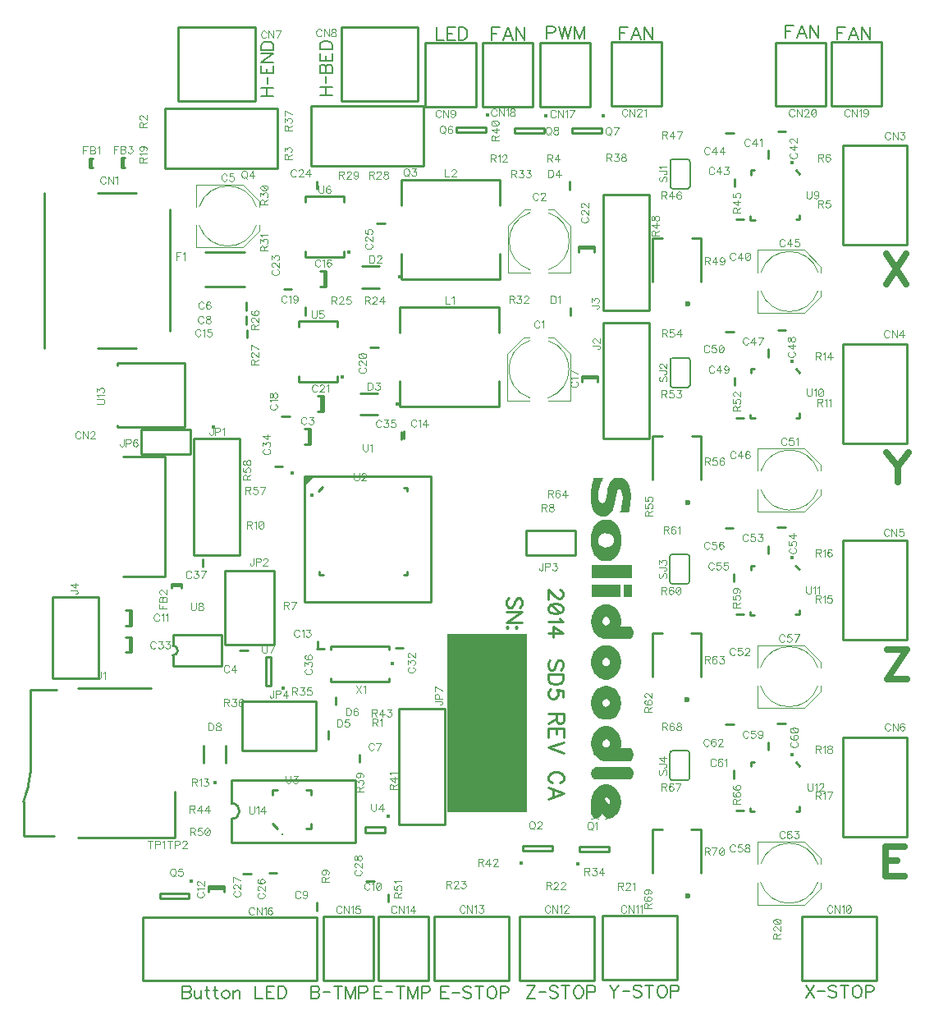
<source format=gbr>
G04 DipTrace 2.4.0.1*
%INTopSilk.gbr*%
%MOIN*%
%ADD10C,0.0098*%
%ADD12C,0.003*%
%ADD17C,0.006*%
%ADD24C,0.004*%
%ADD52C,0.0157*%
%ADD67C,0.0154*%
%ADD72C,0.0236*%
%ADD78C,0.0153*%
%ADD250C,0.0046*%
%ADD251C,0.0077*%
%ADD252C,0.0262*%
%ADD253C,0.0093*%
%FSLAX44Y44*%
G04*
G70*
G90*
G75*
G01*
%LNTopSilk*%
%LPD*%
X19726Y24700D2*
D24*
X18820D1*
Y26590D1*
X19490Y27260D1*
X19726D1*
X20474D2*
X20710D1*
X21380Y26590D1*
Y24700D1*
X20474D1*
X19726Y27142D2*
G03X19726Y24819I374J-1161D01*
G01*
X20474D2*
G03X20474Y27142I-374J1161D01*
G01*
X19736Y29895D2*
X18830D1*
Y31785D1*
X19500Y32455D1*
X19736D1*
X20484D2*
X20720D1*
X21390Y31785D1*
Y29895D1*
X20484D1*
X19736Y32337D2*
G03X19736Y30014I374J-1161D01*
G01*
X20484D2*
G03X20484Y32337I-374J1161D01*
G01*
X10742Y23565D2*
D10*
Y22935D1*
X10817Y23565D2*
Y22935D1*
Y23565D2*
X10581D1*
X10817Y22935D2*
X10581D1*
X7953Y14554D2*
X8267D1*
X6185Y32574D2*
D24*
Y33480D1*
X8075D1*
X8745Y32810D1*
Y32574D1*
Y31826D2*
Y31590D1*
X8075Y30920D1*
X6185D1*
Y31826D1*
X8627Y32574D2*
G03X6304Y32574I-1161J-374D01*
G01*
Y31826D2*
G03X8627Y31826I1161J374D01*
G01*
X8224Y28687D2*
D10*
Y28373D1*
X12806Y10023D2*
Y10337D1*
X8224Y28127D2*
Y27813D1*
X11074Y4327D2*
Y4013D1*
X13979Y4667D2*
Y4353D1*
X3467Y16190D2*
Y15560D1*
X3542Y16190D2*
Y15560D1*
Y16190D2*
X3306D1*
X3542Y15560D2*
X3306D1*
X6680Y4917D2*
X7310D1*
X6680Y4992D2*
X7310D1*
X6680D2*
Y4756D1*
X7310Y4992D2*
Y4756D1*
X11124Y14932D2*
Y14618D1*
X14626Y23153D2*
Y23467D1*
X8234Y27577D2*
Y27263D1*
X11384Y29965D2*
Y29335D1*
X11459Y29965D2*
Y29335D1*
Y29965D2*
X11223D1*
X11459Y29335D2*
X11223D1*
X21860Y25642D2*
X22490D1*
X21860Y25717D2*
X22490D1*
X21860D2*
Y25481D1*
X22490Y25717D2*
Y25481D1*
X9963Y24052D2*
X9648D1*
X10604Y28497D2*
Y28183D1*
X13257Y26858D2*
X13572D1*
X11262Y24885D2*
Y24255D1*
X11337Y24885D2*
Y24255D1*
Y24885D2*
X11101D1*
X11337Y24255D2*
X11101D1*
X21715Y30902D2*
X22345D1*
X21715Y30977D2*
X22345D1*
X21715D2*
Y30741D1*
X22345Y30977D2*
Y30741D1*
X10050Y29226D2*
X9735D1*
X11064Y33617D2*
Y33303D1*
X13515Y31894D2*
X13830D1*
X9143Y5526D2*
X9457D1*
X8093Y5501D2*
X8407D1*
X13397Y5206D2*
X13083D1*
X14268Y14674D2*
X14582D1*
X3467Y15115D2*
Y14485D1*
X3542Y15115D2*
Y14485D1*
Y15115D2*
X3306D1*
X3542Y14485D2*
X3306D1*
X9682Y22026D2*
X9368D1*
X14514Y23447D2*
Y23133D1*
X11068Y14624D2*
X11382D1*
X6444Y18267D2*
Y17953D1*
X28113Y32074D2*
X28427D1*
X29424Y34857D2*
Y34543D1*
X29803Y35624D2*
X30117D1*
X28034Y33707D2*
Y33393D1*
X27693Y35574D2*
X28007D1*
X28995Y29914D2*
D24*
Y30820D1*
X30885D1*
X31555Y30150D1*
Y29914D1*
Y29166D2*
Y28930D1*
X30885Y28260D1*
X28995D1*
Y29166D1*
X31437Y29914D2*
G03X29114Y29914I-1161J-374D01*
G01*
Y29166D2*
G03X31437Y29166I1161J374D01*
G01*
X28113Y24014D2*
D10*
X28427D1*
X29424Y26797D2*
Y26483D1*
X29803Y27564D2*
X30117D1*
X28034Y25647D2*
Y25333D1*
X27693Y27514D2*
X28007D1*
X28995Y21854D2*
D24*
Y22760D1*
X30885D1*
X31555Y22090D1*
Y21854D1*
Y21106D2*
Y20870D1*
X30885Y20200D1*
X28995D1*
Y21106D1*
X31437Y21854D2*
G03X29114Y21854I-1161J-374D01*
G01*
Y21106D2*
G03X31437Y21106I1161J374D01*
G01*
X28100Y16033D2*
D10*
X28415D1*
X29411Y18817D2*
Y18502D1*
X29790Y19583D2*
X30105D1*
X28021Y17667D2*
Y17352D1*
X27680Y19533D2*
X27995D1*
X28983Y13873D2*
D24*
Y14779D1*
X30873D1*
X31542Y14110D1*
Y13873D1*
Y13125D2*
Y12889D1*
X30873Y12220D1*
X28983D1*
Y13125D1*
X31424Y13873D2*
G03X29101Y13873I-1161J-374D01*
G01*
Y13125D2*
G03X31424Y13125I1161J374D01*
G01*
X28103Y8054D2*
D10*
X28417D1*
X29414Y10837D2*
Y10523D1*
X29793Y11604D2*
X30107D1*
X28024Y9687D2*
Y9373D1*
X27683Y11554D2*
X27997D1*
X28985Y5894D2*
D24*
Y6800D1*
X30875D1*
X31545Y6130D1*
Y5894D1*
Y5146D2*
Y4910D1*
X30875Y4240D1*
X28985D1*
Y5146D1*
X31427Y5894D2*
G03X29104Y5894I-1161J-374D01*
G01*
Y5146D2*
G03X31427Y5146I1161J374D01*
G01*
X0Y33150D2*
D10*
Y26850D1*
X3740Y33150D2*
X2165D1*
X5118Y32460D2*
Y27540D1*
X3740Y26850D2*
X2165D1*
X3219Y22419D2*
X4921D1*
Y17581D1*
X3219D1*
X35049Y35070D2*
X32450D1*
X35049Y31030D2*
Y35070D1*
Y31030D2*
X32450D1*
Y35070D1*
X35049Y27010D2*
X32450D1*
X35049Y22970D2*
Y27010D1*
Y22970D2*
X32450D1*
Y27010D1*
X35036Y19029D2*
X32438D1*
X35036Y14990D2*
Y19029D1*
Y14990D2*
X32438D1*
Y19029D1*
X35039Y11050D2*
X32440D1*
X35039Y7010D2*
Y11050D1*
Y7010D2*
X32440D1*
Y11050D1*
X5460Y39880D2*
X8580D1*
Y36880D1*
X5460D1*
Y39880D1*
X12070D2*
X15190D1*
Y36880D1*
X12070D1*
Y39880D1*
X17530Y36621D2*
Y39220D1*
X15490Y36621D2*
X17530D1*
X15490D2*
Y39220D1*
X17530D1*
X30770Y3779D2*
Y1180D1*
X33810Y3779D2*
X30770D1*
X33810D2*
Y1180D1*
X30770D1*
X22680Y3809D2*
Y1210D1*
X25720Y3809D2*
X22680D1*
X25720D2*
Y1210D1*
X22680D1*
X19310Y3779D2*
Y1180D1*
X22350Y3779D2*
X19310D1*
X22350D2*
Y1180D1*
X19310D1*
X15850Y3779D2*
Y1180D1*
X18890Y3779D2*
X15850D1*
X18890D2*
Y1180D1*
X15850D1*
X13570Y3769D2*
Y1170D1*
X15610Y3769D2*
X13570D1*
X15610D2*
Y1170D1*
X13570D1*
X11340Y3759D2*
Y1160D1*
X13380Y3759D2*
X11340D1*
X13380D2*
Y1160D1*
X11340D1*
X11093Y1152D2*
X4007D1*
Y3750D1*
X11093D1*
Y1152D1*
X22170Y36641D2*
Y39240D1*
X20130Y36641D2*
X22170D1*
X20130D2*
Y39240D1*
X22170D1*
X19840Y36641D2*
Y39240D1*
X17800Y36641D2*
X19840D1*
X17800D2*
Y39240D1*
X19840D1*
X34010Y36661D2*
Y39260D1*
X31970Y36661D2*
X34010D1*
X31970D2*
Y39260D1*
X34010D1*
X31750Y36651D2*
Y39250D1*
X29710Y36651D2*
X31750D1*
X29710D2*
Y39250D1*
X31750D1*
X25080Y36661D2*
Y39260D1*
X23040Y36661D2*
X25080D1*
X23040D2*
Y39260D1*
X25080D1*
X21385Y28482D2*
Y28168D1*
X13615Y29280D2*
X12906D1*
X13615Y30160D2*
X12906D1*
D52*
X14429Y29720D3*
X13544Y24122D2*
D10*
X12836D1*
X13544Y25002D2*
X12836D1*
D52*
X14358Y24562D3*
X21354Y33597D2*
D10*
Y33283D1*
X11545Y10973D2*
Y11287D1*
X11855Y12363D2*
Y12677D1*
X6490Y9998D2*
Y10706D1*
X7370Y9998D2*
Y10706D1*
D52*
X6930Y9184D3*
X6557Y30739D2*
D10*
X8132D1*
X6557Y29321D2*
X8132D1*
X1836Y34547D2*
X1995D1*
X1836Y34153D2*
X1995D1*
X1836D2*
Y34547D1*
X1912Y34153D2*
Y34547D1*
X5577Y17264D2*
Y17105D1*
X5183Y17264D2*
Y17105D1*
Y17264D2*
X5577D1*
X5183Y17188D2*
X5577D1*
X3136Y34567D2*
X3295D1*
X3136Y34173D2*
X3295D1*
X3136D2*
Y34567D1*
X3212Y34173D2*
Y34567D1*
X-561Y12972D2*
X-559Y9607D1*
X-835Y7028D2*
Y8425D1*
X-775Y7028D2*
X425D1*
X1390Y6968D2*
X5327D1*
Y8819D1*
X-559Y9607D2*
G02X-835Y8425I-3659J231D01*
G01*
X1390Y13031D2*
X4343D1*
X-559Y12972D2*
X524D1*
X24590Y27877D2*
X22720D1*
Y23153D1*
X24590D1*
Y27877D1*
Y33077D2*
X22720D1*
Y28353D1*
X24590D1*
Y33077D1*
X2208Y16735D2*
X339D1*
Y13427D1*
X2208D1*
Y16735D1*
X6085Y18443D2*
X7955D1*
Y23167D1*
X6085D1*
Y18443D1*
X7340Y16717D2*
Y14800D1*
Y17800D2*
Y14800D1*
X9340Y17800D2*
Y14800D1*
X7340Y17800D2*
X9340D1*
X7340Y14800D2*
X9340D1*
X21575Y18425D2*
Y19425D1*
X19575Y18425D2*
X21575D1*
X19575D2*
Y19425D1*
X21575D1*
X9123Y10510D2*
X11040D1*
X8040D2*
X11040D1*
X8040Y12510D2*
X11040D1*
X8040Y10510D2*
Y12510D1*
X11040Y10510D2*
Y12510D1*
X3960Y23520D2*
Y22520D1*
X5960Y23520D2*
X3960D1*
X5960D2*
Y22520D1*
X3960D1*
X16270Y12217D2*
X14400D1*
Y7493D1*
X16270D1*
Y12217D1*
X14457Y27464D2*
Y28488D1*
X18473D1*
Y27464D1*
X14457Y25496D2*
Y24472D1*
X18473D1*
Y25496D1*
X14507Y32634D2*
Y33658D1*
X18523D1*
Y32634D1*
X14507Y30666D2*
Y29642D1*
X18523D1*
Y30666D1*
D67*
X21667Y5903D3*
X21759Y6404D2*
D10*
X22940D1*
Y6601D1*
X21759D1*
Y6404D1*
D67*
X19367Y5928D3*
X19459Y6429D2*
D10*
X20640D1*
Y6626D1*
X19459D1*
Y6429D1*
X15408Y36660D2*
X10841D1*
Y34220D1*
X15408D1*
Y36660D1*
X9488Y36570D2*
X4921D1*
Y34130D1*
X9488D1*
Y36570D1*
D67*
X5983Y5197D3*
X5891Y4696D2*
D10*
X4710D1*
Y4499D1*
X5891D1*
Y4696D1*
D67*
X18028Y36287D3*
X17936Y35786D2*
D10*
X16755D1*
Y35589D1*
X17936D1*
Y35786D1*
D67*
X22728Y36277D3*
X22636Y35776D2*
D10*
X21455D1*
Y35579D1*
X22636D1*
Y35776D1*
D67*
X20388Y36257D3*
X20296Y35756D2*
D10*
X19115D1*
Y35559D1*
X20296D1*
Y35756D1*
X26692Y29545D2*
Y31317D1*
X24723Y29545D2*
Y31317D1*
X26692D2*
X26298D1*
X25117D2*
X24723D1*
D72*
X26140Y28620D3*
X26692Y21485D2*
D10*
Y23257D1*
X24723Y21485D2*
Y23257D1*
X26692D2*
X26298D1*
X25117D2*
X24723D1*
D72*
X26140Y20560D3*
X26679Y13505D2*
D10*
Y15276D1*
X24710Y13505D2*
Y15276D1*
X26679D2*
X26285D1*
X25104D2*
X24710D1*
D72*
X26128Y12579D3*
X26682Y5525D2*
D10*
Y7297D1*
X24713Y5525D2*
Y7297D1*
X26682D2*
X26288D1*
X25107D2*
X24713D1*
D72*
X26130Y4600D3*
X25430Y33410D2*
D17*
Y34410D1*
X26230Y33410D2*
G02X26130Y33310I-100J0D01*
G01*
Y34510D2*
G02X26230Y34410I0J-100D01*
G01*
X25530Y34510D2*
G03X25430Y34410I0J-100D01*
G01*
Y33410D2*
G03X25530Y33310I100J0D01*
G01*
X26130D1*
X25530Y34510D2*
X26130D1*
X26230Y34410D2*
Y33410D1*
X25430Y25350D2*
Y26350D1*
X26230Y25350D2*
G02X26130Y25250I-100J0D01*
G01*
Y26450D2*
G02X26230Y26350I0J-100D01*
G01*
X25530Y26450D2*
G03X25430Y26350I0J-100D01*
G01*
Y25350D2*
G03X25530Y25250I100J0D01*
G01*
X26130D1*
X25530Y26450D2*
X26130D1*
X26230Y26350D2*
Y25350D1*
X25417Y17369D2*
Y18369D1*
X26217Y17369D2*
G02X26117Y17269I-100J0D01*
G01*
Y18469D2*
G02X26217Y18369I0J-100D01*
G01*
X25517Y18469D2*
G03X25417Y18369I0J-100D01*
G01*
Y17369D2*
G03X25517Y17269I100J0D01*
G01*
X26117D1*
X25517Y18469D2*
X26117D1*
X26217Y18369D2*
Y17369D1*
X25420Y9390D2*
Y10390D1*
X26220Y9390D2*
G02X26120Y9290I-100J0D01*
G01*
Y10490D2*
G02X26220Y10390I0J-100D01*
G01*
X25520Y10490D2*
G03X25420Y10390I0J-100D01*
G01*
Y9390D2*
G03X25520Y9290I100J0D01*
G01*
X26120D1*
X25520Y10490D2*
X26120D1*
X26220Y10390D2*
Y9390D1*
X10582Y21637D2*
D10*
X15700D1*
Y16518D1*
X10582D1*
Y21637D1*
D78*
X10063Y21751D3*
G36*
X10582Y21637D2*
Y21243D1*
X10975Y21637D1*
X10582D1*
G37*
X11192Y17760D2*
D10*
Y17622D1*
X11329D1*
X14596Y21165D2*
X14733D1*
Y21027D2*
Y21165D1*
X14596Y17622D2*
X14733D1*
Y17760D1*
X11152Y21047D2*
X11309Y21205D1*
D52*
X10882Y20870D3*
X9478Y7336D2*
D10*
X9281Y7532D1*
X10856Y7336D2*
Y7532D1*
Y7336D2*
X10659D1*
X10856Y8713D2*
Y8911D1*
X10659D1*
X9281D2*
X9478D1*
X9281D2*
Y8713D1*
X9673Y7105D3*
D67*
X13969Y7828D3*
X13838Y7405D2*
D10*
X13050D1*
Y7169D1*
X13838D1*
Y7405D1*
X11632Y27920D2*
X10608D1*
X11317Y25460D2*
X11632D1*
X10923D2*
X10608D1*
D67*
X12112Y25663D3*
X11908Y27920D2*
D10*
X10333D1*
Y27684D1*
X11908Y27920D2*
Y27684D1*
Y25460D2*
X10332D1*
X10333Y25696D1*
X11908Y25460D2*
Y25696D1*
X11912Y32990D2*
X10888D1*
X11597Y30530D2*
X11912D1*
X11203D2*
X10888D1*
D67*
X12392Y30733D3*
X12188Y32990D2*
D10*
X10613D1*
Y32754D1*
X12188Y32990D2*
Y32754D1*
Y30530D2*
X10612D1*
X10613Y30766D1*
X12188Y30530D2*
Y30766D1*
D67*
X9697Y13042D3*
X9196Y13134D2*
D10*
Y14315D1*
X8999D1*
Y13134D1*
X9196D1*
X5233Y13932D2*
X7202D1*
X5233Y15192D2*
X7202D1*
Y13932D2*
Y15192D1*
X5233Y13932D2*
Y14365D1*
Y14759D2*
Y15192D1*
Y14365D2*
G03X5233Y14759I0J197D01*
G01*
D52*
X30383Y34370D3*
X30679Y33898D2*
D10*
X30541Y34055D1*
X30679Y32244D2*
Y32067D1*
X30541D1*
X28710Y33878D2*
Y34055D1*
X28848D1*
X28867Y32047D2*
X28690D1*
Y32185D1*
D52*
X30383Y26310D3*
X30679Y25838D2*
D10*
X30541Y25995D1*
X30679Y24184D2*
Y24007D1*
X30541D1*
X28710Y25818D2*
Y25995D1*
X28848D1*
X28867Y23987D2*
X28690D1*
Y24125D1*
D52*
X30371Y18329D3*
X30666Y17857D2*
D10*
X30528Y18014D1*
X30666Y16203D2*
Y16026D1*
X30528D1*
X28697Y17837D2*
Y18014D1*
X28835D1*
X28855Y16006D2*
X28678D1*
Y16144D1*
D52*
X30373Y10350D3*
X30669Y9878D2*
D10*
X30531Y10035D1*
X30669Y8224D2*
Y8047D1*
X30531D1*
X28700Y9858D2*
Y10035D1*
X28838D1*
X28857Y8027D2*
X28680D1*
Y8165D1*
X5721Y23628D2*
Y26227D1*
X2965Y23628D2*
X5721D1*
X2965D2*
Y23707D1*
Y26227D2*
X5721D1*
X2965D2*
Y26148D1*
D67*
X6871Y23638D3*
X7621Y6781D2*
D10*
X12659D1*
X7621Y9300D2*
X12659D1*
Y6781D2*
Y9300D1*
X7621Y6781D2*
Y7726D1*
Y8356D2*
Y9300D1*
Y7726D2*
G03X7621Y8356I-1J315D01*
G01*
D52*
X14157Y14025D3*
X13999Y13434D2*
D10*
Y13316D1*
X11637D1*
Y13434D1*
X13999Y14616D2*
Y14734D1*
X11637D1*
Y14616D1*
G36*
X16390Y15220D2*
X19600D1*
Y7990D1*
X16390D1*
Y15220D1*
G37*
X22310Y21570D2*
D12*
X22670D1*
X23180D2*
X23480D1*
X22309Y21540D2*
X22655D1*
X23127D2*
X23527D1*
X22305Y21510D2*
X22642D1*
X23087D2*
X23569D1*
X22298Y21480D2*
X22630D1*
X23056D2*
X23603D1*
X22290Y21450D2*
X22616D1*
X23029D2*
X23629D1*
X22284Y21420D2*
X22603D1*
X23004D2*
X23650D1*
X22277Y21390D2*
X22591D1*
X22983D2*
X23670D1*
X22269Y21360D2*
X22581D1*
X22966D2*
X23689D1*
X22260Y21330D2*
X22570D1*
X22952D2*
X23705D1*
X22255Y21300D2*
X22560D1*
X22941D2*
X23718D1*
X22252Y21270D2*
X22550D1*
X22929D2*
X23729D1*
X22250Y21240D2*
X22540D1*
X22916D2*
X23740D1*
X22245Y21210D2*
X22531D1*
X22903D2*
X23750D1*
X22238Y21180D2*
X22524D1*
X22892D2*
X23760D1*
X22230Y21150D2*
X22517D1*
X22886D2*
X23769D1*
X22225Y21120D2*
X22509D1*
X22882D2*
X23775D1*
X22222Y21090D2*
X22500D1*
X22881D2*
X23265D1*
X23414D2*
X23778D1*
X22221Y21060D2*
X22495D1*
X22880D2*
X23258D1*
X23433D2*
X23780D1*
X22220Y21030D2*
X22492D1*
X22880D2*
X23249D1*
X23447D2*
X23785D1*
X22220Y21000D2*
X22491D1*
X22879D2*
X23240D1*
X23459D2*
X23792D1*
X22220Y20970D2*
X22490D1*
X22875D2*
X23230D1*
X23469D2*
X23800D1*
X22220Y20940D2*
X22490D1*
X22868D2*
X23221D1*
X23476D2*
X23805D1*
X22220Y20910D2*
X22490D1*
X22860D2*
X23214D1*
X23483D2*
X23808D1*
X22220Y20880D2*
X22490D1*
X22855D2*
X23207D1*
X23491D2*
X23809D1*
X22220Y20850D2*
X22490D1*
X22851D2*
X23199D1*
X23500D2*
X23810D1*
X22220Y20820D2*
X22490D1*
X22846D2*
X23190D1*
X23505D2*
X23810D1*
X22220Y20790D2*
X22490D1*
X22838D2*
X23185D1*
X23508D2*
X23810D1*
X22220Y20760D2*
X22490D1*
X22830D2*
X23182D1*
X23508D2*
X23809D1*
X22220Y20730D2*
X22491D1*
X22824D2*
X23180D1*
X23505D2*
X23805D1*
X22220Y20700D2*
X22495D1*
X22817D2*
X23175D1*
X23498D2*
X23798D1*
X22220Y20670D2*
X22503D1*
X22807D2*
X23168D1*
X23490D2*
X23790D1*
X22220Y20640D2*
X22517D1*
X22794D2*
X23160D1*
X23485D2*
X23785D1*
X22220Y20610D2*
X22534D1*
X22777D2*
X23155D1*
X23482D2*
X23782D1*
X22220Y20580D2*
X22579D1*
X22732D2*
X23151D1*
X23481D2*
X23781D1*
X22221Y20550D2*
X22647D1*
X22663D2*
X23146D1*
X23479D2*
X23780D1*
X22225Y20520D2*
X23138D1*
X23475D2*
X23780D1*
X22232Y20490D2*
X23130D1*
X23468D2*
X23779D1*
X22240Y20460D2*
X23124D1*
X23460D2*
X23775D1*
X22246Y20430D2*
X23117D1*
X23455D2*
X23768D1*
X22253Y20400D2*
X23107D1*
X23452D2*
X23760D1*
X22263Y20370D2*
X23095D1*
X23451D2*
X23755D1*
X22275Y20340D2*
X23083D1*
X23449D2*
X23752D1*
X22287Y20310D2*
X23072D1*
X23445D2*
X23750D1*
X22299Y20280D2*
X23064D1*
X23437D2*
X23745D1*
X22311Y20250D2*
X23056D1*
X23424D2*
X23738D1*
X22327Y20220D2*
X23042D1*
X23408D2*
X23729D1*
X22352Y20190D2*
X23021D1*
X23390D2*
X23720D1*
X22386Y20160D2*
X22991D1*
X22425Y20130D2*
X22954D1*
X22473Y20100D2*
X22908D1*
X22537Y20070D2*
X22852D1*
X22610Y20040D2*
X22790D1*
X22670Y19860D2*
X22970D1*
X22592Y19830D2*
X23032D1*
X22531Y19800D2*
X23087D1*
X22482Y19770D2*
X23133D1*
X22441Y19740D2*
X23172D1*
X22406Y19710D2*
X23206D1*
X22377Y19680D2*
X23234D1*
X22354Y19650D2*
X23256D1*
X22336Y19620D2*
X23275D1*
X22323Y19590D2*
X23291D1*
X22311Y19560D2*
X23307D1*
X22300Y19530D2*
X23322D1*
X22290Y19500D2*
X23336D1*
X22280Y19470D2*
X23349D1*
X22270Y19440D2*
X23359D1*
X22260Y19410D2*
X23370D1*
X22250Y19380D2*
X23379D1*
X22240Y19350D2*
X22701D1*
X22866D2*
X23385D1*
X22231Y19320D2*
X22646D1*
X22952D2*
X23389D1*
X22225Y19290D2*
X22599D1*
X23013D2*
X23394D1*
X22222Y19260D2*
X22560D1*
X23054D2*
X23402D1*
X22221Y19230D2*
X22530D1*
X23083D2*
X23410D1*
X22220Y19200D2*
X22506D1*
X23103D2*
X23415D1*
X22220Y19170D2*
X22498D1*
X23117D2*
X23418D1*
X22220Y19140D2*
X22493D1*
X23129D2*
X23419D1*
X22220Y19110D2*
X22491D1*
X23139D2*
X23420D1*
X22220Y19080D2*
X22490D1*
X23145D2*
X23420D1*
X22220Y19050D2*
X22490D1*
X23147D2*
X23420D1*
X22220Y19020D2*
X22490D1*
X23144D2*
X23420D1*
X22220Y18990D2*
X22490D1*
X23137D2*
X23420D1*
X22220Y18960D2*
X22491D1*
X23129D2*
X23420D1*
X22220Y18930D2*
X22495D1*
X23119D2*
X23419D1*
X22220Y18900D2*
X22505D1*
X23105D2*
X23415D1*
X22220Y18870D2*
X22519D1*
X23086D2*
X23408D1*
X22221Y18840D2*
X22552D1*
X23060D2*
X23400D1*
X22225Y18810D2*
X22601D1*
X23024D2*
X23395D1*
X22232Y18780D2*
X22675D1*
X22923D2*
X23391D1*
X22240Y18750D2*
X22783D1*
X22780D2*
X23386D1*
X22246Y18720D2*
X23378D1*
X22253Y18690D2*
X23369D1*
X22263Y18660D2*
X23360D1*
X22275Y18630D2*
X23349D1*
X22287Y18600D2*
X23336D1*
X22299Y18570D2*
X23322D1*
X22309Y18540D2*
X23307D1*
X22321Y18510D2*
X23292D1*
X22335Y18480D2*
X23276D1*
X22353Y18450D2*
X23257D1*
X22377Y18420D2*
X23234D1*
X22406Y18390D2*
X23206D1*
X22440Y18360D2*
X23174D1*
X22476Y18330D2*
X23135D1*
X22520Y18300D2*
X23088D1*
X22576Y18270D2*
X23032D1*
X22640Y18240D2*
X22970D1*
X22250Y18030D2*
X23840D1*
X22250Y18000D2*
X23840D1*
X22250Y17970D2*
X23840D1*
X22250Y17940D2*
X23840D1*
X22250Y17910D2*
X23840D1*
X22250Y17880D2*
X23840D1*
X22250Y17850D2*
X23840D1*
X22250Y17820D2*
X23840D1*
X22250Y17790D2*
X23840D1*
X22250Y17760D2*
X23840D1*
X22250Y17730D2*
X23840D1*
X22250Y17700D2*
X23840D1*
X22250Y17670D2*
X23840D1*
X22250Y17640D2*
X23840D1*
X22250Y17610D2*
X23840D1*
X22250Y17580D2*
X23840D1*
X22250Y17550D2*
X23840D1*
X22250Y17250D2*
X23390D1*
X23540D2*
X23840D1*
X22250Y17220D2*
X23390D1*
X23540D2*
X23840D1*
X22250Y17190D2*
X23390D1*
X23540D2*
X23840D1*
X22250Y17160D2*
X23390D1*
X23540D2*
X23840D1*
X22250Y17130D2*
X23390D1*
X23540D2*
X23840D1*
X22250Y17100D2*
X23390D1*
X23540D2*
X23840D1*
X22250Y17070D2*
X23390D1*
X23540D2*
X23840D1*
X22250Y17040D2*
X23390D1*
X23540D2*
X23840D1*
X22250Y17010D2*
X23390D1*
X23540D2*
X23840D1*
X22250Y16980D2*
X23390D1*
X23540D2*
X23840D1*
X22250Y16950D2*
X23390D1*
X23540D2*
X23840D1*
X22250Y16920D2*
X23390D1*
X23540D2*
X23840D1*
X22250Y16890D2*
X23390D1*
X23540D2*
X23840D1*
X22250Y16860D2*
X23390D1*
X23540D2*
X23840D1*
X22250Y16830D2*
X23390D1*
X23540D2*
X23840D1*
X22250Y16800D2*
X23390D1*
X23540D2*
X23840D1*
X22250Y16770D2*
X23390D1*
X23540D2*
X23840D1*
X22700Y16440D2*
X22910D1*
X22628Y16410D2*
X22986D1*
X22568Y16380D2*
X23051D1*
X22519Y16350D2*
X23105D1*
X22477Y16320D2*
X23153D1*
X22439Y16290D2*
X23195D1*
X22405Y16260D2*
X23228D1*
X22377Y16230D2*
X23250D1*
X22354Y16200D2*
X23267D1*
X22336Y16170D2*
X23283D1*
X22322Y16140D2*
X23302D1*
X22311Y16110D2*
X23319D1*
X22299Y16080D2*
X23335D1*
X22286Y16050D2*
X23348D1*
X22273Y16020D2*
X23359D1*
X22262Y15990D2*
X23370D1*
X22255Y15960D2*
X23379D1*
X22247Y15930D2*
X22735D1*
X22880D2*
X23386D1*
X22239Y15900D2*
X22712D1*
X22909D2*
X23393D1*
X22230Y15870D2*
X22691D1*
X22935D2*
X23401D1*
X22225Y15840D2*
X22671D1*
X22957D2*
X23410D1*
X22222Y15810D2*
X22656D1*
X22974D2*
X23415D1*
X22221Y15780D2*
X22648D1*
X22985D2*
X23418D1*
X22220Y15750D2*
X22644D1*
X22992D2*
X23419D1*
X22220Y15720D2*
X22645D1*
X22985D2*
X23419D1*
X22221Y15690D2*
X22657D1*
X22973D2*
X23415D1*
X22225Y15660D2*
X22674D1*
X22956D2*
X23408D1*
X22232Y15630D2*
X22696D1*
X22929D2*
X23400D1*
X22240Y15600D2*
X22726D1*
X22884D2*
X23395D1*
X22246Y15570D2*
X22797D1*
X22814D2*
X23392D1*
X22253Y15540D2*
X23810D1*
X22263Y15510D2*
X23835D1*
X22275Y15480D2*
X23857D1*
X22287Y15450D2*
X23874D1*
X22298Y15420D2*
X23886D1*
X22306Y15390D2*
X23894D1*
X22314Y15360D2*
X23897D1*
X22328Y15330D2*
X23899D1*
X22348Y15300D2*
X23900D1*
X22373Y15270D2*
X23900D1*
X22401Y15240D2*
X23899D1*
X22432Y15210D2*
X23894D1*
X22467Y15180D2*
X23883D1*
X22510Y15150D2*
X23867D1*
X22564Y15120D2*
X23849D1*
X22629Y15090D2*
X23830D1*
X22700Y15060D2*
X23810D1*
X22670Y14760D2*
X22940D1*
X22597Y14730D2*
X23012D1*
X22534Y14700D2*
X23081D1*
X22482Y14670D2*
X23143D1*
X22440Y14640D2*
X23192D1*
X22404Y14610D2*
X23227D1*
X22373Y14580D2*
X23250D1*
X22347Y14550D2*
X23267D1*
X22327Y14520D2*
X23283D1*
X22313Y14490D2*
X23302D1*
X22301Y14460D2*
X23319D1*
X22290Y14430D2*
X23335D1*
X22280Y14400D2*
X23348D1*
X22270Y14370D2*
X23359D1*
X22260Y14340D2*
X23370D1*
X22250Y14310D2*
X23379D1*
X22240Y14280D2*
X22731D1*
X22880D2*
X23385D1*
X22231Y14250D2*
X22705D1*
X22909D2*
X23389D1*
X22225Y14220D2*
X22683D1*
X22935D2*
X23394D1*
X22222Y14190D2*
X22666D1*
X22956D2*
X23402D1*
X22221Y14160D2*
X22654D1*
X22973D2*
X23410D1*
X22220Y14130D2*
X22646D1*
X22985D2*
X23414D1*
X22220Y14100D2*
X22644D1*
X22982D2*
X23413D1*
X22220Y14070D2*
X22647D1*
X22976D2*
X23407D1*
X22220Y14040D2*
X22658D1*
X22968D2*
X23400D1*
X22221Y14010D2*
X22675D1*
X22955D2*
X23395D1*
X22225Y13980D2*
X22700D1*
X22924D2*
X23392D1*
X22232Y13950D2*
X22742D1*
X22877D2*
X23390D1*
X22241Y13920D2*
X22805D1*
X22809D2*
X23385D1*
X22250Y13890D2*
X23377D1*
X22261Y13860D2*
X23365D1*
X22274Y13830D2*
X23352D1*
X22287Y13800D2*
X23337D1*
X22299Y13770D2*
X23322D1*
X22309Y13740D2*
X23307D1*
X22321Y13710D2*
X23292D1*
X22335Y13680D2*
X23276D1*
X22353Y13650D2*
X23257D1*
X22377Y13620D2*
X23234D1*
X22406Y13590D2*
X23206D1*
X22440Y13560D2*
X23174D1*
X22476Y13530D2*
X23136D1*
X22521Y13500D2*
X23091D1*
X22585Y13470D2*
X23035D1*
X22668Y13440D2*
X22962D1*
X22760Y13410D2*
X22880D1*
X22790Y13140D2*
X22850D1*
X22690Y13110D2*
X22943D1*
X22609Y13080D2*
X23021D1*
X22547Y13050D2*
X23082D1*
X22497Y13020D2*
X23132D1*
X22454Y12990D2*
X23172D1*
X22417Y12960D2*
X23206D1*
X22388Y12930D2*
X23234D1*
X22364Y12900D2*
X23256D1*
X22342Y12870D2*
X23275D1*
X22326Y12840D2*
X23291D1*
X22313Y12810D2*
X23307D1*
X22300Y12780D2*
X23322D1*
X22286Y12750D2*
X23337D1*
X22273Y12720D2*
X23352D1*
X22261Y12690D2*
X23366D1*
X22251Y12660D2*
X23377D1*
X22240Y12630D2*
X22806D1*
X22855D2*
X23384D1*
X22231Y12600D2*
X22749D1*
X22891D2*
X23388D1*
X22225Y12570D2*
X22708D1*
X22924D2*
X23390D1*
X22222Y12540D2*
X22678D1*
X22948D2*
X23395D1*
X22221Y12510D2*
X22656D1*
X22964D2*
X23402D1*
X22220Y12480D2*
X22648D1*
X22977D2*
X23410D1*
X22220Y12450D2*
X22644D1*
X22986D2*
X23414D1*
X22220Y12420D2*
X22646D1*
X22982D2*
X23413D1*
X22220Y12390D2*
X22654D1*
X22972D2*
X23407D1*
X22221Y12360D2*
X22666D1*
X22955D2*
X23400D1*
X22225Y12330D2*
X22680D1*
X22933D2*
X23395D1*
X22232Y12300D2*
X22709D1*
X22879D2*
X23391D1*
X22240Y12270D2*
X22774D1*
X22799D2*
X23386D1*
X22246Y12240D2*
X23378D1*
X22253Y12210D2*
X23369D1*
X22263Y12180D2*
X23360D1*
X22275Y12150D2*
X23349D1*
X22287Y12120D2*
X23335D1*
X22299Y12090D2*
X23318D1*
X22311Y12060D2*
X23300D1*
X22326Y12030D2*
X23285D1*
X22347Y12000D2*
X23271D1*
X22373Y11970D2*
X23254D1*
X22402Y11940D2*
X23231D1*
X22437Y11910D2*
X23197D1*
X22480Y11880D2*
X23152D1*
X22534Y11850D2*
X23098D1*
X22599Y11820D2*
X23036D1*
X22670Y11790D2*
X22970D1*
X22730Y11490D2*
X22880D1*
X22648Y11460D2*
X22966D1*
X22578Y11430D2*
X23039D1*
X22524Y11400D2*
X23096D1*
X22479Y11370D2*
X23144D1*
X22440Y11340D2*
X23187D1*
X22406Y11310D2*
X23222D1*
X22377Y11280D2*
X23247D1*
X22354Y11250D2*
X23266D1*
X22336Y11220D2*
X23283D1*
X22322Y11190D2*
X23302D1*
X22311Y11160D2*
X23319D1*
X22299Y11130D2*
X23335D1*
X22286Y11100D2*
X23348D1*
X22273Y11070D2*
X23359D1*
X22262Y11040D2*
X23370D1*
X22255Y11010D2*
X23379D1*
X22247Y10980D2*
X22771D1*
X22880D2*
X23386D1*
X22239Y10950D2*
X22732D1*
X22909D2*
X23393D1*
X22230Y10920D2*
X22703D1*
X22935D2*
X23401D1*
X22225Y10890D2*
X22682D1*
X22957D2*
X23410D1*
X22222Y10860D2*
X22665D1*
X22974D2*
X23415D1*
X22221Y10830D2*
X22653D1*
X22985D2*
X23418D1*
X22220Y10800D2*
X22647D1*
X22992D2*
X23419D1*
X22220Y10770D2*
X22648D1*
X22985D2*
X23419D1*
X22221Y10740D2*
X22654D1*
X22973D2*
X23415D1*
X22225Y10710D2*
X22667D1*
X22956D2*
X23408D1*
X22232Y10680D2*
X22684D1*
X22929D2*
X23400D1*
X22240Y10650D2*
X22729D1*
X22884D2*
X23395D1*
X22246Y10620D2*
X22797D1*
X22814D2*
X23392D1*
X22253Y10590D2*
X23810D1*
X22263Y10560D2*
X23830D1*
X22275Y10530D2*
X23850D1*
X22287Y10500D2*
X23869D1*
X22298Y10470D2*
X23884D1*
X22306Y10440D2*
X23893D1*
X22314Y10410D2*
X23897D1*
X22328Y10380D2*
X23899D1*
X22348Y10350D2*
X23900D1*
X22373Y10320D2*
X23900D1*
X22401Y10290D2*
X23899D1*
X22431Y10260D2*
X23895D1*
X22463Y10230D2*
X23887D1*
X22503Y10200D2*
X23874D1*
X22557Y10170D2*
X23857D1*
X22625Y10140D2*
X23834D1*
X22700Y10110D2*
X23810D1*
X22370Y9840D2*
X23780D1*
X22331Y9810D2*
X23813D1*
X22301Y9780D2*
X23842D1*
X22278Y9750D2*
X23866D1*
X22260Y9720D2*
X23882D1*
X22244Y9690D2*
X23892D1*
X22233Y9660D2*
X23897D1*
X22226Y9630D2*
X23899D1*
X22223Y9600D2*
X23900D1*
X22222Y9570D2*
X23900D1*
X22225Y9540D2*
X23899D1*
X22234Y9510D2*
X23895D1*
X22246Y9480D2*
X23887D1*
X22262Y9450D2*
X23874D1*
X22280Y9420D2*
X23857D1*
X22296Y9390D2*
X23834D1*
X22310Y9360D2*
X23810D1*
X22730Y9120D2*
X22880D1*
X22645Y9090D2*
X22963D1*
X22575Y9060D2*
X23032D1*
X22522Y9030D2*
X23088D1*
X22479Y9000D2*
X23134D1*
X22440Y8970D2*
X23173D1*
X22406Y8940D2*
X23206D1*
X22377Y8910D2*
X23234D1*
X22354Y8880D2*
X23256D1*
X22336Y8850D2*
X23275D1*
X22322Y8820D2*
X23291D1*
X22311Y8790D2*
X23307D1*
X22299Y8760D2*
X23322D1*
X22286Y8730D2*
X23337D1*
X22273Y8700D2*
X23352D1*
X22261Y8670D2*
X23366D1*
X22251Y8640D2*
X23377D1*
X22240Y8610D2*
X22773D1*
X22880D2*
X23384D1*
X22231Y8580D2*
X22735D1*
X22909D2*
X23388D1*
X22225Y8550D2*
X22720D1*
X22934D2*
X23390D1*
X22222Y8520D2*
X22740D1*
X22953D2*
X23395D1*
X22221Y8490D2*
X22765D1*
X22967D2*
X23402D1*
X22220Y8460D2*
X22792D1*
X22978D2*
X23410D1*
X22220Y8430D2*
X22820D1*
X22986D2*
X23414D1*
X22220Y8400D2*
X22846D1*
X22983D2*
X23413D1*
X22220Y8370D2*
X22874D1*
X22967D2*
X23407D1*
X22220Y8340D2*
X22905D1*
X22941D2*
X23400D1*
X22220Y8310D2*
X23395D1*
X22220Y8280D2*
X23391D1*
X22220Y8250D2*
X23386D1*
X22220Y8220D2*
X23378D1*
X22220Y8190D2*
X23369D1*
X22220Y8160D2*
X23360D1*
X22220Y8130D2*
X23349D1*
X22220Y8100D2*
X23335D1*
X22220Y8070D2*
X23318D1*
X22220Y8040D2*
X23300D1*
X22220Y8010D2*
X23285D1*
X22221Y7980D2*
X23271D1*
X22225Y7950D2*
X22609D1*
X22665D2*
X23253D1*
X22233Y7920D2*
X22605D1*
X22688D2*
X23228D1*
X22246Y7890D2*
X22596D1*
X22710D2*
X23194D1*
X22263Y7860D2*
X22582D1*
X22736D2*
X23153D1*
X22284Y7830D2*
X22561D1*
X22768D2*
X23103D1*
X22334Y7800D2*
X22487D1*
X22807D2*
X23031D1*
X22416Y7770D2*
X22368D1*
X22850D2*
X22922D1*
X22310Y21570D2*
X22309Y21540D1*
X22305Y21510D1*
X22298Y21480D1*
X22290Y21450D1*
X22284Y21420D1*
X22277Y21390D1*
X22269Y21360D1*
X22260Y21330D1*
X22255Y21300D1*
X22252Y21270D1*
X22250Y21240D1*
X22245Y21210D1*
X22238Y21180D1*
X22230Y21150D1*
X22225Y21120D1*
X22222Y21090D1*
X22221Y21060D1*
X22220Y21030D1*
Y21000D1*
Y20970D1*
Y20940D1*
Y20910D1*
Y20880D1*
Y20850D1*
Y20820D1*
Y20790D1*
Y20760D1*
Y20730D1*
Y20700D1*
Y20670D1*
Y20640D1*
Y20610D1*
Y20580D1*
X22221Y20550D1*
X22225Y20520D1*
X22232Y20490D1*
X22240Y20460D1*
X22246Y20430D1*
X22253Y20400D1*
X22263Y20370D1*
X22275Y20340D1*
X22287Y20310D1*
X22299Y20280D1*
X22311Y20250D1*
X22327Y20220D1*
X22352Y20190D1*
X22386Y20160D1*
X22425Y20130D1*
X22473Y20100D1*
X22537Y20070D1*
X22610Y20040D1*
X22670Y21570D2*
X22655Y21540D1*
X22642Y21510D1*
X22630Y21480D1*
X22616Y21450D1*
X22603Y21420D1*
X22591Y21390D1*
X22581Y21360D1*
X22570Y21330D1*
X22560Y21300D1*
X22550Y21270D1*
X22540Y21240D1*
X22531Y21210D1*
X22524Y21180D1*
X22517Y21150D1*
X22509Y21120D1*
X22500Y21090D1*
X22495Y21060D1*
X22492Y21030D1*
X22491Y21000D1*
X22490Y20970D1*
Y20940D1*
Y20910D1*
Y20880D1*
Y20850D1*
Y20820D1*
Y20790D1*
Y20760D1*
X22491Y20730D1*
X22495Y20700D1*
X22503Y20670D1*
X22517Y20640D1*
X22534Y20610D1*
X22579Y20580D1*
X22647Y20550D1*
X22730Y20520D1*
X23180Y21570D2*
X23127Y21540D1*
X23087Y21510D1*
X23056Y21480D1*
X23029Y21450D1*
X23004Y21420D1*
X22983Y21390D1*
X22966Y21360D1*
X22952Y21330D1*
X22941Y21300D1*
X22929Y21270D1*
X22916Y21240D1*
X22903Y21210D1*
X22892Y21180D1*
X22886Y21150D1*
X22882Y21120D1*
X22881Y21090D1*
X22880Y21060D1*
Y21030D1*
X22879Y21000D1*
X22875Y20970D1*
X22868Y20940D1*
X22860Y20910D1*
X22855Y20880D1*
X22851Y20850D1*
X22846Y20820D1*
X22838Y20790D1*
X22830Y20760D1*
X22824Y20730D1*
X22817Y20700D1*
X22807Y20670D1*
X22794Y20640D1*
X22777Y20610D1*
X22732Y20580D1*
X22663Y20550D1*
X22580Y20520D1*
X23480Y21570D2*
X23527Y21540D1*
X23569Y21510D1*
X23603Y21480D1*
X23629Y21450D1*
X23650Y21420D1*
X23670Y21390D1*
X23689Y21360D1*
X23705Y21330D1*
X23718Y21300D1*
X23729Y21270D1*
X23740Y21240D1*
X23750Y21210D1*
X23760Y21180D1*
X23769Y21150D1*
X23775Y21120D1*
X23778Y21090D1*
X23780Y21060D1*
X23785Y21030D1*
X23792Y21000D1*
X23800Y20970D1*
X23805Y20940D1*
X23808Y20910D1*
X23809Y20880D1*
X23810Y20850D1*
Y20820D1*
Y20790D1*
X23809Y20760D1*
X23805Y20730D1*
X23798Y20700D1*
X23790Y20670D1*
X23785Y20640D1*
X23782Y20610D1*
X23781Y20580D1*
X23780Y20550D1*
Y20520D1*
X23779Y20490D1*
X23775Y20460D1*
X23768Y20430D1*
X23760Y20400D1*
X23755Y20370D1*
X23752Y20340D1*
X23750Y20310D1*
X23745Y20280D1*
X23738Y20250D1*
X23729Y20220D1*
X23720Y20190D1*
X23270Y21120D2*
X23265Y21090D1*
X23258Y21060D1*
X23249Y21030D1*
X23240Y21000D1*
X23230Y20970D1*
X23221Y20940D1*
X23214Y20910D1*
X23207Y20880D1*
X23199Y20850D1*
X23190Y20820D1*
X23185Y20790D1*
X23182Y20760D1*
X23180Y20730D1*
X23175Y20700D1*
X23168Y20670D1*
X23160Y20640D1*
X23155Y20610D1*
X23151Y20580D1*
X23146Y20550D1*
X23138Y20520D1*
X23130Y20490D1*
X23124Y20460D1*
X23117Y20430D1*
X23107Y20400D1*
X23095Y20370D1*
X23083Y20340D1*
X23072Y20310D1*
X23064Y20280D1*
X23056Y20250D1*
X23042Y20220D1*
X23021Y20190D1*
X22991Y20160D1*
X22954Y20130D1*
X22908Y20100D1*
X22852Y20070D1*
X22790Y20040D1*
X23390Y21120D2*
X23414Y21090D1*
X23433Y21060D1*
X23447Y21030D1*
X23459Y21000D1*
X23469Y20970D1*
X23476Y20940D1*
X23483Y20910D1*
X23491Y20880D1*
X23500Y20850D1*
X23505Y20820D1*
X23508Y20790D1*
Y20760D1*
X23505Y20730D1*
X23498Y20700D1*
X23490Y20670D1*
X23485Y20640D1*
X23482Y20610D1*
X23481Y20580D1*
X23479Y20550D1*
X23475Y20520D1*
X23468Y20490D1*
X23460Y20460D1*
X23455Y20430D1*
X23452Y20400D1*
X23451Y20370D1*
X23449Y20340D1*
X23445Y20310D1*
X23437Y20280D1*
X23424Y20250D1*
X23408Y20220D1*
X23390Y20190D1*
X22670Y19860D2*
X22592Y19830D1*
X22531Y19800D1*
X22482Y19770D1*
X22441Y19740D1*
X22406Y19710D1*
X22377Y19680D1*
X22354Y19650D1*
X22336Y19620D1*
X22323Y19590D1*
X22311Y19560D1*
X22300Y19530D1*
X22290Y19500D1*
X22280Y19470D1*
X22270Y19440D1*
X22260Y19410D1*
X22250Y19380D1*
X22240Y19350D1*
X22231Y19320D1*
X22225Y19290D1*
X22222Y19260D1*
X22221Y19230D1*
X22220Y19200D1*
Y19170D1*
Y19140D1*
Y19110D1*
Y19080D1*
Y19050D1*
Y19020D1*
Y18990D1*
Y18960D1*
Y18930D1*
Y18900D1*
Y18870D1*
X22221Y18840D1*
X22225Y18810D1*
X22232Y18780D1*
X22240Y18750D1*
X22246Y18720D1*
X22253Y18690D1*
X22263Y18660D1*
X22275Y18630D1*
X22287Y18600D1*
X22299Y18570D1*
X22309Y18540D1*
X22321Y18510D1*
X22335Y18480D1*
X22353Y18450D1*
X22377Y18420D1*
X22406Y18390D1*
X22440Y18360D1*
X22476Y18330D1*
X22520Y18300D1*
X22576Y18270D1*
X22640Y18240D1*
X22970Y19860D2*
X23032Y19830D1*
X23087Y19800D1*
X23133Y19770D1*
X23172Y19740D1*
X23206Y19710D1*
X23234Y19680D1*
X23256Y19650D1*
X23275Y19620D1*
X23291Y19590D1*
X23307Y19560D1*
X23322Y19530D1*
X23336Y19500D1*
X23349Y19470D1*
X23359Y19440D1*
X23370Y19410D1*
X23379Y19380D1*
X23385Y19350D1*
X23389Y19320D1*
X23394Y19290D1*
X23402Y19260D1*
X23410Y19230D1*
X23415Y19200D1*
X23418Y19170D1*
X23419Y19140D1*
X23420Y19110D1*
Y19080D1*
Y19050D1*
Y19020D1*
Y18990D1*
Y18960D1*
X23419Y18930D1*
X23415Y18900D1*
X23408Y18870D1*
X23400Y18840D1*
X23395Y18810D1*
X23391Y18780D1*
X23386Y18750D1*
X23378Y18720D1*
X23369Y18690D1*
X23360Y18660D1*
X23349Y18630D1*
X23336Y18600D1*
X23322Y18570D1*
X23307Y18540D1*
X23292Y18510D1*
X23276Y18480D1*
X23257Y18450D1*
X23234Y18420D1*
X23206Y18390D1*
X23174Y18360D1*
X23135Y18330D1*
X23088Y18300D1*
X23032Y18270D1*
X22970Y18240D1*
X22760Y19380D2*
X22701Y19350D1*
X22646Y19320D1*
X22599Y19290D1*
X22560Y19260D1*
X22530Y19230D1*
X22506Y19200D1*
X22498Y19170D1*
X22493Y19140D1*
X22491Y19110D1*
X22490Y19080D1*
Y19050D1*
Y19020D1*
Y18990D1*
X22491Y18960D1*
X22495Y18930D1*
X22505Y18900D1*
X22519Y18870D1*
X22552Y18840D1*
X22601Y18810D1*
X22675Y18780D1*
X22783Y18750D1*
X22910Y18720D1*
X22760Y19380D2*
X22866Y19350D1*
X22952Y19320D1*
X23013Y19290D1*
X23054Y19260D1*
X23083Y19230D1*
X23103Y19200D1*
X23117Y19170D1*
X23129Y19140D1*
X23139Y19110D1*
X23145Y19080D1*
X23147Y19050D1*
X23144Y19020D1*
X23137Y18990D1*
X23129Y18960D1*
X23119Y18930D1*
X23105Y18900D1*
X23086Y18870D1*
X23060Y18840D1*
X23024Y18810D1*
X22923Y18780D1*
X22780Y18750D1*
X22610Y18720D1*
X22250Y18030D2*
Y18000D1*
Y17970D1*
Y17940D1*
Y17910D1*
Y17880D1*
Y17850D1*
Y17820D1*
Y17790D1*
Y17760D1*
Y17730D1*
Y17700D1*
Y17670D1*
Y17640D1*
Y17610D1*
Y17580D1*
Y17550D1*
X23840Y18030D2*
Y18000D1*
Y17970D1*
Y17940D1*
Y17910D1*
Y17880D1*
Y17850D1*
Y17820D1*
Y17790D1*
Y17760D1*
Y17730D1*
Y17700D1*
Y17670D1*
Y17640D1*
Y17610D1*
Y17580D1*
Y17550D1*
X22250Y17250D2*
Y17220D1*
Y17190D1*
Y17160D1*
Y17130D1*
Y17100D1*
Y17070D1*
Y17040D1*
Y17010D1*
Y16980D1*
Y16950D1*
Y16920D1*
Y16890D1*
Y16860D1*
Y16830D1*
Y16800D1*
Y16770D1*
X23390Y17250D2*
Y17220D1*
Y17190D1*
Y17160D1*
Y17130D1*
Y17100D1*
Y17070D1*
Y17040D1*
Y17010D1*
Y16980D1*
Y16950D1*
Y16920D1*
Y16890D1*
Y16860D1*
Y16830D1*
Y16800D1*
Y16770D1*
X23540Y17250D2*
Y17220D1*
Y17190D1*
Y17160D1*
Y17130D1*
Y17100D1*
Y17070D1*
Y17040D1*
Y17010D1*
Y16980D1*
Y16950D1*
Y16920D1*
Y16890D1*
Y16860D1*
Y16830D1*
Y16800D1*
Y16770D1*
X23840Y17250D2*
Y17220D1*
Y17190D1*
Y17160D1*
Y17130D1*
Y17100D1*
Y17070D1*
Y17040D1*
Y17010D1*
Y16980D1*
Y16950D1*
Y16920D1*
Y16890D1*
Y16860D1*
Y16830D1*
Y16800D1*
Y16770D1*
X22700Y16440D2*
X22628Y16410D1*
X22568Y16380D1*
X22519Y16350D1*
X22477Y16320D1*
X22439Y16290D1*
X22405Y16260D1*
X22377Y16230D1*
X22354Y16200D1*
X22336Y16170D1*
X22322Y16140D1*
X22311Y16110D1*
X22299Y16080D1*
X22286Y16050D1*
X22273Y16020D1*
X22262Y15990D1*
X22255Y15960D1*
X22247Y15930D1*
X22239Y15900D1*
X22230Y15870D1*
X22225Y15840D1*
X22222Y15810D1*
X22221Y15780D1*
X22220Y15750D1*
Y15720D1*
X22221Y15690D1*
X22225Y15660D1*
X22232Y15630D1*
X22240Y15600D1*
X22246Y15570D1*
X22253Y15540D1*
X22263Y15510D1*
X22275Y15480D1*
X22287Y15450D1*
X22298Y15420D1*
X22306Y15390D1*
X22314Y15360D1*
X22328Y15330D1*
X22348Y15300D1*
X22373Y15270D1*
X22401Y15240D1*
X22432Y15210D1*
X22467Y15180D1*
X22510Y15150D1*
X22564Y15120D1*
X22629Y15090D1*
X22700Y15060D1*
X22910Y16440D2*
X22986Y16410D1*
X23051Y16380D1*
X23105Y16350D1*
X23153Y16320D1*
X23195Y16290D1*
X23228Y16260D1*
X23250Y16230D1*
X23267Y16200D1*
X23283Y16170D1*
X23302Y16140D1*
X23319Y16110D1*
X23335Y16080D1*
X23348Y16050D1*
X23359Y16020D1*
X23370Y15990D1*
X23379Y15960D1*
X23386Y15930D1*
X23393Y15900D1*
X23401Y15870D1*
X23410Y15840D1*
X23415Y15810D1*
X23418Y15780D1*
X23419Y15750D1*
Y15720D1*
X23415Y15690D1*
X23408Y15660D1*
X23400Y15630D1*
X23395Y15600D1*
X23392Y15570D1*
X23390Y15540D1*
X22760Y15960D2*
X22735Y15930D1*
X22712Y15900D1*
X22691Y15870D1*
X22671Y15840D1*
X22656Y15810D1*
X22648Y15780D1*
X22644Y15750D1*
X22645Y15720D1*
X22657Y15690D1*
X22674Y15660D1*
X22696Y15630D1*
X22726Y15600D1*
X22797Y15570D1*
X22880Y15540D1*
X22850Y15960D2*
X22880Y15930D1*
X22909Y15900D1*
X22935Y15870D1*
X22957Y15840D1*
X22974Y15810D1*
X22985Y15780D1*
X22992Y15750D1*
X22985Y15720D1*
X22973Y15690D1*
X22956Y15660D1*
X22929Y15630D1*
X22884Y15600D1*
X22814Y15570D1*
X22730Y15540D1*
X23810D2*
X23835Y15510D1*
X23857Y15480D1*
X23874Y15450D1*
X23886Y15420D1*
X23894Y15390D1*
X23897Y15360D1*
X23899Y15330D1*
X23900Y15300D1*
Y15270D1*
X23899Y15240D1*
X23894Y15210D1*
X23883Y15180D1*
X23867Y15150D1*
X23849Y15120D1*
X23830Y15090D1*
X23810Y15060D1*
X22670Y14760D2*
X22597Y14730D1*
X22534Y14700D1*
X22482Y14670D1*
X22440Y14640D1*
X22404Y14610D1*
X22373Y14580D1*
X22347Y14550D1*
X22327Y14520D1*
X22313Y14490D1*
X22301Y14460D1*
X22290Y14430D1*
X22280Y14400D1*
X22270Y14370D1*
X22260Y14340D1*
X22250Y14310D1*
X22240Y14280D1*
X22231Y14250D1*
X22225Y14220D1*
X22222Y14190D1*
X22221Y14160D1*
X22220Y14130D1*
Y14100D1*
Y14070D1*
Y14040D1*
X22221Y14010D1*
X22225Y13980D1*
X22232Y13950D1*
X22241Y13920D1*
X22250Y13890D1*
X22261Y13860D1*
X22274Y13830D1*
X22287Y13800D1*
X22299Y13770D1*
X22309Y13740D1*
X22321Y13710D1*
X22335Y13680D1*
X22353Y13650D1*
X22377Y13620D1*
X22406Y13590D1*
X22440Y13560D1*
X22476Y13530D1*
X22521Y13500D1*
X22585Y13470D1*
X22668Y13440D1*
X22760Y13410D1*
X22940Y14760D2*
X23012Y14730D1*
X23081Y14700D1*
X23143Y14670D1*
X23192Y14640D1*
X23227Y14610D1*
X23250Y14580D1*
X23267Y14550D1*
X23283Y14520D1*
X23302Y14490D1*
X23319Y14460D1*
X23335Y14430D1*
X23348Y14400D1*
X23359Y14370D1*
X23370Y14340D1*
X23379Y14310D1*
X23385Y14280D1*
X23389Y14250D1*
X23394Y14220D1*
X23402Y14190D1*
X23410Y14160D1*
X23414Y14130D1*
X23413Y14100D1*
X23407Y14070D1*
X23400Y14040D1*
X23395Y14010D1*
X23392Y13980D1*
X23390Y13950D1*
X23385Y13920D1*
X23377Y13890D1*
X23365Y13860D1*
X23352Y13830D1*
X23337Y13800D1*
X23322Y13770D1*
X23307Y13740D1*
X23292Y13710D1*
X23276Y13680D1*
X23257Y13650D1*
X23234Y13620D1*
X23206Y13590D1*
X23174Y13560D1*
X23136Y13530D1*
X23091Y13500D1*
X23035Y13470D1*
X22962Y13440D1*
X22880Y13410D1*
X22760Y14310D2*
X22731Y14280D1*
X22705Y14250D1*
X22683Y14220D1*
X22666Y14190D1*
X22654Y14160D1*
X22646Y14130D1*
X22644Y14100D1*
X22647Y14070D1*
X22658Y14040D1*
X22675Y14010D1*
X22700Y13980D1*
X22742Y13950D1*
X22805Y13920D1*
X22880Y13890D1*
X22850Y14310D2*
X22880Y14280D1*
X22909Y14250D1*
X22935Y14220D1*
X22956Y14190D1*
X22973Y14160D1*
X22985Y14130D1*
X22982Y14100D1*
X22976Y14070D1*
X22968Y14040D1*
X22955Y14010D1*
X22924Y13980D1*
X22877Y13950D1*
X22809Y13920D1*
X22730Y13890D1*
X22790Y13140D2*
X22690Y13110D1*
X22609Y13080D1*
X22547Y13050D1*
X22497Y13020D1*
X22454Y12990D1*
X22417Y12960D1*
X22388Y12930D1*
X22364Y12900D1*
X22342Y12870D1*
X22326Y12840D1*
X22313Y12810D1*
X22300Y12780D1*
X22286Y12750D1*
X22273Y12720D1*
X22261Y12690D1*
X22251Y12660D1*
X22240Y12630D1*
X22231Y12600D1*
X22225Y12570D1*
X22222Y12540D1*
X22221Y12510D1*
X22220Y12480D1*
Y12450D1*
Y12420D1*
Y12390D1*
X22221Y12360D1*
X22225Y12330D1*
X22232Y12300D1*
X22240Y12270D1*
X22246Y12240D1*
X22253Y12210D1*
X22263Y12180D1*
X22275Y12150D1*
X22287Y12120D1*
X22299Y12090D1*
X22311Y12060D1*
X22326Y12030D1*
X22347Y12000D1*
X22373Y11970D1*
X22402Y11940D1*
X22437Y11910D1*
X22480Y11880D1*
X22534Y11850D1*
X22599Y11820D1*
X22670Y11790D1*
X22850Y13140D2*
X22943Y13110D1*
X23021Y13080D1*
X23082Y13050D1*
X23132Y13020D1*
X23172Y12990D1*
X23206Y12960D1*
X23234Y12930D1*
X23256Y12900D1*
X23275Y12870D1*
X23291Y12840D1*
X23307Y12810D1*
X23322Y12780D1*
X23337Y12750D1*
X23352Y12720D1*
X23366Y12690D1*
X23377Y12660D1*
X23384Y12630D1*
X23388Y12600D1*
X23390Y12570D1*
X23395Y12540D1*
X23402Y12510D1*
X23410Y12480D1*
X23414Y12450D1*
X23413Y12420D1*
X23407Y12390D1*
X23400Y12360D1*
X23395Y12330D1*
X23391Y12300D1*
X23386Y12270D1*
X23378Y12240D1*
X23369Y12210D1*
X23360Y12180D1*
X23349Y12150D1*
X23335Y12120D1*
X23318Y12090D1*
X23300Y12060D1*
X23285Y12030D1*
X23271Y12000D1*
X23254Y11970D1*
X23231Y11940D1*
X23197Y11910D1*
X23152Y11880D1*
X23098Y11850D1*
X23036Y11820D1*
X22970Y11790D1*
X22880Y12660D2*
X22806Y12630D1*
X22749Y12600D1*
X22708Y12570D1*
X22678Y12540D1*
X22656Y12510D1*
X22648Y12480D1*
X22644Y12450D1*
X22646Y12420D1*
X22654Y12390D1*
X22666Y12360D1*
X22680Y12330D1*
X22709Y12300D1*
X22774Y12270D1*
X22850Y12240D1*
X22820Y12660D2*
X22855Y12630D1*
X22891Y12600D1*
X22924Y12570D1*
X22948Y12540D1*
X22964Y12510D1*
X22977Y12480D1*
X22986Y12450D1*
X22982Y12420D1*
X22972Y12390D1*
X22955Y12360D1*
X22933Y12330D1*
X22879Y12300D1*
X22799Y12270D1*
X22700Y12240D1*
X22730Y11490D2*
X22648Y11460D1*
X22578Y11430D1*
X22524Y11400D1*
X22479Y11370D1*
X22440Y11340D1*
X22406Y11310D1*
X22377Y11280D1*
X22354Y11250D1*
X22336Y11220D1*
X22322Y11190D1*
X22311Y11160D1*
X22299Y11130D1*
X22286Y11100D1*
X22273Y11070D1*
X22262Y11040D1*
X22255Y11010D1*
X22247Y10980D1*
X22239Y10950D1*
X22230Y10920D1*
X22225Y10890D1*
X22222Y10860D1*
X22221Y10830D1*
X22220Y10800D1*
Y10770D1*
X22221Y10740D1*
X22225Y10710D1*
X22232Y10680D1*
X22240Y10650D1*
X22246Y10620D1*
X22253Y10590D1*
X22263Y10560D1*
X22275Y10530D1*
X22287Y10500D1*
X22298Y10470D1*
X22306Y10440D1*
X22314Y10410D1*
X22328Y10380D1*
X22348Y10350D1*
X22373Y10320D1*
X22401Y10290D1*
X22431Y10260D1*
X22463Y10230D1*
X22503Y10200D1*
X22557Y10170D1*
X22625Y10140D1*
X22700Y10110D1*
X22880Y11490D2*
X22966Y11460D1*
X23039Y11430D1*
X23096Y11400D1*
X23144Y11370D1*
X23187Y11340D1*
X23222Y11310D1*
X23247Y11280D1*
X23266Y11250D1*
X23283Y11220D1*
X23302Y11190D1*
X23319Y11160D1*
X23335Y11130D1*
X23348Y11100D1*
X23359Y11070D1*
X23370Y11040D1*
X23379Y11010D1*
X23386Y10980D1*
X23393Y10950D1*
X23401Y10920D1*
X23410Y10890D1*
X23415Y10860D1*
X23418Y10830D1*
X23419Y10800D1*
Y10770D1*
X23415Y10740D1*
X23408Y10710D1*
X23400Y10680D1*
X23395Y10650D1*
X23392Y10620D1*
X23390Y10590D1*
X22820Y11010D2*
X22771Y10980D1*
X22732Y10950D1*
X22703Y10920D1*
X22682Y10890D1*
X22665Y10860D1*
X22653Y10830D1*
X22647Y10800D1*
X22648Y10770D1*
X22654Y10740D1*
X22667Y10710D1*
X22684Y10680D1*
X22729Y10650D1*
X22797Y10620D1*
X22880Y10590D1*
X22850Y11010D2*
X22880Y10980D1*
X22909Y10950D1*
X22935Y10920D1*
X22957Y10890D1*
X22974Y10860D1*
X22985Y10830D1*
X22992Y10800D1*
X22985Y10770D1*
X22973Y10740D1*
X22956Y10710D1*
X22929Y10680D1*
X22884Y10650D1*
X22814Y10620D1*
X22730Y10590D1*
X23810D2*
X23830Y10560D1*
X23850Y10530D1*
X23869Y10500D1*
X23884Y10470D1*
X23893Y10440D1*
X23897Y10410D1*
X23899Y10380D1*
X23900Y10350D1*
Y10320D1*
X23899Y10290D1*
X23895Y10260D1*
X23887Y10230D1*
X23874Y10200D1*
X23857Y10170D1*
X23834Y10140D1*
X23810Y10110D1*
X22370Y9840D2*
X22331Y9810D1*
X22301Y9780D1*
X22278Y9750D1*
X22260Y9720D1*
X22244Y9690D1*
X22233Y9660D1*
X22226Y9630D1*
X22223Y9600D1*
X22222Y9570D1*
X22225Y9540D1*
X22234Y9510D1*
X22246Y9480D1*
X22262Y9450D1*
X22280Y9420D1*
X22296Y9390D1*
X22310Y9360D1*
X23780Y9840D2*
X23813Y9810D1*
X23842Y9780D1*
X23866Y9750D1*
X23882Y9720D1*
X23892Y9690D1*
X23897Y9660D1*
X23899Y9630D1*
X23900Y9600D1*
Y9570D1*
X23899Y9540D1*
X23895Y9510D1*
X23887Y9480D1*
X23874Y9450D1*
X23857Y9420D1*
X23834Y9390D1*
X23810Y9360D1*
X22730Y9120D2*
X22645Y9090D1*
X22575Y9060D1*
X22522Y9030D1*
X22479Y9000D1*
X22440Y8970D1*
X22406Y8940D1*
X22377Y8910D1*
X22354Y8880D1*
X22336Y8850D1*
X22322Y8820D1*
X22311Y8790D1*
X22299Y8760D1*
X22286Y8730D1*
X22273Y8700D1*
X22261Y8670D1*
X22251Y8640D1*
X22240Y8610D1*
X22231Y8580D1*
X22225Y8550D1*
X22222Y8520D1*
X22221Y8490D1*
X22220Y8460D1*
Y8430D1*
Y8400D1*
Y8370D1*
Y8340D1*
Y8310D1*
Y8280D1*
Y8250D1*
Y8220D1*
Y8190D1*
Y8160D1*
Y8130D1*
Y8100D1*
Y8070D1*
Y8040D1*
Y8010D1*
X22221Y7980D1*
X22225Y7950D1*
X22233Y7920D1*
X22246Y7890D1*
X22263Y7860D1*
X22284Y7830D1*
X22334Y7800D1*
X22416Y7770D1*
X22520Y7740D1*
X22880Y9120D2*
X22963Y9090D1*
X23032Y9060D1*
X23088Y9030D1*
X23134Y9000D1*
X23173Y8970D1*
X23206Y8940D1*
X23234Y8910D1*
X23256Y8880D1*
X23275Y8850D1*
X23291Y8820D1*
X23307Y8790D1*
X23322Y8760D1*
X23337Y8730D1*
X23352Y8700D1*
X23366Y8670D1*
X23377Y8640D1*
X23384Y8610D1*
X23388Y8580D1*
X23390Y8550D1*
X23395Y8520D1*
X23402Y8490D1*
X23410Y8460D1*
X23414Y8430D1*
X23413Y8400D1*
X23407Y8370D1*
X23400Y8340D1*
X23395Y8310D1*
X23391Y8280D1*
X23386Y8250D1*
X23378Y8220D1*
X23369Y8190D1*
X23360Y8160D1*
X23349Y8130D1*
X23335Y8100D1*
X23318Y8070D1*
X23300Y8040D1*
X23285Y8010D1*
X23271Y7980D1*
X23253Y7950D1*
X23228Y7920D1*
X23194Y7890D1*
X23153Y7860D1*
X23103Y7830D1*
X23031Y7800D1*
X22922Y7770D1*
X22790Y7740D1*
X22820Y8640D2*
X22773Y8610D1*
X22735Y8580D1*
X22720Y8550D1*
X22740Y8520D1*
X22765Y8490D1*
X22792Y8460D1*
X22820Y8430D1*
X22846Y8400D1*
X22874Y8370D1*
X22905Y8340D1*
X22940Y8310D1*
X22850Y8640D2*
X22880Y8610D1*
X22909Y8580D1*
X22934Y8550D1*
X22953Y8520D1*
X22967Y8490D1*
X22978Y8460D1*
X22986Y8430D1*
X22983Y8400D1*
X22967Y8370D1*
X22941Y8340D1*
X22910Y8310D1*
X22610Y7980D2*
X22609Y7950D1*
X22605Y7920D1*
X22596Y7890D1*
X22582Y7860D1*
X22561Y7830D1*
X22487Y7800D1*
X22368Y7770D1*
X22220Y7740D1*
X22640Y7980D2*
X22665Y7950D1*
X22688Y7920D1*
X22710Y7890D1*
X22736Y7860D1*
X22768Y7830D1*
X22807Y7800D1*
X22850Y7770D1*
X20125Y27883D2*
D250*
X20111Y27912D1*
X20082Y27941D1*
X20054Y27955D1*
X19996D1*
X19967Y27941D1*
X19939Y27912D1*
X19924Y27883D1*
X19910Y27840D1*
Y27768D1*
X19924Y27725D1*
X19939Y27697D1*
X19967Y27668D1*
X19996Y27653D1*
X20054D1*
X20082Y27668D1*
X20111Y27697D1*
X20125Y27725D1*
X20218Y27897D2*
X20247Y27912D1*
X20290Y27955D1*
Y27653D1*
X20071Y33078D2*
X20057Y33107D1*
X20028Y33136D1*
X19999Y33150D1*
X19942D1*
X19913Y33136D1*
X19884Y33107D1*
X19870Y33078D1*
X19856Y33035D1*
Y32963D1*
X19870Y32920D1*
X19884Y32892D1*
X19913Y32863D1*
X19942Y32848D1*
X19999D1*
X20028Y32863D1*
X20057Y32892D1*
X20071Y32920D1*
X20178Y33078D2*
Y33092D1*
X20192Y33121D1*
X20207Y33135D1*
X20235Y33150D1*
X20293D1*
X20321Y33135D1*
X20336Y33121D1*
X20350Y33092D1*
Y33064D1*
X20336Y33035D1*
X20307Y32992D1*
X20163Y32848D1*
X20364D1*
X10660Y23972D2*
X10645Y24001D1*
X10617Y24029D1*
X10588Y24044D1*
X10531D1*
X10502Y24029D1*
X10473Y24001D1*
X10459Y23972D1*
X10444Y23929D1*
Y23857D1*
X10459Y23814D1*
X10473Y23785D1*
X10502Y23757D1*
X10531Y23742D1*
X10588D1*
X10617Y23757D1*
X10645Y23785D1*
X10660Y23814D1*
X10781Y24043D2*
X10939D1*
X10853Y23929D1*
X10896D1*
X10924Y23914D1*
X10939Y23900D1*
X10953Y23857D1*
Y23828D1*
X10939Y23785D1*
X10910Y23756D1*
X10867Y23742D1*
X10824D1*
X10781Y23756D1*
X10767Y23771D1*
X10752Y23800D1*
X7517Y13902D2*
X7503Y13930D1*
X7474Y13959D1*
X7445Y13973D1*
X7388D1*
X7359Y13959D1*
X7330Y13930D1*
X7316Y13902D1*
X7302Y13859D1*
Y13787D1*
X7316Y13744D1*
X7330Y13715D1*
X7359Y13686D1*
X7388Y13672D1*
X7445D1*
X7474Y13686D1*
X7503Y13715D1*
X7517Y13744D1*
X7753Y13672D2*
Y13973D1*
X7609Y13772D1*
X7825D1*
X7426Y33847D2*
X7412Y33876D1*
X7383Y33905D1*
X7354Y33919D1*
X7297D1*
X7268Y33905D1*
X7240Y33876D1*
X7225Y33847D1*
X7211Y33804D1*
Y33732D1*
X7225Y33689D1*
X7240Y33661D1*
X7268Y33632D1*
X7297Y33617D1*
X7354D1*
X7383Y33632D1*
X7412Y33661D1*
X7426Y33689D1*
X7691Y33919D2*
X7547D1*
X7533Y33790D1*
X7547Y33804D1*
X7591Y33818D1*
X7633D1*
X7676Y33804D1*
X7705Y33775D1*
X7720Y33732D1*
Y33704D1*
X7705Y33661D1*
X7676Y33632D1*
X7633Y33617D1*
X7591D1*
X7547Y33632D1*
X7533Y33646D1*
X7519Y33675D1*
X6492Y28655D2*
X6478Y28683D1*
X6449Y28712D1*
X6420Y28726D1*
X6363D1*
X6334Y28712D1*
X6306Y28683D1*
X6291Y28655D1*
X6277Y28611D1*
Y28539D1*
X6291Y28497D1*
X6306Y28468D1*
X6334Y28439D1*
X6363Y28425D1*
X6420D1*
X6449Y28439D1*
X6478Y28468D1*
X6492Y28497D1*
X6757Y28683D2*
X6743Y28712D1*
X6699Y28726D1*
X6671D1*
X6628Y28712D1*
X6599Y28668D1*
X6585Y28597D1*
Y28525D1*
X6599Y28468D1*
X6628Y28439D1*
X6671Y28425D1*
X6685D1*
X6728Y28439D1*
X6757Y28468D1*
X6771Y28511D1*
Y28525D1*
X6757Y28568D1*
X6728Y28597D1*
X6685Y28611D1*
X6671D1*
X6628Y28597D1*
X6599Y28568D1*
X6585Y28525D1*
X13397Y10745D2*
X13383Y10773D1*
X13354Y10802D1*
X13325Y10816D1*
X13268D1*
X13239Y10802D1*
X13211Y10773D1*
X13196Y10745D1*
X13182Y10701D1*
Y10629D1*
X13196Y10587D1*
X13211Y10558D1*
X13239Y10529D1*
X13268Y10515D1*
X13325D1*
X13354Y10529D1*
X13383Y10558D1*
X13397Y10587D1*
X13547Y10515D2*
X13690Y10816D1*
X13490D1*
X6475Y28075D2*
X6461Y28103D1*
X6432Y28132D1*
X6403Y28146D1*
X6346D1*
X6317Y28132D1*
X6289Y28103D1*
X6274Y28075D1*
X6260Y28031D1*
Y27959D1*
X6274Y27917D1*
X6289Y27888D1*
X6317Y27859D1*
X6346Y27845D1*
X6403D1*
X6432Y27859D1*
X6461Y27888D1*
X6475Y27917D1*
X6639Y28146D2*
X6596Y28132D1*
X6582Y28103D1*
Y28074D1*
X6596Y28046D1*
X6625Y28031D1*
X6682Y28017D1*
X6725Y28003D1*
X6754Y27974D1*
X6768Y27945D1*
Y27902D1*
X6754Y27874D1*
X6740Y27859D1*
X6697Y27845D1*
X6639D1*
X6596Y27859D1*
X6582Y27874D1*
X6568Y27902D1*
Y27945D1*
X6582Y27974D1*
X6611Y28003D1*
X6653Y28017D1*
X6711Y28031D1*
X6740Y28046D1*
X6754Y28074D1*
Y28103D1*
X6740Y28132D1*
X6697Y28146D1*
X6639D1*
X10412Y4735D2*
X10398Y4763D1*
X10369Y4792D1*
X10340Y4806D1*
X10283D1*
X10254Y4792D1*
X10226Y4763D1*
X10211Y4735D1*
X10197Y4691D1*
Y4619D1*
X10211Y4577D1*
X10226Y4548D1*
X10254Y4519D1*
X10283Y4505D1*
X10340D1*
X10369Y4519D1*
X10398Y4548D1*
X10412Y4577D1*
X10691Y4706D2*
X10677Y4663D1*
X10648Y4634D1*
X10605Y4619D1*
X10591D1*
X10548Y4634D1*
X10519Y4663D1*
X10505Y4706D1*
Y4720D1*
X10519Y4763D1*
X10548Y4792D1*
X10591Y4806D1*
X10605D1*
X10648Y4792D1*
X10677Y4763D1*
X10691Y4706D1*
Y4634D1*
X10677Y4562D1*
X10648Y4519D1*
X10605Y4505D1*
X10576D1*
X10533Y4519D1*
X10519Y4548D1*
X13227Y5075D2*
X13213Y5103D1*
X13184Y5132D1*
X13156Y5146D1*
X13098D1*
X13070Y5132D1*
X13041Y5103D1*
X13026Y5075D1*
X13012Y5031D1*
Y4959D1*
X13026Y4917D1*
X13041Y4888D1*
X13070Y4859D1*
X13098Y4845D1*
X13156D1*
X13184Y4859D1*
X13213Y4888D1*
X13227Y4917D1*
X13320Y5088D2*
X13349Y5103D1*
X13392Y5146D1*
Y4845D1*
X13571Y5146D2*
X13528Y5132D1*
X13499Y5088D1*
X13485Y5017D1*
Y4974D1*
X13499Y4902D1*
X13528Y4859D1*
X13571Y4845D1*
X13599D1*
X13643Y4859D1*
X13671Y4902D1*
X13686Y4974D1*
Y5017D1*
X13671Y5088D1*
X13643Y5132D1*
X13599Y5146D1*
X13571D1*
X13671Y5088D2*
X13499Y4902D1*
X4677Y15982D2*
X4663Y16011D1*
X4634Y16039D1*
X4605Y16054D1*
X4548D1*
X4519Y16039D1*
X4490Y16011D1*
X4476Y15982D1*
X4462Y15939D1*
Y15867D1*
X4476Y15824D1*
X4490Y15795D1*
X4519Y15767D1*
X4548Y15752D1*
X4605D1*
X4634Y15767D1*
X4663Y15795D1*
X4677Y15824D1*
X4769Y15996D2*
X4798Y16011D1*
X4841Y16053D1*
Y15752D1*
X4934Y15996D2*
X4963Y16011D1*
X5006Y16053D1*
Y15752D1*
X6273Y4752D2*
X6244Y4738D1*
X6216Y4709D1*
X6201Y4681D1*
Y4623D1*
X6216Y4594D1*
X6244Y4566D1*
X6273Y4551D1*
X6316Y4537D1*
X6388D1*
X6431Y4551D1*
X6460Y4566D1*
X6488Y4594D1*
X6503Y4623D1*
Y4681D1*
X6488Y4709D1*
X6460Y4738D1*
X6431Y4752D1*
X6259Y4845D2*
X6244Y4874D1*
X6202Y4917D1*
X6503D1*
X6273Y5024D2*
X6259D1*
X6230Y5038D1*
X6216Y5053D1*
X6202Y5082D1*
Y5139D1*
X6216Y5167D1*
X6230Y5182D1*
X6259Y5196D1*
X6288D1*
X6316Y5182D1*
X6359Y5153D1*
X6503Y5010D1*
Y5211D1*
X10372Y15340D2*
X10358Y15368D1*
X10329Y15397D1*
X10301Y15411D1*
X10243D1*
X10215Y15397D1*
X10186Y15368D1*
X10171Y15340D1*
X10157Y15296D1*
Y15224D1*
X10171Y15182D1*
X10186Y15153D1*
X10215Y15124D1*
X10243Y15110D1*
X10301D1*
X10329Y15124D1*
X10358Y15153D1*
X10372Y15182D1*
X10465Y15353D2*
X10494Y15368D1*
X10537Y15411D1*
Y15110D1*
X10659Y15411D2*
X10816D1*
X10730Y15296D1*
X10773D1*
X10802Y15282D1*
X10816Y15268D1*
X10831Y15224D1*
Y15196D1*
X10816Y15153D1*
X10788Y15124D1*
X10744Y15110D1*
X10701D1*
X10659Y15124D1*
X10644Y15139D1*
X10630Y15167D1*
X15127Y23875D2*
X15113Y23903D1*
X15084Y23932D1*
X15056Y23946D1*
X14998D1*
X14970Y23932D1*
X14941Y23903D1*
X14926Y23875D1*
X14912Y23831D1*
Y23759D1*
X14926Y23717D1*
X14941Y23688D1*
X14970Y23659D1*
X14998Y23645D1*
X15056D1*
X15084Y23659D1*
X15113Y23688D1*
X15127Y23717D1*
X15220Y23888D2*
X15249Y23903D1*
X15292Y23946D1*
Y23645D1*
X15528D2*
Y23946D1*
X15385Y23745D1*
X15600D1*
X6362Y27545D2*
X6348Y27573D1*
X6319Y27602D1*
X6291Y27616D1*
X6233D1*
X6205Y27602D1*
X6176Y27573D1*
X6161Y27545D1*
X6147Y27501D1*
Y27429D1*
X6161Y27387D1*
X6176Y27358D1*
X6205Y27329D1*
X6233Y27315D1*
X6291D1*
X6319Y27329D1*
X6348Y27358D1*
X6362Y27387D1*
X6455Y27558D2*
X6484Y27573D1*
X6527Y27616D1*
Y27315D1*
X6792Y27616D2*
X6649D1*
X6634Y27487D1*
X6649Y27501D1*
X6692Y27516D1*
X6734D1*
X6778Y27501D1*
X6806Y27473D1*
X6821Y27429D1*
Y27401D1*
X6806Y27358D1*
X6778Y27329D1*
X6734Y27315D1*
X6692D1*
X6649Y27329D1*
X6634Y27344D1*
X6620Y27372D1*
X11227Y30372D2*
X11213Y30401D1*
X11184Y30429D1*
X11155Y30444D1*
X11098D1*
X11069Y30429D1*
X11041Y30401D1*
X11026Y30372D1*
X11012Y30329D1*
Y30257D1*
X11026Y30214D1*
X11041Y30185D1*
X11069Y30157D1*
X11098Y30142D1*
X11155D1*
X11184Y30157D1*
X11213Y30185D1*
X11227Y30214D1*
X11320Y30386D2*
X11348Y30401D1*
X11392Y30443D1*
Y30142D1*
X11656Y30401D2*
X11642Y30429D1*
X11599Y30443D1*
X11570D1*
X11527Y30429D1*
X11498Y30386D1*
X11484Y30314D1*
Y30243D1*
X11498Y30185D1*
X11527Y30156D1*
X11570Y30142D1*
X11585D1*
X11627Y30156D1*
X11656Y30185D1*
X11671Y30228D1*
Y30243D1*
X11656Y30286D1*
X11627Y30314D1*
X11585Y30329D1*
X11570D1*
X11527Y30314D1*
X11498Y30286D1*
X11484Y30243D1*
X21453Y25477D2*
X21424Y25463D1*
X21396Y25434D1*
X21381Y25406D1*
Y25348D1*
X21396Y25319D1*
X21424Y25291D1*
X21453Y25276D1*
X21496Y25262D1*
X21568D1*
X21611Y25276D1*
X21640Y25291D1*
X21668Y25319D1*
X21683Y25348D1*
Y25406D1*
X21668Y25434D1*
X21640Y25463D1*
X21611Y25477D1*
X21439Y25570D2*
X21424Y25599D1*
X21382Y25642D1*
X21683D1*
Y25792D2*
X21382Y25936D1*
Y25735D1*
X9241Y24560D2*
X9212Y24546D1*
X9183Y24517D1*
X9169Y24488D1*
Y24431D1*
X9183Y24402D1*
X9212Y24374D1*
X9241Y24359D1*
X9284Y24345D1*
X9356D1*
X9399Y24359D1*
X9427Y24374D1*
X9456Y24402D1*
X9470Y24431D1*
Y24488D1*
X9456Y24517D1*
X9427Y24546D1*
X9399Y24560D1*
X9227Y24653D2*
X9212Y24681D1*
X9169Y24725D1*
X9470D1*
X9169Y24889D2*
X9184Y24846D1*
X9212Y24831D1*
X9241D1*
X9270Y24846D1*
X9284Y24875D1*
X9298Y24932D1*
X9313Y24975D1*
X9341Y25004D1*
X9370Y25018D1*
X9413D1*
X9442Y25004D1*
X9456Y24989D1*
X9470Y24946D1*
Y24889D1*
X9456Y24846D1*
X9442Y24831D1*
X9413Y24817D1*
X9370D1*
X9341Y24831D1*
X9313Y24860D1*
X9298Y24903D1*
X9284Y24960D1*
X9270Y24989D1*
X9241Y25004D1*
X9212D1*
X9184Y24989D1*
X9169Y24946D1*
Y24889D1*
X9860Y28905D2*
X9845Y28933D1*
X9816Y28962D1*
X9788Y28976D1*
X9731D1*
X9702Y28962D1*
X9673Y28933D1*
X9659Y28905D1*
X9644Y28861D1*
Y28789D1*
X9659Y28747D1*
X9673Y28718D1*
X9702Y28689D1*
X9731Y28675D1*
X9788D1*
X9816Y28689D1*
X9845Y28718D1*
X9860Y28747D1*
X9952Y28918D2*
X9981Y28933D1*
X10024Y28976D1*
Y28675D1*
X10304Y28876D2*
X10289Y28833D1*
X10260Y28804D1*
X10217Y28789D1*
X10203D1*
X10160Y28804D1*
X10131Y28833D1*
X10117Y28876D1*
Y28890D1*
X10131Y28933D1*
X10160Y28962D1*
X10203Y28976D1*
X10217D1*
X10260Y28962D1*
X10289Y28933D1*
X10304Y28876D1*
Y28804D1*
X10289Y28732D1*
X10260Y28689D1*
X10217Y28675D1*
X10189D1*
X10146Y28689D1*
X10131Y28718D1*
X12850Y26043D2*
X12822Y26028D1*
X12793Y26000D1*
X12779Y25971D1*
Y25914D1*
X12793Y25885D1*
X12822Y25856D1*
X12850Y25842D1*
X12893Y25827D1*
X12965D1*
X13008Y25842D1*
X13037Y25856D1*
X13065Y25885D1*
X13080Y25914D1*
Y25971D1*
X13065Y26000D1*
X13037Y26028D1*
X13008Y26043D1*
X12851Y26150D2*
X12836D1*
X12807Y26164D1*
X12793Y26178D1*
X12779Y26207D1*
Y26265D1*
X12793Y26293D1*
X12807Y26307D1*
X12836Y26322D1*
X12865D1*
X12894Y26307D1*
X12936Y26279D1*
X13080Y26135D1*
Y26336D1*
X12779Y26515D2*
X12793Y26472D1*
X12836Y26443D1*
X12908Y26429D1*
X12951D1*
X13023Y26443D1*
X13066Y26472D1*
X13080Y26515D1*
Y26544D1*
X13066Y26587D1*
X13023Y26615D1*
X12951Y26630D1*
X12908D1*
X12836Y26615D1*
X12793Y26587D1*
X12779Y26544D1*
Y26515D1*
X12836Y26615D2*
X13023Y26443D1*
X11097Y25292D2*
X11083Y25321D1*
X11054Y25349D1*
X11026Y25364D1*
X10968D1*
X10939Y25349D1*
X10911Y25321D1*
X10896Y25292D1*
X10882Y25249D1*
Y25177D1*
X10896Y25134D1*
X10911Y25105D1*
X10939Y25077D1*
X10968Y25062D1*
X11026D1*
X11054Y25077D1*
X11083Y25105D1*
X11097Y25134D1*
X11205Y25292D2*
Y25306D1*
X11219Y25335D1*
X11233Y25349D1*
X11262Y25363D1*
X11319D1*
X11348Y25349D1*
X11362Y25335D1*
X11377Y25306D1*
Y25277D1*
X11362Y25249D1*
X11334Y25206D1*
X11190Y25062D1*
X11391D1*
X11484Y25306D2*
X11512Y25321D1*
X11556Y25363D1*
Y25062D1*
X21878Y32153D2*
X21849Y32139D1*
X21821Y32110D1*
X21806Y32081D1*
Y32024D1*
X21821Y31995D1*
X21849Y31966D1*
X21878Y31952D1*
X21921Y31938D1*
X21993D1*
X22036Y31952D1*
X22065Y31966D1*
X22093Y31995D1*
X22108Y32024D1*
Y32081D1*
X22093Y32110D1*
X22065Y32139D1*
X22036Y32153D1*
X21878Y32260D2*
X21864D1*
X21835Y32274D1*
X21821Y32289D1*
X21807Y32317D1*
Y32375D1*
X21821Y32403D1*
X21835Y32418D1*
X21864Y32432D1*
X21893D1*
X21921Y32418D1*
X21964Y32389D1*
X22108Y32245D1*
Y32446D1*
X21878Y32554D2*
X21864D1*
X21835Y32568D1*
X21821Y32582D1*
X21807Y32611D1*
Y32668D1*
X21821Y32697D1*
X21835Y32711D1*
X21864Y32726D1*
X21893D1*
X21921Y32711D1*
X21964Y32683D1*
X22108Y32539D1*
Y32740D1*
X9318Y30020D2*
X9289Y30006D1*
X9260Y29977D1*
X9246Y29948D1*
Y29891D1*
X9260Y29862D1*
X9289Y29834D1*
X9318Y29819D1*
X9361Y29805D1*
X9433D1*
X9476Y29819D1*
X9505Y29834D1*
X9533Y29862D1*
X9548Y29891D1*
Y29948D1*
X9533Y29977D1*
X9505Y30006D1*
X9476Y30020D1*
X9318Y30127D2*
X9304D1*
X9275Y30142D1*
X9261Y30156D1*
X9247Y30185D1*
Y30242D1*
X9261Y30271D1*
X9275Y30285D1*
X9304Y30299D1*
X9332D1*
X9361Y30285D1*
X9404Y30256D1*
X9548Y30113D1*
Y30314D1*
X9247Y30435D2*
Y30593D1*
X9361Y30507D1*
Y30550D1*
X9376Y30578D1*
X9390Y30593D1*
X9433Y30607D1*
X9461D1*
X9505Y30593D1*
X9533Y30564D1*
X9548Y30521D1*
Y30478D1*
X9533Y30435D1*
X9519Y30421D1*
X9490Y30406D1*
X10241Y34025D2*
X10227Y34053D1*
X10198Y34082D1*
X10169Y34096D1*
X10112D1*
X10083Y34082D1*
X10054Y34053D1*
X10040Y34025D1*
X10026Y33981D1*
Y33909D1*
X10040Y33867D1*
X10054Y33838D1*
X10083Y33809D1*
X10112Y33795D1*
X10169D1*
X10198Y33809D1*
X10227Y33838D1*
X10241Y33867D1*
X10348Y34024D2*
Y34038D1*
X10362Y34067D1*
X10377Y34082D1*
X10405Y34096D1*
X10463D1*
X10491Y34082D1*
X10506Y34067D1*
X10520Y34038D1*
Y34010D1*
X10506Y33981D1*
X10477Y33938D1*
X10333Y33795D1*
X10534D1*
X10771D2*
Y34096D1*
X10627Y33895D1*
X10842D1*
X13108Y31078D2*
X13079Y31064D1*
X13050Y31035D1*
X13036Y31006D1*
Y30949D1*
X13050Y30920D1*
X13079Y30892D1*
X13108Y30877D1*
X13151Y30863D1*
X13223D1*
X13266Y30877D1*
X13295Y30892D1*
X13323Y30920D1*
X13338Y30949D1*
Y31006D1*
X13323Y31035D1*
X13295Y31064D1*
X13266Y31078D1*
X13108Y31185D2*
X13094D1*
X13065Y31199D1*
X13051Y31214D1*
X13037Y31243D1*
Y31300D1*
X13051Y31328D1*
X13065Y31343D1*
X13094Y31357D1*
X13122D1*
X13151Y31343D1*
X13194Y31314D1*
X13338Y31171D1*
Y31372D1*
X13037Y31636D2*
Y31493D1*
X13166Y31479D1*
X13151Y31493D1*
X13137Y31536D1*
Y31579D1*
X13151Y31622D1*
X13180Y31651D1*
X13223Y31665D1*
X13251D1*
X13295Y31651D1*
X13323Y31622D1*
X13338Y31579D1*
Y31536D1*
X13323Y31493D1*
X13309Y31479D1*
X13280Y31464D1*
X8735Y4717D2*
X8707Y4703D1*
X8678Y4674D1*
X8664Y4646D1*
Y4588D1*
X8678Y4560D1*
X8707Y4531D1*
X8735Y4516D1*
X8779Y4502D1*
X8851D1*
X8893Y4516D1*
X8922Y4531D1*
X8951Y4560D1*
X8965Y4588D1*
Y4646D1*
X8951Y4674D1*
X8922Y4703D1*
X8893Y4717D1*
X8736Y4825D2*
X8722D1*
X8693Y4839D1*
X8678Y4853D1*
X8664Y4882D1*
Y4939D1*
X8678Y4968D1*
X8693Y4982D1*
X8722Y4997D1*
X8750D1*
X8779Y4982D1*
X8822Y4954D1*
X8965Y4810D1*
Y5011D1*
X8707Y5276D2*
X8678Y5261D1*
X8664Y5218D1*
Y5190D1*
X8678Y5147D1*
X8722Y5118D1*
X8793Y5104D1*
X8865D1*
X8922Y5118D1*
X8951Y5147D1*
X8965Y5190D1*
Y5204D1*
X8951Y5247D1*
X8922Y5276D1*
X8879Y5290D1*
X8865D1*
X8822Y5276D1*
X8793Y5247D1*
X8779Y5204D1*
Y5190D1*
X8793Y5147D1*
X8822Y5118D1*
X8865Y5104D1*
X7760Y4785D2*
X7732Y4771D1*
X7703Y4742D1*
X7689Y4713D1*
Y4656D1*
X7703Y4627D1*
X7732Y4599D1*
X7760Y4584D1*
X7804Y4570D1*
X7876D1*
X7918Y4584D1*
X7947Y4599D1*
X7976Y4627D1*
X7990Y4656D1*
Y4713D1*
X7976Y4742D1*
X7947Y4771D1*
X7918Y4785D1*
X7761Y4892D2*
X7747D1*
X7718Y4907D1*
X7703Y4921D1*
X7689Y4950D1*
Y5007D1*
X7703Y5036D1*
X7718Y5050D1*
X7747Y5064D1*
X7775D1*
X7804Y5050D1*
X7847Y5021D1*
X7990Y4878D1*
Y5079D1*
Y5229D2*
X7689Y5372D1*
Y5171D1*
X12675Y5650D2*
X12647Y5636D1*
X12618Y5607D1*
X12604Y5579D1*
Y5521D1*
X12618Y5492D1*
X12647Y5464D1*
X12675Y5449D1*
X12719Y5435D1*
X12791D1*
X12833Y5449D1*
X12862Y5464D1*
X12891Y5492D1*
X12905Y5521D1*
Y5579D1*
X12891Y5607D1*
X12862Y5636D1*
X12833Y5650D1*
X12676Y5757D2*
X12662D1*
X12633Y5772D1*
X12618Y5786D1*
X12604Y5815D1*
Y5872D1*
X12618Y5901D1*
X12633Y5915D1*
X12662Y5930D1*
X12690D1*
X12719Y5915D1*
X12762Y5886D1*
X12905Y5743D1*
Y5944D1*
X12604Y6108D2*
X12618Y6065D1*
X12647Y6051D1*
X12676D1*
X12704Y6065D1*
X12719Y6094D1*
X12733Y6151D1*
X12747Y6194D1*
X12776Y6223D1*
X12805Y6237D1*
X12848D1*
X12876Y6223D1*
X12891Y6209D1*
X12905Y6165D1*
Y6108D1*
X12891Y6065D1*
X12876Y6051D1*
X12848Y6036D1*
X12805D1*
X12776Y6051D1*
X12747Y6080D1*
X12733Y6122D1*
X12719Y6180D1*
X12704Y6209D1*
X12676Y6223D1*
X12647D1*
X12618Y6209D1*
X12604Y6165D1*
Y6108D1*
X14835Y13883D2*
X14807Y13869D1*
X14778Y13840D1*
X14764Y13811D1*
Y13754D1*
X14778Y13725D1*
X14807Y13697D1*
X14835Y13682D1*
X14879Y13668D1*
X14951D1*
X14993Y13682D1*
X15022Y13697D1*
X15051Y13725D1*
X15065Y13754D1*
Y13811D1*
X15051Y13840D1*
X15022Y13869D1*
X14993Y13883D1*
X14764Y14004D2*
Y14162D1*
X14879Y14076D1*
Y14119D1*
X14893Y14148D1*
X14907Y14162D1*
X14951Y14177D1*
X14979D1*
X15022Y14162D1*
X15051Y14133D1*
X15065Y14090D1*
Y14047D1*
X15051Y14004D1*
X15036Y13990D1*
X15008Y13976D1*
X14836Y14284D2*
X14822D1*
X14793Y14298D1*
X14778Y14312D1*
X14764Y14341D1*
Y14399D1*
X14778Y14427D1*
X14793Y14441D1*
X14822Y14456D1*
X14850D1*
X14879Y14441D1*
X14922Y14413D1*
X15065Y14269D1*
Y14470D1*
X4538Y14867D2*
X4524Y14896D1*
X4495Y14924D1*
X4466Y14939D1*
X4409D1*
X4380Y14924D1*
X4351Y14896D1*
X4337Y14867D1*
X4323Y14824D1*
Y14752D1*
X4337Y14709D1*
X4351Y14680D1*
X4380Y14652D1*
X4409Y14637D1*
X4466D1*
X4495Y14652D1*
X4524Y14680D1*
X4538Y14709D1*
X4659Y14938D2*
X4817D1*
X4731Y14824D1*
X4774D1*
X4803Y14809D1*
X4817Y14795D1*
X4831Y14752D1*
Y14723D1*
X4817Y14680D1*
X4788Y14651D1*
X4745Y14637D1*
X4702D1*
X4659Y14651D1*
X4645Y14666D1*
X4630Y14695D1*
X4953Y14938D2*
X5110D1*
X5025Y14824D1*
X5068D1*
X5096Y14809D1*
X5110Y14795D1*
X5125Y14752D1*
Y14723D1*
X5110Y14680D1*
X5082Y14651D1*
X5039Y14637D1*
X4996D1*
X4953Y14651D1*
X4939Y14666D1*
X4924Y14695D1*
X8960Y22738D2*
X8932Y22724D1*
X8903Y22695D1*
X8889Y22666D1*
Y22609D1*
X8903Y22580D1*
X8932Y22552D1*
X8960Y22537D1*
X9004Y22523D1*
X9076D1*
X9118Y22537D1*
X9147Y22552D1*
X9176Y22580D1*
X9190Y22609D1*
Y22666D1*
X9176Y22695D1*
X9147Y22724D1*
X9118Y22738D1*
X8889Y22859D2*
Y23017D1*
X9004Y22931D1*
Y22974D1*
X9018Y23003D1*
X9032Y23017D1*
X9076Y23032D1*
X9104D1*
X9147Y23017D1*
X9176Y22988D1*
X9190Y22945D1*
Y22902D1*
X9176Y22859D1*
X9161Y22845D1*
X9133Y22831D1*
X9190Y23268D2*
X8889D1*
X9090Y23124D1*
Y23339D1*
X13698Y23855D2*
X13684Y23883D1*
X13655Y23912D1*
X13626Y23926D1*
X13569D1*
X13540Y23912D1*
X13512Y23883D1*
X13497Y23855D1*
X13483Y23811D1*
Y23739D1*
X13497Y23697D1*
X13512Y23668D1*
X13540Y23639D1*
X13569Y23625D1*
X13626D1*
X13655Y23639D1*
X13684Y23668D1*
X13698Y23697D1*
X13819Y23926D2*
X13977D1*
X13891Y23811D1*
X13934D1*
X13963Y23797D1*
X13977Y23783D1*
X13992Y23739D1*
Y23711D1*
X13977Y23668D1*
X13948Y23639D1*
X13905Y23625D1*
X13862D1*
X13819Y23639D1*
X13805Y23654D1*
X13791Y23682D1*
X14256Y23926D2*
X14113D1*
X14099Y23797D1*
X14113Y23811D1*
X14156Y23826D1*
X14199D1*
X14242Y23811D1*
X14271Y23783D1*
X14285Y23739D1*
Y23711D1*
X14271Y23668D1*
X14242Y23639D1*
X14199Y23625D1*
X14156D1*
X14113Y23639D1*
X14099Y23654D1*
X14084Y23682D1*
X10660Y13815D2*
X10632Y13801D1*
X10603Y13772D1*
X10589Y13744D1*
Y13686D1*
X10603Y13657D1*
X10632Y13629D1*
X10660Y13614D1*
X10704Y13600D1*
X10776D1*
X10818Y13614D1*
X10847Y13629D1*
X10876Y13657D1*
X10890Y13686D1*
Y13744D1*
X10876Y13772D1*
X10847Y13801D1*
X10818Y13815D1*
X10589Y13937D2*
Y14094D1*
X10704Y14008D1*
Y14051D1*
X10718Y14080D1*
X10732Y14094D1*
X10776Y14109D1*
X10804D1*
X10847Y14094D1*
X10876Y14066D1*
X10890Y14023D1*
Y13980D1*
X10876Y13937D1*
X10861Y13922D1*
X10833Y13908D1*
X10632Y14374D2*
X10603Y14359D1*
X10589Y14316D1*
Y14288D1*
X10603Y14245D1*
X10647Y14216D1*
X10718Y14201D1*
X10790D1*
X10847Y14216D1*
X10876Y14245D1*
X10890Y14288D1*
Y14302D1*
X10876Y14345D1*
X10847Y14374D1*
X10804Y14388D1*
X10790D1*
X10747Y14374D1*
X10718Y14345D1*
X10704Y14302D1*
Y14288D1*
X10718Y14245D1*
X10747Y14216D1*
X10790Y14201D1*
X5978Y17725D2*
X5964Y17753D1*
X5935Y17782D1*
X5906Y17796D1*
X5849D1*
X5820Y17782D1*
X5792Y17753D1*
X5777Y17725D1*
X5763Y17681D1*
Y17609D1*
X5777Y17567D1*
X5792Y17538D1*
X5820Y17509D1*
X5849Y17495D1*
X5906D1*
X5935Y17509D1*
X5964Y17538D1*
X5978Y17567D1*
X6099Y17796D2*
X6257D1*
X6171Y17681D1*
X6214D1*
X6243Y17667D1*
X6257Y17653D1*
X6272Y17609D1*
Y17581D1*
X6257Y17538D1*
X6228Y17509D1*
X6185Y17495D1*
X6142D1*
X6099Y17509D1*
X6085Y17524D1*
X6071Y17552D1*
X6422Y17495D2*
X6565Y17796D1*
X6364D1*
X28077Y30641D2*
X28063Y30669D1*
X28034Y30698D1*
X28005Y30712D1*
X27948D1*
X27919Y30698D1*
X27891Y30669D1*
X27876Y30641D1*
X27862Y30598D1*
Y30526D1*
X27876Y30483D1*
X27891Y30454D1*
X27919Y30426D1*
X27948Y30411D1*
X28005D1*
X28034Y30426D1*
X28063Y30454D1*
X28077Y30483D1*
X28313Y30411D2*
Y30712D1*
X28170Y30511D1*
X28385D1*
X28564Y30712D2*
X28520Y30698D1*
X28492Y30655D1*
X28477Y30583D1*
Y30540D1*
X28492Y30468D1*
X28520Y30425D1*
X28564Y30411D1*
X28592D1*
X28635Y30425D1*
X28664Y30468D1*
X28678Y30540D1*
Y30583D1*
X28664Y30655D1*
X28635Y30698D1*
X28592Y30712D1*
X28564D1*
X28664Y30655D2*
X28492Y30468D1*
X28665Y35265D2*
X28651Y35293D1*
X28622Y35322D1*
X28594Y35336D1*
X28536D1*
X28507Y35322D1*
X28479Y35293D1*
X28464Y35265D1*
X28450Y35221D1*
Y35150D1*
X28464Y35107D1*
X28479Y35078D1*
X28507Y35049D1*
X28536Y35035D1*
X28594D1*
X28622Y35049D1*
X28651Y35078D1*
X28665Y35107D1*
X28902Y35035D2*
Y35336D1*
X28758Y35135D1*
X28973D1*
X29066Y35279D2*
X29095Y35293D1*
X29138Y35336D1*
Y35035D1*
X30355Y34761D2*
X30327Y34747D1*
X30298Y34718D1*
X30284Y34689D1*
Y34632D1*
X30298Y34603D1*
X30327Y34574D1*
X30355Y34560D1*
X30399Y34546D1*
X30471D1*
X30513Y34560D1*
X30542Y34574D1*
X30571Y34603D1*
X30585Y34632D1*
Y34689D1*
X30571Y34718D1*
X30542Y34747D1*
X30513Y34761D1*
X30585Y34997D2*
X30284D1*
X30485Y34853D1*
Y35069D1*
X30356Y35176D2*
X30342D1*
X30313Y35190D1*
X30298Y35204D1*
X30284Y35233D1*
Y35291D1*
X30298Y35319D1*
X30313Y35333D1*
X30342Y35348D1*
X30370D1*
X30399Y35333D1*
X30442Y35305D1*
X30585Y35161D1*
Y35362D1*
X27211Y34115D2*
X27197Y34143D1*
X27168Y34172D1*
X27139Y34186D1*
X27082D1*
X27053Y34172D1*
X27024Y34143D1*
X27010Y34115D1*
X26996Y34071D1*
Y34000D1*
X27010Y33957D1*
X27024Y33928D1*
X27053Y33899D1*
X27082Y33885D1*
X27139D1*
X27168Y33899D1*
X27197Y33928D1*
X27211Y33957D1*
X27447Y33885D2*
Y34186D1*
X27303Y33985D1*
X27519D1*
X27640Y34186D2*
X27798D1*
X27712Y34071D1*
X27755D1*
X27783Y34057D1*
X27798Y34043D1*
X27812Y34000D1*
Y33971D1*
X27798Y33928D1*
X27769Y33899D1*
X27726Y33885D1*
X27683D1*
X27640Y33899D1*
X27626Y33914D1*
X27611Y33942D1*
X27030Y34931D2*
X27015Y34959D1*
X26987Y34988D1*
X26958Y35002D1*
X26901D1*
X26872Y34988D1*
X26843Y34959D1*
X26829Y34931D1*
X26815Y34888D1*
Y34816D1*
X26829Y34773D1*
X26843Y34744D1*
X26872Y34716D1*
X26901Y34701D1*
X26958D1*
X26987Y34716D1*
X27015Y34744D1*
X27030Y34773D1*
X27266Y34701D2*
Y35002D1*
X27122Y34801D1*
X27338D1*
X27574Y34701D2*
Y35002D1*
X27430Y34801D1*
X27645D1*
X30082Y31187D2*
X30068Y31216D1*
X30039Y31245D1*
X30010Y31259D1*
X29953D1*
X29924Y31245D1*
X29896Y31216D1*
X29881Y31187D1*
X29867Y31144D1*
Y31072D1*
X29881Y31029D1*
X29896Y31001D1*
X29924Y30972D1*
X29953Y30957D1*
X30010D1*
X30039Y30972D1*
X30068Y31001D1*
X30082Y31029D1*
X30318Y30957D2*
Y31259D1*
X30175Y31058D1*
X30390D1*
X30655Y31259D2*
X30511D1*
X30497Y31130D1*
X30511Y31144D1*
X30554Y31158D1*
X30597D1*
X30640Y31144D1*
X30669Y31115D1*
X30683Y31072D1*
Y31044D1*
X30669Y31001D1*
X30640Y30972D1*
X30597Y30957D1*
X30554D1*
X30511Y30972D1*
X30497Y30986D1*
X30482Y31015D1*
X28084Y22581D2*
X28070Y22609D1*
X28041Y22638D1*
X28013Y22652D1*
X27955D1*
X27926Y22638D1*
X27898Y22609D1*
X27883Y22581D1*
X27869Y22538D1*
Y22466D1*
X27883Y22423D1*
X27898Y22394D1*
X27926Y22366D1*
X27955Y22351D1*
X28013D1*
X28041Y22366D1*
X28070Y22394D1*
X28084Y22423D1*
X28320Y22351D2*
Y22652D1*
X28177Y22451D1*
X28392D1*
X28657Y22609D2*
X28643Y22638D1*
X28599Y22652D1*
X28571D1*
X28528Y22638D1*
X28499Y22595D1*
X28485Y22523D1*
Y22451D1*
X28499Y22394D1*
X28528Y22365D1*
X28571Y22351D1*
X28585D1*
X28628Y22365D1*
X28657Y22394D1*
X28671Y22437D1*
Y22451D1*
X28657Y22495D1*
X28628Y22523D1*
X28585Y22537D1*
X28571D1*
X28528Y22523D1*
X28499Y22495D1*
X28485Y22451D1*
X28601Y27205D2*
X28587Y27233D1*
X28558Y27262D1*
X28529Y27276D1*
X28472D1*
X28443Y27262D1*
X28414Y27233D1*
X28400Y27205D1*
X28386Y27161D1*
Y27089D1*
X28400Y27047D1*
X28414Y27018D1*
X28443Y26989D1*
X28472Y26975D1*
X28529D1*
X28558Y26989D1*
X28587Y27018D1*
X28601Y27047D1*
X28837Y26975D2*
Y27276D1*
X28693Y27075D1*
X28909D1*
X29059Y26975D2*
X29202Y27276D1*
X29001D1*
X30275Y26691D2*
X30247Y26677D1*
X30218Y26648D1*
X30204Y26619D1*
Y26562D1*
X30218Y26533D1*
X30247Y26505D1*
X30275Y26490D1*
X30319Y26476D1*
X30391D1*
X30433Y26490D1*
X30462Y26505D1*
X30491Y26533D1*
X30505Y26562D1*
Y26619D1*
X30491Y26648D1*
X30462Y26677D1*
X30433Y26691D1*
X30505Y26927D2*
X30204D1*
X30405Y26784D1*
Y26999D1*
X30204Y27163D2*
X30218Y27120D1*
X30247Y27106D1*
X30276D1*
X30304Y27120D1*
X30319Y27149D1*
X30333Y27206D1*
X30347Y27249D1*
X30376Y27278D1*
X30405Y27292D1*
X30448D1*
X30476Y27278D1*
X30491Y27264D1*
X30505Y27220D1*
Y27163D1*
X30491Y27120D1*
X30476Y27106D1*
X30448Y27091D1*
X30405D1*
X30376Y27106D1*
X30347Y27135D1*
X30333Y27177D1*
X30319Y27235D1*
X30304Y27264D1*
X30276Y27278D1*
X30247D1*
X30218Y27264D1*
X30204Y27220D1*
Y27163D1*
X27218Y26055D2*
X27204Y26083D1*
X27175Y26112D1*
X27146Y26126D1*
X27089D1*
X27060Y26112D1*
X27032Y26083D1*
X27017Y26055D1*
X27003Y26011D1*
Y25939D1*
X27017Y25897D1*
X27032Y25868D1*
X27060Y25839D1*
X27089Y25825D1*
X27146D1*
X27175Y25839D1*
X27204Y25868D1*
X27218Y25897D1*
X27454Y25825D2*
Y26126D1*
X27311Y25925D1*
X27526D1*
X27805Y26026D2*
X27791Y25983D1*
X27762Y25954D1*
X27719Y25939D1*
X27705D1*
X27662Y25954D1*
X27633Y25983D1*
X27618Y26026D1*
Y26040D1*
X27633Y26083D1*
X27662Y26112D1*
X27705Y26126D1*
X27719D1*
X27762Y26112D1*
X27791Y26083D1*
X27805Y26026D1*
Y25954D1*
X27791Y25882D1*
X27762Y25839D1*
X27719Y25825D1*
X27690D1*
X27647Y25839D1*
X27633Y25868D1*
X27014Y26891D2*
X27000Y26919D1*
X26971Y26948D1*
X26942Y26962D1*
X26885D1*
X26856Y26948D1*
X26828Y26919D1*
X26813Y26891D1*
X26799Y26848D1*
Y26776D1*
X26813Y26733D1*
X26828Y26704D1*
X26856Y26676D1*
X26885Y26661D1*
X26942D1*
X26971Y26676D1*
X27000Y26704D1*
X27014Y26733D1*
X27279Y26962D2*
X27136D1*
X27121Y26833D1*
X27136Y26847D1*
X27179Y26862D1*
X27221D1*
X27264Y26847D1*
X27293Y26819D1*
X27308Y26776D1*
Y26747D1*
X27293Y26704D1*
X27264Y26675D1*
X27221Y26661D1*
X27179D1*
X27136Y26675D1*
X27121Y26690D1*
X27107Y26718D1*
X27486Y26962D2*
X27443Y26948D1*
X27415Y26905D1*
X27400Y26833D1*
Y26790D1*
X27415Y26718D1*
X27443Y26675D1*
X27486Y26661D1*
X27515D1*
X27558Y26675D1*
X27587Y26718D1*
X27601Y26790D1*
Y26833D1*
X27587Y26905D1*
X27558Y26948D1*
X27515Y26962D1*
X27486D1*
X27587Y26905D2*
X27415Y26718D1*
X30154Y23127D2*
X30139Y23156D1*
X30111Y23185D1*
X30082Y23199D1*
X30025D1*
X29996Y23185D1*
X29967Y23156D1*
X29953Y23127D1*
X29938Y23084D1*
Y23012D1*
X29953Y22969D1*
X29967Y22941D1*
X29996Y22912D1*
X30025Y22897D1*
X30082D1*
X30111Y22912D1*
X30139Y22941D1*
X30154Y22969D1*
X30418Y23199D2*
X30275D1*
X30261Y23070D1*
X30275Y23084D1*
X30318Y23098D1*
X30361D1*
X30404Y23084D1*
X30433Y23055D1*
X30447Y23012D1*
Y22984D1*
X30433Y22941D1*
X30404Y22912D1*
X30361Y22897D1*
X30318D1*
X30275Y22912D1*
X30261Y22926D1*
X30246Y22955D1*
X30540Y23141D2*
X30569Y23156D1*
X30612Y23199D1*
Y22897D1*
X28071Y14600D2*
X28057Y14629D1*
X28028Y14657D1*
X28000Y14672D1*
X27942D1*
X27913Y14657D1*
X27885Y14629D1*
X27870Y14600D1*
X27856Y14557D1*
Y14485D1*
X27870Y14442D1*
X27885Y14413D1*
X27913Y14385D1*
X27942Y14370D1*
X28000D1*
X28028Y14385D1*
X28057Y14413D1*
X28071Y14442D1*
X28336Y14671D2*
X28193D1*
X28178Y14542D1*
X28193Y14557D1*
X28236Y14571D1*
X28279D1*
X28322Y14557D1*
X28351Y14528D1*
X28365Y14485D1*
Y14457D1*
X28351Y14413D1*
X28322Y14385D1*
X28279Y14370D1*
X28236D1*
X28193Y14385D1*
X28178Y14399D1*
X28164Y14428D1*
X28472Y14600D2*
Y14614D1*
X28486Y14643D1*
X28501Y14657D1*
X28529Y14671D1*
X28587D1*
X28615Y14657D1*
X28630Y14643D1*
X28644Y14614D1*
Y14586D1*
X28630Y14557D1*
X28601Y14514D1*
X28457Y14370D1*
X28658D1*
X28595Y19224D2*
X28581Y19252D1*
X28552Y19281D1*
X28524Y19295D1*
X28466D1*
X28437Y19281D1*
X28409Y19252D1*
X28394Y19224D1*
X28380Y19181D1*
Y19109D1*
X28394Y19066D1*
X28409Y19037D1*
X28437Y19009D1*
X28466Y18994D1*
X28524D1*
X28552Y19009D1*
X28581Y19037D1*
X28595Y19066D1*
X28860Y19295D2*
X28717D1*
X28702Y19166D1*
X28717Y19180D1*
X28760Y19195D1*
X28803D1*
X28846Y19180D1*
X28875Y19152D1*
X28889Y19109D1*
Y19080D1*
X28875Y19037D1*
X28846Y19008D1*
X28803Y18994D1*
X28760D1*
X28717Y19008D1*
X28702Y19023D1*
X28688Y19051D1*
X29010Y19295D2*
X29168D1*
X29082Y19180D1*
X29125D1*
X29154Y19166D1*
X29168Y19152D1*
X29182Y19109D1*
Y19080D1*
X29168Y19037D1*
X29139Y19008D1*
X29096Y18994D1*
X29053D1*
X29010Y19008D1*
X28996Y19023D1*
X28981Y19051D1*
X30333Y18720D2*
X30304Y18706D1*
X30275Y18677D1*
X30261Y18648D1*
Y18591D1*
X30275Y18562D1*
X30304Y18534D1*
X30333Y18519D1*
X30376Y18505D1*
X30448D1*
X30491Y18519D1*
X30519Y18534D1*
X30548Y18562D1*
X30562Y18591D1*
Y18648D1*
X30548Y18677D1*
X30519Y18706D1*
X30491Y18720D1*
X30261Y18985D2*
Y18842D1*
X30390Y18827D1*
X30376Y18842D1*
X30362Y18885D1*
Y18928D1*
X30376Y18971D1*
X30405Y18999D1*
X30448Y19014D1*
X30476D1*
X30519Y18999D1*
X30548Y18971D1*
X30562Y18928D1*
Y18885D1*
X30548Y18842D1*
X30534Y18827D1*
X30505Y18813D1*
X30562Y19250D2*
X30261D1*
X30462Y19106D1*
Y19322D1*
X27205Y18074D2*
X27191Y18102D1*
X27162Y18131D1*
X27134Y18145D1*
X27076D1*
X27047Y18131D1*
X27019Y18102D1*
X27004Y18074D1*
X26990Y18031D1*
Y17959D1*
X27004Y17916D1*
X27019Y17887D1*
X27047Y17859D1*
X27076Y17844D1*
X27134D1*
X27162Y17859D1*
X27191Y17887D1*
X27205Y17916D1*
X27470Y18145D2*
X27327D1*
X27312Y18016D1*
X27327Y18030D1*
X27370Y18045D1*
X27413D1*
X27456Y18030D1*
X27485Y18002D1*
X27499Y17959D1*
Y17930D1*
X27485Y17887D1*
X27456Y17858D1*
X27413Y17844D1*
X27370D1*
X27327Y17858D1*
X27312Y17873D1*
X27298Y17901D1*
X27764Y18145D2*
X27620D1*
X27606Y18016D1*
X27620Y18030D1*
X27663Y18045D1*
X27706D1*
X27749Y18030D1*
X27778Y18002D1*
X27792Y17959D1*
Y17930D1*
X27778Y17887D1*
X27749Y17858D1*
X27706Y17844D1*
X27663D1*
X27620Y17858D1*
X27606Y17873D1*
X27591Y17901D1*
X27029Y18910D2*
X27014Y18939D1*
X26985Y18967D1*
X26957Y18982D1*
X26900D1*
X26871Y18967D1*
X26842Y18939D1*
X26828Y18910D1*
X26813Y18867D1*
Y18795D1*
X26828Y18752D1*
X26842Y18723D1*
X26871Y18695D1*
X26900Y18680D1*
X26957D1*
X26985Y18695D1*
X27014Y18723D1*
X27029Y18752D1*
X27293Y18981D2*
X27150D1*
X27136Y18852D1*
X27150Y18867D1*
X27193Y18881D1*
X27236D1*
X27279Y18867D1*
X27308Y18838D1*
X27322Y18795D1*
Y18767D1*
X27308Y18723D1*
X27279Y18695D1*
X27236Y18680D1*
X27193D1*
X27150Y18695D1*
X27136Y18709D1*
X27121Y18738D1*
X27587Y18939D2*
X27573Y18967D1*
X27530Y18981D1*
X27501D1*
X27458Y18967D1*
X27429Y18924D1*
X27415Y18852D1*
Y18781D1*
X27429Y18723D1*
X27458Y18695D1*
X27501Y18680D1*
X27515D1*
X27558Y18695D1*
X27587Y18723D1*
X27601Y18767D1*
Y18781D1*
X27587Y18824D1*
X27558Y18852D1*
X27515Y18867D1*
X27501D1*
X27458Y18852D1*
X27429Y18824D1*
X27415Y18781D1*
X30076Y15147D2*
X30062Y15175D1*
X30033Y15204D1*
X30005Y15218D1*
X29947D1*
X29919Y15204D1*
X29890Y15175D1*
X29875Y15147D1*
X29861Y15103D1*
Y15031D1*
X29875Y14989D1*
X29890Y14960D1*
X29919Y14931D1*
X29947Y14917D1*
X30005D1*
X30033Y14931D1*
X30062Y14960D1*
X30076Y14989D1*
X30341Y15218D2*
X30198D1*
X30184Y15089D1*
X30198Y15103D1*
X30241Y15118D1*
X30284D1*
X30327Y15103D1*
X30356Y15075D1*
X30370Y15031D1*
Y15003D1*
X30356Y14960D1*
X30327Y14931D1*
X30284Y14917D1*
X30241D1*
X30198Y14931D1*
X30184Y14946D1*
X30169Y14974D1*
X30520Y14917D2*
X30664Y15218D1*
X30463D1*
X28074Y6621D2*
X28060Y6649D1*
X28031Y6678D1*
X28003Y6692D1*
X27945D1*
X27916Y6678D1*
X27888Y6649D1*
X27873Y6621D1*
X27859Y6578D1*
Y6506D1*
X27873Y6463D1*
X27888Y6434D1*
X27916Y6406D1*
X27945Y6391D1*
X28003D1*
X28031Y6406D1*
X28060Y6434D1*
X28074Y6463D1*
X28339Y6692D2*
X28196D1*
X28181Y6563D1*
X28196Y6577D1*
X28239Y6592D1*
X28282D1*
X28325Y6577D1*
X28354Y6549D1*
X28368Y6506D1*
Y6477D1*
X28354Y6434D1*
X28325Y6405D1*
X28282Y6391D1*
X28239D1*
X28196Y6405D1*
X28181Y6420D1*
X28167Y6448D1*
X28532Y6692D2*
X28489Y6678D1*
X28475Y6649D1*
Y6620D1*
X28489Y6592D1*
X28518Y6577D1*
X28575Y6563D1*
X28618Y6549D1*
X28647Y6520D1*
X28661Y6491D1*
Y6448D1*
X28647Y6420D1*
X28633Y6405D1*
X28589Y6391D1*
X28532D1*
X28489Y6405D1*
X28475Y6420D1*
X28460Y6448D1*
Y6491D1*
X28475Y6520D1*
X28504Y6549D1*
X28546Y6563D1*
X28604Y6577D1*
X28633Y6592D1*
X28647Y6620D1*
Y6649D1*
X28633Y6678D1*
X28589Y6692D1*
X28532D1*
X28605Y11245D2*
X28591Y11273D1*
X28562Y11302D1*
X28533Y11316D1*
X28476D1*
X28447Y11302D1*
X28419Y11273D1*
X28404Y11245D1*
X28390Y11201D1*
Y11129D1*
X28404Y11087D1*
X28419Y11058D1*
X28447Y11029D1*
X28476Y11015D1*
X28533D1*
X28562Y11029D1*
X28591Y11058D1*
X28605Y11087D1*
X28870Y11316D2*
X28727D1*
X28712Y11187D1*
X28727Y11201D1*
X28770Y11216D1*
X28812D1*
X28856Y11201D1*
X28884Y11173D1*
X28899Y11129D1*
Y11101D1*
X28884Y11058D1*
X28856Y11029D1*
X28812Y11015D1*
X28770D1*
X28727Y11029D1*
X28712Y11044D1*
X28698Y11072D1*
X29178Y11216D2*
X29163Y11173D1*
X29135Y11144D1*
X29092Y11129D1*
X29078D1*
X29034Y11144D1*
X29006Y11173D1*
X28991Y11216D1*
Y11230D1*
X29006Y11273D1*
X29034Y11302D1*
X29078Y11316D1*
X29092D1*
X29135Y11302D1*
X29163Y11273D1*
X29178Y11216D1*
Y11144D1*
X29163Y11072D1*
X29135Y11029D1*
X29092Y11015D1*
X29063D1*
X29020Y11029D1*
X29006Y11058D1*
X30385Y10855D2*
X30357Y10841D1*
X30328Y10812D1*
X30314Y10784D1*
Y10726D1*
X30328Y10697D1*
X30357Y10669D1*
X30385Y10654D1*
X30429Y10640D1*
X30501D1*
X30543Y10654D1*
X30572Y10669D1*
X30601Y10697D1*
X30615Y10726D1*
Y10784D1*
X30601Y10812D1*
X30572Y10841D1*
X30543Y10855D1*
X30357Y11120D2*
X30328Y11106D1*
X30314Y11063D1*
Y11034D1*
X30328Y10991D1*
X30372Y10962D1*
X30443Y10948D1*
X30515D1*
X30572Y10962D1*
X30601Y10991D1*
X30615Y11034D1*
Y11048D1*
X30601Y11091D1*
X30572Y11120D1*
X30529Y11134D1*
X30515D1*
X30472Y11120D1*
X30443Y11091D1*
X30429Y11048D1*
Y11034D1*
X30443Y10991D1*
X30472Y10962D1*
X30515Y10948D1*
X30314Y11313D2*
X30328Y11270D1*
X30372Y11241D1*
X30443Y11227D1*
X30486D1*
X30558Y11241D1*
X30601Y11270D1*
X30615Y11313D1*
Y11342D1*
X30601Y11385D1*
X30558Y11413D1*
X30486Y11428D1*
X30443D1*
X30372Y11413D1*
X30328Y11385D1*
X30314Y11342D1*
Y11313D1*
X30372Y11413D2*
X30558Y11241D1*
X27280Y10095D2*
X27265Y10123D1*
X27237Y10152D1*
X27208Y10166D1*
X27151D1*
X27122Y10152D1*
X27093Y10123D1*
X27079Y10095D1*
X27065Y10051D1*
Y9979D1*
X27079Y9937D1*
X27093Y9908D1*
X27122Y9879D1*
X27151Y9865D1*
X27208D1*
X27237Y9879D1*
X27265Y9908D1*
X27280Y9937D1*
X27544Y10123D2*
X27530Y10152D1*
X27487Y10166D1*
X27459D1*
X27415Y10152D1*
X27387Y10108D1*
X27372Y10037D1*
Y9965D1*
X27387Y9908D1*
X27415Y9879D1*
X27459Y9865D1*
X27473D1*
X27516Y9879D1*
X27544Y9908D1*
X27559Y9951D1*
Y9965D1*
X27544Y10008D1*
X27516Y10037D1*
X27473Y10051D1*
X27459D1*
X27415Y10037D1*
X27387Y10008D1*
X27372Y9965D1*
X27651Y10108D2*
X27680Y10123D1*
X27723Y10166D1*
Y9865D1*
X27001Y10911D2*
X26987Y10939D1*
X26958Y10968D1*
X26930Y10982D1*
X26872D1*
X26843Y10968D1*
X26815Y10939D1*
X26800Y10911D1*
X26786Y10868D1*
Y10796D1*
X26800Y10753D1*
X26815Y10724D1*
X26843Y10696D1*
X26872Y10681D1*
X26930D1*
X26958Y10696D1*
X26987Y10724D1*
X27001Y10753D1*
X27266Y10939D2*
X27252Y10968D1*
X27209Y10982D1*
X27180D1*
X27137Y10968D1*
X27108Y10925D1*
X27094Y10853D1*
Y10781D1*
X27108Y10724D1*
X27137Y10695D1*
X27180Y10681D1*
X27194D1*
X27237Y10695D1*
X27266Y10724D1*
X27280Y10767D1*
Y10781D1*
X27266Y10825D1*
X27237Y10853D1*
X27194Y10867D1*
X27180D1*
X27137Y10853D1*
X27108Y10825D1*
X27094Y10781D1*
X27388Y10910D2*
Y10925D1*
X27402Y10954D1*
X27416Y10968D1*
X27445Y10982D1*
X27502D1*
X27531Y10968D1*
X27545Y10954D1*
X27560Y10925D1*
Y10896D1*
X27545Y10867D1*
X27517Y10825D1*
X27373Y10681D1*
X27574D1*
X30086Y7167D2*
X30072Y7196D1*
X30043Y7225D1*
X30015Y7239D1*
X29957D1*
X29929Y7225D1*
X29900Y7196D1*
X29885Y7167D1*
X29871Y7124D1*
Y7052D1*
X29885Y7009D1*
X29900Y6981D1*
X29929Y6952D1*
X29957Y6937D1*
X30015D1*
X30043Y6952D1*
X30072Y6981D1*
X30086Y7009D1*
X30351Y7196D2*
X30337Y7224D1*
X30294Y7239D1*
X30265D1*
X30222Y7224D1*
X30193Y7181D1*
X30179Y7110D1*
Y7038D1*
X30193Y6981D1*
X30222Y6952D1*
X30265Y6937D1*
X30280D1*
X30322Y6952D1*
X30351Y6981D1*
X30365Y7024D1*
Y7038D1*
X30351Y7081D1*
X30322Y7110D1*
X30280Y7124D1*
X30265D1*
X30222Y7110D1*
X30193Y7081D1*
X30179Y7038D1*
X30487Y7239D2*
X30644D1*
X30559Y7124D1*
X30602D1*
X30630Y7110D1*
X30644Y7095D1*
X30659Y7052D1*
Y7024D1*
X30644Y6981D1*
X30616Y6952D1*
X30573Y6937D1*
X30530D1*
X30487Y6952D1*
X30473Y6966D1*
X30458Y6995D1*
X2508Y33739D2*
X2493Y33768D1*
X2464Y33796D1*
X2436Y33811D1*
X2379D1*
X2350Y33796D1*
X2321Y33768D1*
X2307Y33739D1*
X2292Y33696D1*
Y33624D1*
X2307Y33581D1*
X2321Y33552D1*
X2350Y33524D1*
X2379Y33509D1*
X2436D1*
X2464Y33524D1*
X2493Y33552D1*
X2508Y33581D1*
X2801Y33811D2*
Y33509D1*
X2600Y33811D1*
Y33509D1*
X2894Y33753D2*
X2923Y33768D1*
X2966Y33810D1*
Y33509D1*
X1487Y23387D2*
X1473Y23416D1*
X1444Y23445D1*
X1416Y23459D1*
X1358D1*
X1329Y23445D1*
X1301Y23416D1*
X1286Y23387D1*
X1272Y23344D1*
Y23272D1*
X1286Y23230D1*
X1301Y23201D1*
X1329Y23172D1*
X1358Y23158D1*
X1416D1*
X1444Y23172D1*
X1473Y23201D1*
X1487Y23230D1*
X1781Y23459D2*
Y23158D1*
X1580Y23459D1*
Y23158D1*
X1888Y23387D2*
Y23401D1*
X1902Y23430D1*
X1917Y23444D1*
X1945Y23459D1*
X2003D1*
X2031Y23444D1*
X2046Y23430D1*
X2060Y23401D1*
Y23373D1*
X2046Y23344D1*
X2017Y23301D1*
X1873Y23158D1*
X2074D1*
X34374Y35537D2*
X34359Y35566D1*
X34330Y35595D1*
X34302Y35609D1*
X34245D1*
X34216Y35595D1*
X34187Y35566D1*
X34173Y35537D1*
X34158Y35494D1*
Y35422D1*
X34173Y35380D1*
X34187Y35351D1*
X34216Y35322D1*
X34245Y35308D1*
X34302D1*
X34330Y35322D1*
X34359Y35351D1*
X34374Y35380D1*
X34667Y35609D2*
Y35308D1*
X34466Y35609D1*
Y35308D1*
X34789Y35609D2*
X34946D1*
X34860Y35494D1*
X34903D1*
X34932Y35480D1*
X34946Y35465D1*
X34961Y35422D1*
Y35394D1*
X34946Y35351D1*
X34918Y35322D1*
X34875Y35308D1*
X34831D1*
X34789Y35322D1*
X34774Y35336D1*
X34760Y35365D1*
X34336Y27497D2*
X34322Y27526D1*
X34293Y27555D1*
X34265Y27569D1*
X34207D1*
X34179Y27555D1*
X34150Y27526D1*
X34135Y27497D1*
X34121Y27454D1*
Y27382D1*
X34135Y27340D1*
X34150Y27311D1*
X34179Y27282D1*
X34207Y27268D1*
X34265D1*
X34293Y27282D1*
X34322Y27311D1*
X34336Y27340D1*
X34630Y27569D2*
Y27268D1*
X34429Y27569D1*
Y27268D1*
X34866D2*
Y27569D1*
X34723Y27368D1*
X34938D1*
X34331Y19437D2*
X34317Y19465D1*
X34288Y19494D1*
X34259Y19508D1*
X34202D1*
X34173Y19494D1*
X34144Y19465D1*
X34130Y19437D1*
X34116Y19394D1*
Y19322D1*
X34130Y19279D1*
X34144Y19250D1*
X34173Y19221D1*
X34202Y19207D1*
X34259D1*
X34288Y19221D1*
X34317Y19250D1*
X34331Y19279D1*
X34624Y19508D2*
Y19207D1*
X34423Y19508D1*
Y19207D1*
X34889Y19508D2*
X34746D1*
X34732Y19379D1*
X34746Y19393D1*
X34789Y19408D1*
X34832D1*
X34875Y19393D1*
X34904Y19365D1*
X34918Y19322D1*
Y19293D1*
X34904Y19250D1*
X34875Y19221D1*
X34832Y19207D1*
X34789D1*
X34746Y19221D1*
X34732Y19236D1*
X34717Y19264D1*
X34371Y11537D2*
X34357Y11566D1*
X34328Y11595D1*
X34299Y11609D1*
X34242D1*
X34213Y11595D1*
X34184Y11566D1*
X34170Y11537D1*
X34156Y11494D1*
Y11422D1*
X34170Y11380D1*
X34184Y11351D1*
X34213Y11322D1*
X34242Y11308D1*
X34299D1*
X34328Y11322D1*
X34357Y11351D1*
X34371Y11380D1*
X34664Y11609D2*
Y11308D1*
X34463Y11609D1*
Y11308D1*
X34929Y11566D2*
X34915Y11594D1*
X34872Y11609D1*
X34843D1*
X34800Y11594D1*
X34771Y11551D1*
X34757Y11480D1*
Y11408D1*
X34771Y11351D1*
X34800Y11322D1*
X34843Y11308D1*
X34858D1*
X34900Y11322D1*
X34929Y11351D1*
X34943Y11394D1*
Y11408D1*
X34929Y11451D1*
X34900Y11480D1*
X34858Y11494D1*
X34843D1*
X34800Y11480D1*
X34771Y11451D1*
X34757Y11408D1*
X9034Y39648D2*
X9020Y39676D1*
X8991Y39705D1*
X8962Y39719D1*
X8905D1*
X8876Y39705D1*
X8848Y39676D1*
X8833Y39648D1*
X8819Y39605D1*
Y39533D1*
X8833Y39490D1*
X8848Y39461D1*
X8876Y39432D1*
X8905Y39418D1*
X8962D1*
X8991Y39432D1*
X9020Y39461D1*
X9034Y39490D1*
X9328Y39719D2*
Y39418D1*
X9127Y39719D1*
Y39418D1*
X9478D2*
X9621Y39719D1*
X9420D1*
X11274Y39718D2*
X11260Y39746D1*
X11231Y39775D1*
X11203Y39789D1*
X11145D1*
X11116Y39775D1*
X11088Y39746D1*
X11073Y39718D1*
X11059Y39675D1*
Y39603D1*
X11073Y39560D1*
X11088Y39531D1*
X11116Y39502D1*
X11145Y39488D1*
X11203D1*
X11231Y39502D1*
X11260Y39531D1*
X11274Y39560D1*
X11568Y39789D2*
Y39488D1*
X11367Y39789D1*
Y39488D1*
X11732Y39789D2*
X11689Y39775D1*
X11675Y39746D1*
Y39717D1*
X11689Y39689D1*
X11718Y39674D1*
X11775Y39660D1*
X11818Y39646D1*
X11847Y39617D1*
X11861Y39588D1*
Y39545D1*
X11847Y39517D1*
X11833Y39502D1*
X11789Y39488D1*
X11732D1*
X11689Y39502D1*
X11675Y39517D1*
X11660Y39545D1*
Y39588D1*
X11675Y39617D1*
X11704Y39646D1*
X11746Y39660D1*
X11804Y39674D1*
X11833Y39689D1*
X11847Y39717D1*
Y39746D1*
X11833Y39775D1*
X11789Y39789D1*
X11732D1*
X16126Y36437D2*
X16112Y36466D1*
X16083Y36495D1*
X16055Y36509D1*
X15997D1*
X15968Y36495D1*
X15940Y36466D1*
X15925Y36437D1*
X15911Y36394D1*
Y36322D1*
X15925Y36280D1*
X15940Y36251D1*
X15968Y36222D1*
X15997Y36208D1*
X16055D1*
X16083Y36222D1*
X16112Y36251D1*
X16126Y36280D1*
X16420Y36509D2*
Y36208D1*
X16219Y36509D1*
Y36208D1*
X16699Y36409D2*
X16684Y36365D1*
X16656Y36337D1*
X16613Y36322D1*
X16599D1*
X16555Y36337D1*
X16527Y36365D1*
X16512Y36409D1*
Y36423D1*
X16527Y36466D1*
X16555Y36494D1*
X16599Y36509D1*
X16613D1*
X16656Y36494D1*
X16684Y36466D1*
X16699Y36409D1*
Y36337D1*
X16684Y36265D1*
X16656Y36222D1*
X16613Y36208D1*
X16584D1*
X16541Y36222D1*
X16527Y36251D1*
X32022Y4146D2*
X32007Y4175D1*
X31979Y4204D1*
X31950Y4218D1*
X31893D1*
X31864Y4204D1*
X31835Y4175D1*
X31821Y4146D1*
X31806Y4103D1*
Y4031D1*
X31821Y3989D1*
X31835Y3960D1*
X31864Y3931D1*
X31893Y3917D1*
X31950D1*
X31979Y3931D1*
X32007Y3960D1*
X32022Y3989D1*
X32315Y4218D2*
Y3917D1*
X32114Y4218D1*
Y3917D1*
X32408Y4160D2*
X32437Y4175D1*
X32480Y4218D1*
Y3917D1*
X32659Y4218D2*
X32616Y4203D1*
X32587Y4160D1*
X32573Y4089D1*
Y4046D1*
X32587Y3974D1*
X32616Y3931D1*
X32659Y3917D1*
X32687D1*
X32730Y3931D1*
X32759Y3974D1*
X32774Y4046D1*
Y4089D1*
X32759Y4160D1*
X32730Y4203D1*
X32687Y4218D1*
X32659D1*
X32759Y4160D2*
X32587Y3974D1*
X23646Y4146D2*
X23632Y4175D1*
X23603Y4204D1*
X23575Y4218D1*
X23517D1*
X23488Y4204D1*
X23460Y4175D1*
X23445Y4146D1*
X23431Y4103D1*
Y4031D1*
X23445Y3989D1*
X23460Y3960D1*
X23488Y3931D1*
X23517Y3917D1*
X23575D1*
X23603Y3931D1*
X23632Y3960D1*
X23646Y3989D1*
X23940Y4218D2*
Y3917D1*
X23739Y4218D1*
Y3917D1*
X24032Y4160D2*
X24061Y4175D1*
X24104Y4218D1*
Y3917D1*
X24197Y4160D2*
X24226Y4175D1*
X24269Y4218D1*
Y3917D1*
X20562Y4146D2*
X20547Y4175D1*
X20519Y4204D1*
X20490Y4218D1*
X20433D1*
X20404Y4204D1*
X20375Y4175D1*
X20361Y4146D1*
X20346Y4103D1*
Y4031D1*
X20361Y3989D1*
X20375Y3960D1*
X20404Y3931D1*
X20433Y3917D1*
X20490D1*
X20519Y3931D1*
X20547Y3960D1*
X20562Y3989D1*
X20855Y4218D2*
Y3917D1*
X20654Y4218D1*
Y3917D1*
X20948Y4160D2*
X20977Y4175D1*
X21020Y4218D1*
Y3917D1*
X21127Y4146D2*
Y4160D1*
X21141Y4189D1*
X21156Y4203D1*
X21185Y4218D1*
X21242D1*
X21270Y4203D1*
X21285Y4189D1*
X21299Y4160D1*
Y4132D1*
X21285Y4103D1*
X21256Y4060D1*
X21113Y3917D1*
X21314D1*
X17102Y4146D2*
X17087Y4175D1*
X17059Y4204D1*
X17030Y4218D1*
X16973D1*
X16944Y4204D1*
X16915Y4175D1*
X16901Y4146D1*
X16886Y4103D1*
Y4031D1*
X16901Y3989D1*
X16915Y3960D1*
X16944Y3931D1*
X16973Y3917D1*
X17030D1*
X17059Y3931D1*
X17087Y3960D1*
X17102Y3989D1*
X17395Y4218D2*
Y3917D1*
X17194Y4218D1*
Y3917D1*
X17488Y4160D2*
X17517Y4175D1*
X17560Y4218D1*
Y3917D1*
X17681Y4218D2*
X17839D1*
X17753Y4103D1*
X17796D1*
X17825Y4089D1*
X17839Y4074D1*
X17854Y4031D1*
Y4003D1*
X17839Y3960D1*
X17810Y3931D1*
X17767Y3917D1*
X17724D1*
X17681Y3931D1*
X17667Y3945D1*
X17653Y3974D1*
X14315Y4136D2*
X14300Y4165D1*
X14271Y4194D1*
X14243Y4208D1*
X14186D1*
X14157Y4194D1*
X14128Y4165D1*
X14114Y4136D1*
X14099Y4093D1*
Y4021D1*
X14114Y3979D1*
X14128Y3950D1*
X14157Y3921D1*
X14186Y3907D1*
X14243D1*
X14271Y3921D1*
X14300Y3950D1*
X14315Y3979D1*
X14608Y4208D2*
Y3907D1*
X14407Y4208D1*
Y3907D1*
X14701Y4150D2*
X14730Y4165D1*
X14773Y4208D1*
Y3907D1*
X15009D2*
Y4208D1*
X14865Y4007D1*
X15081D1*
X12092Y4126D2*
X12077Y4155D1*
X12049Y4184D1*
X12020Y4198D1*
X11963D1*
X11934Y4184D1*
X11905Y4155D1*
X11891Y4126D1*
X11876Y4083D1*
Y4011D1*
X11891Y3969D1*
X11905Y3940D1*
X11934Y3911D1*
X11963Y3897D1*
X12020D1*
X12049Y3911D1*
X12077Y3940D1*
X12092Y3969D1*
X12385Y4198D2*
Y3897D1*
X12184Y4198D1*
Y3897D1*
X12478Y4140D2*
X12507Y4155D1*
X12550Y4198D1*
Y3897D1*
X12815Y4198D2*
X12671D1*
X12657Y4069D1*
X12671Y4083D1*
X12715Y4098D1*
X12757D1*
X12800Y4083D1*
X12829Y4054D1*
X12844Y4011D1*
Y3983D1*
X12829Y3940D1*
X12800Y3911D1*
X12757Y3897D1*
X12715D1*
X12671Y3911D1*
X12657Y3925D1*
X12643Y3954D1*
X8539Y4068D2*
X8525Y4096D1*
X8496Y4125D1*
X8467Y4139D1*
X8410D1*
X8381Y4125D1*
X8353Y4096D1*
X8338Y4068D1*
X8324Y4025D1*
Y3953D1*
X8338Y3910D1*
X8353Y3881D1*
X8381Y3852D1*
X8410Y3838D1*
X8467D1*
X8496Y3852D1*
X8525Y3881D1*
X8539Y3910D1*
X8833Y4139D2*
Y3838D1*
X8632Y4139D1*
Y3838D1*
X8925Y4082D2*
X8954Y4096D1*
X8997Y4139D1*
Y3838D1*
X9262Y4096D2*
X9248Y4125D1*
X9205Y4139D1*
X9176D1*
X9133Y4125D1*
X9104Y4082D1*
X9090Y4010D1*
Y3938D1*
X9104Y3881D1*
X9133Y3852D1*
X9176Y3838D1*
X9190D1*
X9233Y3852D1*
X9262Y3881D1*
X9276Y3924D1*
Y3938D1*
X9262Y3981D1*
X9233Y4010D1*
X9190Y4024D1*
X9176D1*
X9133Y4010D1*
X9104Y3981D1*
X9090Y3938D1*
X20782Y36432D2*
X20767Y36461D1*
X20739Y36490D1*
X20710Y36504D1*
X20653D1*
X20624Y36490D1*
X20595Y36461D1*
X20581Y36432D1*
X20566Y36389D1*
Y36317D1*
X20581Y36275D1*
X20595Y36246D1*
X20624Y36217D1*
X20653Y36203D1*
X20710D1*
X20739Y36217D1*
X20767Y36246D1*
X20782Y36275D1*
X21075Y36504D2*
Y36203D1*
X20874Y36504D1*
Y36203D1*
X21168Y36446D2*
X21197Y36461D1*
X21240Y36504D1*
Y36203D1*
X21390D2*
X21534Y36504D1*
X21333D1*
X18377Y36482D2*
X18363Y36511D1*
X18334Y36540D1*
X18305Y36554D1*
X18248D1*
X18219Y36540D1*
X18191Y36511D1*
X18176Y36482D1*
X18162Y36439D1*
Y36367D1*
X18176Y36325D1*
X18191Y36296D1*
X18219Y36267D1*
X18248Y36253D1*
X18305D1*
X18334Y36267D1*
X18363Y36296D1*
X18377Y36325D1*
X18670Y36554D2*
Y36253D1*
X18470Y36554D1*
Y36253D1*
X18763Y36496D2*
X18792Y36511D1*
X18835Y36554D1*
Y36253D1*
X18999Y36554D2*
X18957Y36539D1*
X18942Y36511D1*
Y36482D1*
X18957Y36454D1*
X18985Y36439D1*
X19042Y36425D1*
X19086Y36410D1*
X19114Y36382D1*
X19128Y36353D1*
Y36310D1*
X19114Y36281D1*
X19100Y36267D1*
X19057Y36253D1*
X18999D1*
X18957Y36267D1*
X18942Y36281D1*
X18928Y36310D1*
Y36353D1*
X18942Y36382D1*
X18971Y36410D1*
X19014Y36425D1*
X19071Y36439D1*
X19100Y36454D1*
X19114Y36482D1*
Y36511D1*
X19100Y36539D1*
X19057Y36554D1*
X18999D1*
X32729Y36467D2*
X32715Y36496D1*
X32686Y36525D1*
X32657Y36539D1*
X32600D1*
X32571Y36525D1*
X32542Y36496D1*
X32528Y36467D1*
X32514Y36424D1*
Y36352D1*
X32528Y36310D1*
X32542Y36281D1*
X32571Y36252D1*
X32600Y36238D1*
X32657D1*
X32686Y36252D1*
X32715Y36281D1*
X32729Y36310D1*
X33022Y36539D2*
Y36238D1*
X32821Y36539D1*
Y36238D1*
X33115Y36481D2*
X33144Y36496D1*
X33187Y36539D1*
Y36238D1*
X33466Y36439D2*
X33452Y36395D1*
X33423Y36367D1*
X33380Y36352D1*
X33366D1*
X33323Y36367D1*
X33294Y36395D1*
X33280Y36439D1*
Y36453D1*
X33294Y36496D1*
X33323Y36524D1*
X33366Y36539D1*
X33380D1*
X33423Y36524D1*
X33452Y36496D1*
X33466Y36439D1*
Y36367D1*
X33452Y36295D1*
X33423Y36252D1*
X33380Y36238D1*
X33352D1*
X33309Y36252D1*
X33294Y36281D1*
X30477Y36467D2*
X30463Y36496D1*
X30434Y36525D1*
X30406Y36539D1*
X30348D1*
X30319Y36525D1*
X30291Y36496D1*
X30276Y36467D1*
X30262Y36424D1*
Y36352D1*
X30276Y36310D1*
X30291Y36281D1*
X30319Y36252D1*
X30348Y36238D1*
X30406D1*
X30434Y36252D1*
X30463Y36281D1*
X30477Y36310D1*
X30771Y36539D2*
Y36238D1*
X30570Y36539D1*
Y36238D1*
X30878Y36467D2*
Y36481D1*
X30892Y36510D1*
X30907Y36524D1*
X30935Y36539D1*
X30993D1*
X31021Y36524D1*
X31036Y36510D1*
X31050Y36481D1*
Y36453D1*
X31036Y36424D1*
X31007Y36381D1*
X30863Y36238D1*
X31064D1*
X31243Y36539D2*
X31200Y36524D1*
X31171Y36481D1*
X31157Y36410D1*
Y36367D1*
X31171Y36295D1*
X31200Y36252D1*
X31243Y36238D1*
X31272D1*
X31315Y36252D1*
X31343Y36295D1*
X31358Y36367D1*
Y36410D1*
X31343Y36481D1*
X31315Y36524D1*
X31272Y36539D1*
X31243D1*
X31343Y36481D2*
X31171Y36295D1*
X23692Y36477D2*
X23677Y36506D1*
X23649Y36535D1*
X23620Y36549D1*
X23563D1*
X23534Y36535D1*
X23505Y36506D1*
X23491Y36477D1*
X23476Y36434D1*
Y36362D1*
X23491Y36320D1*
X23505Y36291D1*
X23534Y36262D1*
X23563Y36248D1*
X23620D1*
X23649Y36262D1*
X23677Y36291D1*
X23692Y36320D1*
X23985Y36549D2*
Y36248D1*
X23784Y36549D1*
Y36248D1*
X24093Y36477D2*
Y36491D1*
X24107Y36520D1*
X24121Y36534D1*
X24150Y36549D1*
X24207D1*
X24236Y36534D1*
X24250Y36520D1*
X24265Y36491D1*
Y36463D1*
X24250Y36434D1*
X24222Y36391D1*
X24078Y36248D1*
X24279D1*
X24372Y36491D2*
X24400Y36506D1*
X24444Y36549D1*
Y36248D1*
X20592Y28961D2*
Y28660D1*
X20692D1*
X20735Y28674D1*
X20764Y28703D1*
X20778Y28732D1*
X20793Y28774D1*
Y28846D1*
X20778Y28890D1*
X20764Y28918D1*
X20735Y28947D1*
X20692Y28961D1*
X20592D1*
X20885Y28903D2*
X20914Y28918D1*
X20957Y28961D1*
Y28660D1*
X13222Y30599D2*
Y30298D1*
X13323D1*
X13366Y30312D1*
X13395Y30341D1*
X13409Y30370D1*
X13423Y30413D1*
Y30485D1*
X13409Y30528D1*
X13395Y30556D1*
X13366Y30585D1*
X13323Y30599D1*
X13222D1*
X13530Y30527D2*
Y30542D1*
X13545Y30570D1*
X13559Y30585D1*
X13588Y30599D1*
X13645D1*
X13674Y30585D1*
X13688Y30570D1*
X13702Y30542D1*
Y30513D1*
X13688Y30484D1*
X13659Y30441D1*
X13516Y30298D1*
X13717D1*
X13152Y25441D2*
Y25140D1*
X13252D1*
X13295Y25155D1*
X13324Y25183D1*
X13339Y25212D1*
X13353Y25255D1*
Y25327D1*
X13339Y25370D1*
X13324Y25398D1*
X13295Y25427D1*
X13252Y25441D1*
X13152D1*
X13474D2*
X13632D1*
X13546Y25326D1*
X13589D1*
X13618Y25312D1*
X13632Y25298D1*
X13646Y25255D1*
Y25226D1*
X13632Y25183D1*
X13603Y25154D1*
X13560Y25140D1*
X13517D1*
X13474Y25154D1*
X13460Y25169D1*
X13445Y25197D1*
X20489Y34076D2*
Y33775D1*
X20590D1*
X20633Y33789D1*
X20662Y33818D1*
X20676Y33847D1*
X20690Y33889D1*
Y33961D1*
X20676Y34005D1*
X20662Y34033D1*
X20633Y34062D1*
X20590Y34076D1*
X20489D1*
X20926Y33775D2*
Y34076D1*
X20783Y33875D1*
X20998D1*
X11908Y11766D2*
Y11465D1*
X12009D1*
X12052Y11479D1*
X12081Y11508D1*
X12095Y11537D1*
X12109Y11579D1*
Y11651D1*
X12095Y11695D1*
X12081Y11723D1*
X12052Y11752D1*
X12009Y11766D1*
X11908D1*
X12374D2*
X12231D1*
X12216Y11637D1*
X12231Y11651D1*
X12274Y11666D1*
X12317D1*
X12360Y11651D1*
X12389Y11623D1*
X12403Y11579D1*
Y11551D1*
X12389Y11508D1*
X12360Y11479D1*
X12317Y11465D1*
X12274D1*
X12231Y11479D1*
X12216Y11494D1*
X12202Y11522D1*
X12276Y12226D2*
Y11925D1*
X12376D1*
X12419Y11939D1*
X12448Y11968D1*
X12462Y11997D1*
X12477Y12039D1*
Y12111D1*
X12462Y12155D1*
X12448Y12183D1*
X12419Y12212D1*
X12376Y12226D1*
X12276D1*
X12741Y12183D2*
X12727Y12212D1*
X12684Y12226D1*
X12655D1*
X12612Y12212D1*
X12583Y12168D1*
X12569Y12097D1*
Y12025D1*
X12583Y11968D1*
X12612Y11939D1*
X12655Y11925D1*
X12670D1*
X12712Y11939D1*
X12741Y11968D1*
X12756Y12011D1*
Y12025D1*
X12741Y12068D1*
X12712Y12097D1*
X12670Y12111D1*
X12655D1*
X12612Y12097D1*
X12583Y12068D1*
X12569Y12025D1*
X6683Y11620D2*
Y11319D1*
X6783D1*
X6826Y11333D1*
X6855Y11362D1*
X6870Y11391D1*
X6884Y11433D1*
Y11505D1*
X6870Y11549D1*
X6855Y11577D1*
X6826Y11606D1*
X6783Y11620D1*
X6683D1*
X7048D2*
X7005Y11606D1*
X6991Y11577D1*
Y11548D1*
X7005Y11520D1*
X7034Y11505D1*
X7091Y11491D1*
X7134Y11477D1*
X7163Y11448D1*
X7177Y11419D1*
Y11376D1*
X7163Y11348D1*
X7149Y11333D1*
X7105Y11319D1*
X7048D1*
X7005Y11333D1*
X6991Y11348D1*
X6976Y11376D1*
Y11419D1*
X6991Y11448D1*
X7020Y11477D1*
X7062Y11491D1*
X7120Y11505D1*
X7149Y11520D1*
X7163Y11548D1*
Y11577D1*
X7149Y11606D1*
X7105Y11620D1*
X7048D1*
X5555Y30718D2*
X5369D1*
Y30417D1*
Y30574D2*
X5483D1*
X5648Y30660D2*
X5677Y30675D1*
X5720Y30718D1*
Y30417D1*
X1780Y35026D2*
X1593D1*
Y34724D1*
Y34882D2*
X1708D1*
X1872Y35026D2*
Y34724D1*
X2002D1*
X2045Y34739D1*
X2059Y34753D1*
X2073Y34781D1*
Y34825D1*
X2059Y34853D1*
X2045Y34868D1*
X2002Y34882D1*
X2045Y34897D1*
X2059Y34911D1*
X2073Y34939D1*
Y34968D1*
X2059Y34997D1*
X2045Y35011D1*
X2002Y35026D1*
X1872D1*
Y34882D2*
X2002D1*
X2166Y34968D2*
X2195Y34982D1*
X2238Y35025D1*
Y34724D1*
X4684Y16449D2*
Y16262D1*
X4986D1*
X4828D2*
Y16377D1*
X4684Y16542D2*
X4986D1*
Y16671D1*
X4971Y16714D1*
X4957Y16729D1*
X4929Y16743D1*
X4885D1*
X4857Y16729D1*
X4842Y16714D1*
X4828Y16671D1*
X4813Y16714D1*
X4799Y16729D1*
X4771Y16743D1*
X4742D1*
X4713Y16729D1*
X4699Y16714D1*
X4684Y16671D1*
Y16542D1*
X4828D2*
Y16671D1*
X4756Y16850D2*
X4742D1*
X4713Y16864D1*
X4699Y16879D1*
X4685Y16907D1*
Y16965D1*
X4699Y16993D1*
X4713Y17008D1*
X4742Y17022D1*
X4771D1*
X4800Y17008D1*
X4842Y16979D1*
X4986Y16835D1*
Y17036D1*
X3015Y35046D2*
X2829D1*
Y34744D1*
Y34902D2*
X2943D1*
X3108Y35046D2*
Y34744D1*
X3237D1*
X3280Y34759D1*
X3295Y34773D1*
X3309Y34801D1*
Y34845D1*
X3295Y34873D1*
X3280Y34888D1*
X3237Y34902D1*
X3280Y34917D1*
X3295Y34931D1*
X3309Y34959D1*
Y34988D1*
X3295Y35017D1*
X3280Y35031D1*
X3237Y35046D1*
X3108D1*
Y34902D2*
X3237D1*
X3430Y35045D2*
X3588D1*
X3502Y34930D1*
X3545D1*
X3574Y34916D1*
X3588Y34902D1*
X3603Y34859D1*
Y34830D1*
X3588Y34787D1*
X3559Y34758D1*
X3516Y34744D1*
X3473D1*
X3430Y34758D1*
X3416Y34773D1*
X3402Y34801D1*
X2309Y13707D2*
Y13478D1*
X2295Y13434D1*
X2281Y13420D1*
X2252Y13406D1*
X2223D1*
X2195Y13420D1*
X2180Y13434D1*
X2166Y13478D1*
Y13506D1*
X2402Y13649D2*
X2431Y13664D1*
X2474Y13707D1*
Y13406D1*
X22286Y26940D2*
X22516D1*
X22559Y26926D1*
X22573Y26911D1*
X22588Y26883D1*
Y26854D1*
X22573Y26825D1*
X22559Y26811D1*
X22516Y26797D1*
X22487D1*
X22358Y27047D2*
X22344D1*
X22315Y27062D1*
X22301Y27076D1*
X22287Y27105D1*
Y27162D1*
X22301Y27191D1*
X22315Y27205D1*
X22344Y27220D1*
X22372D1*
X22401Y27205D1*
X22444Y27176D1*
X22588Y27033D1*
Y27234D1*
X22236Y28580D2*
X22466D1*
X22509Y28566D1*
X22523Y28551D1*
X22538Y28523D1*
Y28494D1*
X22523Y28465D1*
X22509Y28451D1*
X22466Y28437D1*
X22437D1*
X22237Y28702D2*
Y28859D1*
X22351Y28773D1*
Y28816D1*
X22366Y28845D1*
X22380Y28859D1*
X22423Y28874D1*
X22451D1*
X22495Y28859D1*
X22523Y28831D1*
X22538Y28788D1*
Y28744D1*
X22523Y28702D1*
X22509Y28687D1*
X22480Y28673D1*
X1074Y16999D2*
X1304D1*
X1347Y16985D1*
X1361Y16970D1*
X1376Y16942D1*
Y16913D1*
X1361Y16884D1*
X1347Y16870D1*
X1304Y16855D1*
X1275D1*
X1376Y17235D2*
X1075D1*
X1275Y17092D1*
Y17307D1*
X6863Y23606D2*
Y23377D1*
X6848Y23334D1*
X6834Y23319D1*
X6805Y23305D1*
X6776D1*
X6748Y23319D1*
X6734Y23334D1*
X6719Y23377D1*
Y23405D1*
X6955Y23448D2*
X7085D1*
X7127Y23463D1*
X7142Y23477D1*
X7156Y23506D1*
Y23549D1*
X7142Y23577D1*
X7127Y23592D1*
X7085Y23606D1*
X6955D1*
Y23305D1*
X7249Y23549D2*
X7278Y23563D1*
X7321Y23606D1*
Y23305D1*
X8508Y18309D2*
Y18080D1*
X8494Y18037D1*
X8479Y18022D1*
X8451Y18008D1*
X8422D1*
X8393Y18022D1*
X8379Y18037D1*
X8365Y18080D1*
Y18108D1*
X8601Y18151D2*
X8730D1*
X8773Y18166D1*
X8788Y18180D1*
X8802Y18209D1*
Y18252D1*
X8788Y18280D1*
X8773Y18295D1*
X8730Y18309D1*
X8601D1*
Y18008D1*
X8909Y18237D2*
Y18252D1*
X8923Y18280D1*
X8938Y18295D1*
X8966Y18309D1*
X9024D1*
X9052Y18295D1*
X9067Y18280D1*
X9081Y18252D1*
Y18223D1*
X9067Y18194D1*
X9038Y18151D1*
X8894Y18008D1*
X9095D1*
X20253Y18115D2*
Y17885D1*
X20239Y17842D1*
X20224Y17828D1*
X20196Y17813D1*
X20167D1*
X20138Y17828D1*
X20124Y17842D1*
X20110Y17885D1*
Y17914D1*
X20346Y17957D2*
X20475D1*
X20518Y17971D1*
X20533Y17986D1*
X20547Y18014D1*
Y18057D1*
X20533Y18086D1*
X20518Y18100D1*
X20475Y18115D1*
X20346D1*
Y17813D1*
X20668Y18114D2*
X20826D1*
X20740Y18000D1*
X20783D1*
X20812Y17985D1*
X20826Y17971D1*
X20840Y17928D1*
Y17899D1*
X20826Y17856D1*
X20797Y17827D1*
X20754Y17813D1*
X20711D1*
X20668Y17827D1*
X20654Y17842D1*
X20639Y17871D1*
X9311Y12949D2*
Y12720D1*
X9297Y12677D1*
X9282Y12662D1*
X9254Y12648D1*
X9225D1*
X9196Y12662D1*
X9182Y12677D1*
X9167Y12720D1*
Y12748D1*
X9404Y12791D2*
X9533D1*
X9576Y12806D1*
X9590Y12820D1*
X9605Y12849D1*
Y12892D1*
X9590Y12920D1*
X9576Y12935D1*
X9533Y12949D1*
X9404D1*
Y12648D1*
X9841D2*
Y12949D1*
X9697Y12748D1*
X9913D1*
X3235Y23139D2*
Y22909D1*
X3221Y22866D1*
X3207Y22852D1*
X3178Y22837D1*
X3149D1*
X3121Y22852D1*
X3106Y22866D1*
X3092Y22909D1*
Y22938D1*
X3328Y22981D2*
X3457D1*
X3500Y22995D1*
X3515Y23010D1*
X3529Y23038D1*
Y23081D1*
X3515Y23110D1*
X3500Y23125D1*
X3457Y23139D1*
X3328D1*
Y22837D1*
X3794Y23096D2*
X3780Y23124D1*
X3736Y23138D1*
X3708D1*
X3665Y23124D1*
X3636Y23081D1*
X3622Y23009D1*
Y22938D1*
X3636Y22880D1*
X3665Y22852D1*
X3708Y22837D1*
X3722D1*
X3765Y22852D1*
X3794Y22880D1*
X3808Y22924D1*
Y22938D1*
X3794Y22981D1*
X3765Y23009D1*
X3722Y23024D1*
X3708D1*
X3665Y23009D1*
X3636Y22981D1*
X3622Y22938D1*
X15876Y12503D2*
X16106D1*
X16149Y12489D1*
X16163Y12475D1*
X16178Y12446D1*
Y12417D1*
X16163Y12389D1*
X16149Y12374D1*
X16106Y12360D1*
X16077D1*
X16034Y12596D2*
Y12725D1*
X16020Y12768D1*
X16005Y12783D1*
X15977Y12797D1*
X15934D1*
X15905Y12783D1*
X15890Y12768D1*
X15876Y12725D1*
Y12596D1*
X16178D1*
Y12947D2*
X15877Y13091D1*
Y12890D1*
X16296Y28927D2*
Y28626D1*
X16469D1*
X16561Y28870D2*
X16590Y28884D1*
X16633Y28927D1*
Y28626D1*
X16282Y34097D2*
Y33796D1*
X16454D1*
X16561Y34025D2*
Y34040D1*
X16576Y34068D1*
X16590Y34083D1*
X16619Y34097D1*
X16676D1*
X16705Y34083D1*
X16719Y34068D1*
X16733Y34040D1*
Y34011D1*
X16719Y33982D1*
X16690Y33939D1*
X16547Y33796D1*
X16748D1*
X22154Y7602D2*
X22125Y7588D1*
X22096Y7559D1*
X22082Y7530D1*
X22067Y7487D1*
Y7415D1*
X22082Y7372D1*
X22096Y7344D1*
X22125Y7315D1*
X22154Y7300D1*
X22211D1*
X22240Y7315D1*
X22268Y7344D1*
X22283Y7372D1*
X22297Y7415D1*
Y7487D1*
X22283Y7530D1*
X22268Y7559D1*
X22240Y7588D1*
X22211Y7602D1*
X22154D1*
X22197Y7358D2*
X22283Y7272D1*
X22390Y7544D2*
X22419Y7558D1*
X22462Y7601D1*
Y7300D1*
X19789Y7627D2*
X19761Y7613D1*
X19732Y7584D1*
X19717Y7555D1*
X19703Y7512D1*
Y7440D1*
X19717Y7397D1*
X19732Y7369D1*
X19761Y7340D1*
X19789Y7325D1*
X19846D1*
X19875Y7340D1*
X19904Y7369D1*
X19918Y7397D1*
X19933Y7440D1*
Y7512D1*
X19918Y7555D1*
X19904Y7584D1*
X19875Y7613D1*
X19846Y7627D1*
X19789D1*
X19832Y7383D2*
X19918Y7297D1*
X20040Y7555D2*
Y7569D1*
X20054Y7598D1*
X20068Y7612D1*
X20097Y7626D1*
X20155D1*
X20183Y7612D1*
X20197Y7598D1*
X20212Y7569D1*
Y7540D1*
X20197Y7511D1*
X20169Y7469D1*
X20025Y7325D1*
X20226D1*
X14689Y34130D2*
X14660Y34116D1*
X14632Y34087D1*
X14617Y34058D1*
X14603Y34015D1*
Y33943D1*
X14617Y33900D1*
X14632Y33872D1*
X14660Y33843D1*
X14689Y33829D1*
X14746D1*
X14775Y33843D1*
X14804Y33872D1*
X14818Y33900D1*
X14833Y33943D1*
Y34015D1*
X14818Y34058D1*
X14804Y34087D1*
X14775Y34116D1*
X14746Y34130D1*
X14689D1*
X14732Y33886D2*
X14818Y33800D1*
X14954Y34129D2*
X15112D1*
X15026Y34015D1*
X15069D1*
X15097Y34000D1*
X15112Y33986D1*
X15126Y33943D1*
Y33915D1*
X15112Y33871D1*
X15083Y33843D1*
X15040Y33828D1*
X14997D1*
X14954Y33843D1*
X14940Y33857D1*
X14925Y33886D1*
X8102Y34040D2*
X8073Y34026D1*
X8045Y33997D1*
X8030Y33968D1*
X8016Y33925D1*
Y33853D1*
X8030Y33810D1*
X8045Y33782D1*
X8073Y33753D1*
X8102Y33739D1*
X8159D1*
X8188Y33753D1*
X8217Y33782D1*
X8231Y33810D1*
X8245Y33853D1*
Y33925D1*
X8231Y33968D1*
X8217Y33997D1*
X8188Y34026D1*
X8159Y34040D1*
X8102D1*
X8145Y33796D2*
X8231Y33710D1*
X8482Y33738D2*
Y34039D1*
X8338Y33839D1*
X8553D1*
X5210Y5714D2*
X5181Y5700D1*
X5153Y5671D1*
X5138Y5642D1*
X5124Y5599D1*
Y5527D1*
X5138Y5484D1*
X5153Y5456D1*
X5181Y5427D1*
X5210Y5412D1*
X5267D1*
X5296Y5427D1*
X5325Y5456D1*
X5339Y5484D1*
X5354Y5527D1*
Y5599D1*
X5339Y5642D1*
X5325Y5671D1*
X5296Y5700D1*
X5267Y5714D1*
X5210D1*
X5253Y5470D2*
X5339Y5384D1*
X5618Y5713D2*
X5475D1*
X5461Y5584D1*
X5475Y5598D1*
X5518Y5613D1*
X5561D1*
X5604Y5598D1*
X5633Y5570D1*
X5647Y5527D1*
Y5498D1*
X5633Y5455D1*
X5604Y5426D1*
X5561Y5412D1*
X5518D1*
X5475Y5426D1*
X5461Y5441D1*
X5446Y5469D1*
X16162Y35864D2*
X16134Y35850D1*
X16105Y35821D1*
X16091Y35792D1*
X16076Y35749D1*
Y35677D1*
X16091Y35634D1*
X16105Y35606D1*
X16134Y35577D1*
X16162Y35562D1*
X16220D1*
X16249Y35577D1*
X16277Y35606D1*
X16291Y35634D1*
X16306Y35677D1*
Y35749D1*
X16291Y35792D1*
X16277Y35821D1*
X16249Y35850D1*
X16220Y35864D1*
X16162D1*
X16205Y35620D2*
X16291Y35534D1*
X16571Y35820D2*
X16556Y35849D1*
X16513Y35863D1*
X16485D1*
X16442Y35849D1*
X16413Y35806D1*
X16399Y35734D1*
Y35663D1*
X16413Y35605D1*
X16442Y35576D1*
X16485Y35562D1*
X16499D1*
X16542Y35576D1*
X16571Y35605D1*
X16585Y35648D1*
Y35663D1*
X16571Y35706D1*
X16542Y35734D1*
X16499Y35748D1*
X16485D1*
X16442Y35734D1*
X16413Y35706D1*
X16399Y35663D1*
X22895Y35804D2*
X22866Y35790D1*
X22838Y35761D1*
X22823Y35732D1*
X22809Y35689D1*
Y35617D1*
X22823Y35574D1*
X22838Y35546D1*
X22866Y35517D1*
X22895Y35502D1*
X22952D1*
X22981Y35517D1*
X23010Y35546D1*
X23024Y35574D1*
X23039Y35617D1*
Y35689D1*
X23024Y35732D1*
X23010Y35761D1*
X22981Y35790D1*
X22952Y35804D1*
X22895D1*
X22938Y35560D2*
X23024Y35474D1*
X23189Y35502D2*
X23332Y35803D1*
X23131D1*
X20455Y35814D2*
X20427Y35800D1*
X20398Y35771D1*
X20384Y35742D1*
X20369Y35699D1*
Y35627D1*
X20384Y35584D1*
X20398Y35556D1*
X20427Y35527D1*
X20455Y35512D1*
X20513D1*
X20541Y35527D1*
X20570Y35556D1*
X20584Y35584D1*
X20599Y35627D1*
Y35699D1*
X20584Y35742D1*
X20570Y35771D1*
X20541Y35800D1*
X20513Y35814D1*
X20455D1*
X20498Y35570D2*
X20584Y35484D1*
X20763Y35813D2*
X20720Y35799D1*
X20706Y35770D1*
Y35742D1*
X20720Y35713D1*
X20749Y35698D1*
X20806Y35684D1*
X20849Y35670D1*
X20878Y35641D1*
X20892Y35613D1*
Y35569D1*
X20878Y35541D1*
X20863Y35526D1*
X20820Y35512D1*
X20763D1*
X20720Y35526D1*
X20706Y35541D1*
X20691Y35569D1*
Y35613D1*
X20706Y35641D1*
X20734Y35670D1*
X20777Y35684D1*
X20835Y35698D1*
X20863Y35713D1*
X20878Y35742D1*
Y35770D1*
X20863Y35799D1*
X20820Y35813D1*
X20763D1*
X13342Y11643D2*
X13471D1*
X13514Y11657D1*
X13529Y11671D1*
X13543Y11700D1*
Y11729D1*
X13529Y11757D1*
X13514Y11772D1*
X13471Y11786D1*
X13342D1*
Y11485D1*
X13442Y11643D2*
X13543Y11485D1*
X13635Y11728D2*
X13664Y11743D1*
X13707Y11786D1*
Y11485D1*
X4017Y35807D2*
Y35936D1*
X4003Y35979D1*
X3989Y35994D1*
X3960Y36008D1*
X3931D1*
X3903Y35994D1*
X3888Y35979D1*
X3874Y35936D1*
Y35807D1*
X4175D1*
X4017Y35908D2*
X4175Y36008D1*
X3946Y36116D2*
X3932D1*
X3903Y36130D1*
X3888Y36144D1*
X3874Y36173D1*
Y36230D1*
X3888Y36259D1*
X3903Y36273D1*
X3932Y36288D1*
X3960D1*
X3989Y36273D1*
X4032Y36245D1*
X4175Y36101D1*
Y36302D1*
X9907Y34497D2*
Y34626D1*
X9893Y34669D1*
X9879Y34684D1*
X9850Y34698D1*
X9821D1*
X9793Y34684D1*
X9778Y34669D1*
X9764Y34626D1*
Y34497D1*
X10065D1*
X9907Y34598D2*
X10065Y34698D1*
X9764Y34820D2*
Y34977D1*
X9879Y34891D1*
Y34935D1*
X9893Y34963D1*
X9907Y34977D1*
X9951Y34992D1*
X9979D1*
X10022Y34977D1*
X10051Y34949D1*
X10065Y34906D1*
Y34863D1*
X10051Y34820D1*
X10036Y34806D1*
X10008Y34791D1*
X20450Y34543D2*
X20579D1*
X20622Y34557D1*
X20637Y34571D1*
X20651Y34600D1*
Y34629D1*
X20637Y34657D1*
X20622Y34672D1*
X20579Y34686D1*
X20450D1*
Y34385D1*
X20551Y34543D2*
X20651Y34385D1*
X20887D2*
Y34686D1*
X20744Y34485D1*
X20959D1*
X31443Y32697D2*
X31572D1*
X31615Y32712D1*
X31629Y32726D1*
X31644Y32754D1*
Y32783D1*
X31629Y32812D1*
X31615Y32826D1*
X31572Y32841D1*
X31443D1*
Y32539D1*
X31543Y32697D2*
X31644Y32539D1*
X31908Y32840D2*
X31765D1*
X31751Y32711D1*
X31765Y32726D1*
X31808Y32740D1*
X31851D1*
X31894Y32726D1*
X31923Y32697D1*
X31937Y32654D1*
Y32625D1*
X31923Y32582D1*
X31894Y32553D1*
X31851Y32539D1*
X31808D1*
X31765Y32553D1*
X31751Y32568D1*
X31736Y32597D1*
X31454Y34571D2*
X31583D1*
X31626Y34586D1*
X31641Y34600D1*
X31655Y34628D1*
Y34657D1*
X31641Y34686D1*
X31626Y34700D1*
X31583Y34715D1*
X31454D1*
Y34413D1*
X31555Y34571D2*
X31655Y34413D1*
X31920Y34672D2*
X31905Y34700D1*
X31862Y34714D1*
X31834D1*
X31791Y34700D1*
X31762Y34657D1*
X31748Y34585D1*
Y34514D1*
X31762Y34456D1*
X31791Y34427D1*
X31834Y34413D1*
X31848D1*
X31891Y34427D1*
X31920Y34456D1*
X31934Y34499D1*
Y34514D1*
X31920Y34557D1*
X31891Y34585D1*
X31848Y34600D1*
X31834D1*
X31791Y34585D1*
X31762Y34557D1*
X31748Y34514D1*
X9743Y16393D2*
X9872D1*
X9915Y16407D1*
X9930Y16421D1*
X9944Y16450D1*
Y16479D1*
X9930Y16507D1*
X9915Y16522D1*
X9872Y16536D1*
X9743D1*
Y16235D1*
X9844Y16393D2*
X9944Y16235D1*
X10094D2*
X10238Y16536D1*
X10037D1*
X20213Y20368D2*
X20342D1*
X20385Y20382D1*
X20399Y20396D1*
X20413Y20425D1*
Y20454D1*
X20399Y20482D1*
X20385Y20497D1*
X20342Y20511D1*
X20213D1*
Y20210D1*
X20313Y20368D2*
X20413Y20210D1*
X20578Y20511D2*
X20535Y20497D1*
X20520Y20468D1*
Y20439D1*
X20535Y20411D1*
X20563Y20396D1*
X20621Y20382D1*
X20664Y20368D1*
X20692Y20339D1*
X20707Y20310D1*
Y20267D1*
X20692Y20239D1*
X20678Y20224D1*
X20635Y20210D1*
X20578D1*
X20535Y20224D1*
X20520Y20239D1*
X20506Y20267D1*
Y20310D1*
X20520Y20339D1*
X20549Y20368D1*
X20592Y20382D1*
X20649Y20396D1*
X20678Y20411D1*
X20692Y20439D1*
Y20468D1*
X20678Y20497D1*
X20635Y20511D1*
X20578D1*
X11417Y5175D2*
Y5304D1*
X11403Y5347D1*
X11389Y5362D1*
X11360Y5376D1*
X11331D1*
X11303Y5362D1*
X11288Y5347D1*
X11274Y5304D1*
Y5175D1*
X11575D1*
X11417Y5276D2*
X11575Y5376D1*
X11374Y5656D2*
X11417Y5641D1*
X11446Y5612D1*
X11461Y5569D1*
Y5555D1*
X11446Y5512D1*
X11417Y5483D1*
X11374Y5469D1*
X11360D1*
X11317Y5483D1*
X11288Y5512D1*
X11274Y5555D1*
Y5569D1*
X11288Y5612D1*
X11317Y5641D1*
X11374Y5656D1*
X11446D1*
X11518Y5641D1*
X11561Y5612D1*
X11575Y5569D1*
Y5541D1*
X11561Y5498D1*
X11532Y5483D1*
X8256Y19668D2*
X8385D1*
X8428Y19682D1*
X8442Y19697D1*
X8457Y19725D1*
Y19754D1*
X8442Y19783D1*
X8428Y19797D1*
X8385Y19811D1*
X8256D1*
Y19510D1*
X8356Y19668D2*
X8457Y19510D1*
X8549Y19754D2*
X8578Y19768D1*
X8621Y19811D1*
Y19510D1*
X8800Y19811D2*
X8757Y19797D1*
X8728Y19754D1*
X8714Y19682D1*
Y19639D1*
X8728Y19567D1*
X8757Y19524D1*
X8800Y19510D1*
X8829D1*
X8872Y19524D1*
X8900Y19567D1*
X8915Y19639D1*
Y19682D1*
X8900Y19754D1*
X8872Y19797D1*
X8829Y19811D1*
X8800D1*
X8900Y19754D2*
X8728Y19567D1*
X31425Y24637D2*
X31554D1*
X31597Y24652D1*
X31612Y24666D1*
X31626Y24694D1*
Y24723D1*
X31612Y24752D1*
X31597Y24766D1*
X31554Y24781D1*
X31425D1*
Y24479D1*
X31525Y24637D2*
X31626Y24479D1*
X31719Y24723D2*
X31747Y24737D1*
X31790Y24780D1*
Y24479D1*
X31883Y24723D2*
X31912Y24737D1*
X31955Y24780D1*
Y24479D1*
X18145Y34543D2*
X18274D1*
X18317Y34557D1*
X18332Y34571D1*
X18346Y34600D1*
Y34629D1*
X18332Y34657D1*
X18317Y34672D1*
X18274Y34686D1*
X18145D1*
Y34385D1*
X18246Y34543D2*
X18346Y34385D1*
X18439Y34628D2*
X18468Y34643D1*
X18511Y34686D1*
Y34385D1*
X18618Y34614D2*
Y34628D1*
X18632Y34657D1*
X18646Y34672D1*
X18675Y34686D1*
X18733D1*
X18761Y34672D1*
X18775Y34657D1*
X18790Y34628D1*
Y34600D1*
X18775Y34571D1*
X18747Y34528D1*
X18603Y34385D1*
X18804D1*
X6010Y9218D2*
X6139D1*
X6182Y9232D1*
X6197Y9246D1*
X6211Y9275D1*
Y9304D1*
X6197Y9332D1*
X6182Y9347D1*
X6139Y9361D1*
X6010D1*
Y9060D1*
X6111Y9218D2*
X6211Y9060D1*
X6304Y9303D2*
X6333Y9318D1*
X6376Y9361D1*
Y9060D1*
X6497Y9361D2*
X6655D1*
X6569Y9246D1*
X6612D1*
X6640Y9232D1*
X6655Y9218D1*
X6669Y9174D1*
Y9146D1*
X6655Y9103D1*
X6626Y9074D1*
X6583Y9060D1*
X6540D1*
X6497Y9074D1*
X6483Y9089D1*
X6468Y9117D1*
X31357Y26511D2*
X31486D1*
X31529Y26526D1*
X31544Y26540D1*
X31558Y26568D1*
Y26597D1*
X31544Y26626D1*
X31529Y26640D1*
X31486Y26655D1*
X31357D1*
Y26353D1*
X31458Y26511D2*
X31558Y26353D1*
X31651Y26597D2*
X31680Y26612D1*
X31723Y26654D1*
Y26353D1*
X31959D2*
Y26654D1*
X31816Y26454D1*
X32031D1*
X31348Y16656D2*
X31477D1*
X31520Y16671D1*
X31534Y16685D1*
X31549Y16714D1*
Y16743D1*
X31534Y16771D1*
X31520Y16786D1*
X31477Y16800D1*
X31348D1*
Y16498D1*
X31448Y16656D2*
X31549Y16498D1*
X31641Y16742D2*
X31670Y16757D1*
X31713Y16800D1*
Y16498D1*
X31978Y16800D2*
X31835D1*
X31820Y16671D1*
X31835Y16685D1*
X31878Y16699D1*
X31921D1*
X31964Y16685D1*
X31993Y16656D1*
X32007Y16613D1*
Y16585D1*
X31993Y16542D1*
X31964Y16513D1*
X31921Y16498D1*
X31878D1*
X31835Y16513D1*
X31820Y16527D1*
X31806Y16556D1*
X31359Y18530D2*
X31488D1*
X31531Y18545D1*
X31546Y18559D1*
X31560Y18588D1*
Y18617D1*
X31546Y18645D1*
X31531Y18660D1*
X31488Y18674D1*
X31359D1*
Y18372D1*
X31459Y18530D2*
X31560Y18372D1*
X31653Y18616D2*
X31681Y18631D1*
X31725Y18674D1*
Y18372D1*
X31989Y18631D2*
X31975Y18659D1*
X31932Y18674D1*
X31903D1*
X31860Y18659D1*
X31831Y18616D1*
X31817Y18545D1*
Y18473D1*
X31831Y18416D1*
X31860Y18387D1*
X31903Y18372D1*
X31918D1*
X31960Y18387D1*
X31989Y18416D1*
X32004Y18459D1*
Y18473D1*
X31989Y18516D1*
X31960Y18545D1*
X31918Y18559D1*
X31903D1*
X31860Y18545D1*
X31831Y18516D1*
X31817Y18473D1*
X31350Y8677D2*
X31479D1*
X31523Y8692D1*
X31537Y8706D1*
X31551Y8734D1*
Y8763D1*
X31537Y8792D1*
X31523Y8806D1*
X31479Y8821D1*
X31350D1*
Y8519D1*
X31451Y8677D2*
X31551Y8519D1*
X31644Y8763D2*
X31673Y8777D1*
X31716Y8820D1*
Y8519D1*
X31866D2*
X32010Y8820D1*
X31809D1*
X31355Y10551D2*
X31484D1*
X31527Y10566D1*
X31541Y10580D1*
X31556Y10608D1*
Y10637D1*
X31541Y10666D1*
X31527Y10680D1*
X31484Y10695D1*
X31355D1*
Y10393D1*
X31455Y10551D2*
X31556Y10393D1*
X31648Y10637D2*
X31677Y10652D1*
X31720Y10694D1*
Y10393D1*
X31884Y10694D2*
X31842Y10680D1*
X31827Y10652D1*
Y10623D1*
X31842Y10594D1*
X31870Y10580D1*
X31928Y10565D1*
X31971Y10551D1*
X31999Y10522D1*
X32013Y10494D1*
Y10451D1*
X31999Y10422D1*
X31985Y10407D1*
X31942Y10393D1*
X31884D1*
X31842Y10407D1*
X31827Y10422D1*
X31813Y10451D1*
Y10494D1*
X31827Y10522D1*
X31856Y10551D1*
X31899Y10565D1*
X31956Y10580D1*
X31985Y10594D1*
X31999Y10623D1*
Y10652D1*
X31985Y10680D1*
X31942Y10694D1*
X31884D1*
X4017Y34382D2*
Y34511D1*
X4003Y34554D1*
X3989Y34569D1*
X3960Y34583D1*
X3931D1*
X3903Y34569D1*
X3888Y34554D1*
X3874Y34511D1*
Y34382D1*
X4175D1*
X4017Y34483D2*
X4175Y34583D1*
X3932Y34676D2*
X3917Y34705D1*
X3874Y34748D1*
X4175D1*
X3974Y35027D2*
X4017Y35013D1*
X4046Y34984D1*
X4061Y34941D1*
Y34927D1*
X4046Y34884D1*
X4017Y34855D1*
X3974Y34840D1*
X3960D1*
X3917Y34855D1*
X3888Y34884D1*
X3874Y34927D1*
Y34941D1*
X3888Y34984D1*
X3917Y35013D1*
X3974Y35027D1*
X4046D1*
X4118Y35013D1*
X4161Y34984D1*
X4175Y34941D1*
Y34912D1*
X4161Y34869D1*
X4132Y34855D1*
X29762Y2876D2*
Y3005D1*
X29747Y3048D1*
X29733Y3063D1*
X29705Y3077D1*
X29676D1*
X29647Y3063D1*
X29633Y3048D1*
X29618Y3005D1*
Y2876D1*
X29920D1*
X29762Y2976D2*
X29920Y3077D1*
X29690Y3184D2*
X29676D1*
X29647Y3198D1*
X29633Y3213D1*
X29619Y3241D1*
Y3299D1*
X29633Y3327D1*
X29647Y3342D1*
X29676Y3356D1*
X29705D1*
X29734Y3342D1*
X29776Y3313D1*
X29920Y3170D1*
Y3370D1*
X29619Y3549D2*
X29633Y3506D1*
X29676Y3477D1*
X29748Y3463D1*
X29791D1*
X29863Y3477D1*
X29906Y3506D1*
X29920Y3549D1*
Y3578D1*
X29906Y3621D1*
X29863Y3649D1*
X29791Y3664D1*
X29748D1*
X29676Y3649D1*
X29633Y3621D1*
X29619Y3578D1*
Y3549D1*
X29676Y3649D2*
X29863Y3477D1*
X23326Y5003D2*
X23455D1*
X23498Y5017D1*
X23512Y5031D1*
X23527Y5060D1*
Y5089D1*
X23512Y5117D1*
X23498Y5132D1*
X23455Y5146D1*
X23326D1*
Y4845D1*
X23426Y5003D2*
X23527Y4845D1*
X23634Y5074D2*
Y5088D1*
X23648Y5117D1*
X23662Y5132D1*
X23691Y5146D1*
X23749D1*
X23777Y5132D1*
X23791Y5117D1*
X23806Y5088D1*
Y5060D1*
X23791Y5031D1*
X23763Y4988D1*
X23619Y4845D1*
X23820D1*
X23913Y5088D2*
X23942Y5103D1*
X23985Y5146D1*
Y4845D1*
X20396Y5018D2*
X20525D1*
X20568Y5032D1*
X20582Y5046D1*
X20597Y5075D1*
Y5104D1*
X20582Y5132D1*
X20568Y5147D1*
X20525Y5161D1*
X20396D1*
Y4860D1*
X20496Y5018D2*
X20597Y4860D1*
X20704Y5089D2*
Y5103D1*
X20718Y5132D1*
X20732Y5147D1*
X20761Y5161D1*
X20818D1*
X20847Y5147D1*
X20861Y5132D1*
X20876Y5103D1*
Y5075D1*
X20861Y5046D1*
X20833Y5003D1*
X20689Y4860D1*
X20890D1*
X20997Y5089D2*
Y5103D1*
X21012Y5132D1*
X21026Y5147D1*
X21055Y5161D1*
X21112D1*
X21141Y5147D1*
X21155Y5132D1*
X21169Y5103D1*
Y5075D1*
X21155Y5046D1*
X21126Y5003D1*
X20983Y4860D1*
X21184D1*
X16341Y5073D2*
X16470D1*
X16513Y5087D1*
X16527Y5101D1*
X16542Y5130D1*
Y5159D1*
X16527Y5187D1*
X16513Y5202D1*
X16470Y5216D1*
X16341D1*
Y4915D1*
X16441Y5073D2*
X16542Y4915D1*
X16649Y5144D2*
Y5158D1*
X16663Y5187D1*
X16677Y5202D1*
X16706Y5216D1*
X16763D1*
X16792Y5202D1*
X16806Y5187D1*
X16821Y5158D1*
Y5130D1*
X16806Y5101D1*
X16778Y5058D1*
X16634Y4915D1*
X16835D1*
X16957Y5216D2*
X17114D1*
X17028Y5101D1*
X17071D1*
X17100Y5087D1*
X17114Y5073D1*
X17129Y5029D1*
Y5001D1*
X17114Y4958D1*
X17086Y4929D1*
X17043Y4915D1*
X16999D1*
X16957Y4929D1*
X16942Y4944D1*
X16928Y4972D1*
X13033Y28783D2*
X13162D1*
X13206Y28797D1*
X13220Y28811D1*
X13234Y28840D1*
Y28869D1*
X13220Y28897D1*
X13206Y28912D1*
X13162Y28926D1*
X13033D1*
Y28625D1*
X13134Y28783D2*
X13234Y28625D1*
X13342Y28854D2*
Y28868D1*
X13356Y28897D1*
X13370Y28912D1*
X13399Y28926D1*
X13456D1*
X13485Y28912D1*
X13499Y28897D1*
X13514Y28868D1*
Y28840D1*
X13499Y28811D1*
X13471Y28768D1*
X13327Y28625D1*
X13528D1*
X13764D2*
Y28926D1*
X13621Y28725D1*
X13836D1*
X11681Y28783D2*
X11810D1*
X11853Y28797D1*
X11867Y28811D1*
X11882Y28840D1*
Y28869D1*
X11867Y28897D1*
X11853Y28912D1*
X11810Y28926D1*
X11681D1*
Y28625D1*
X11781Y28783D2*
X11882Y28625D1*
X11989Y28854D2*
Y28868D1*
X12003Y28897D1*
X12017Y28912D1*
X12046Y28926D1*
X12103D1*
X12132Y28912D1*
X12146Y28897D1*
X12161Y28868D1*
Y28840D1*
X12146Y28811D1*
X12118Y28768D1*
X11974Y28625D1*
X12175D1*
X12440Y28926D2*
X12297D1*
X12282Y28797D1*
X12297Y28811D1*
X12340Y28826D1*
X12383D1*
X12426Y28811D1*
X12454Y28783D1*
X12469Y28739D1*
Y28711D1*
X12454Y28668D1*
X12426Y28639D1*
X12383Y28625D1*
X12340D1*
X12297Y28639D1*
X12282Y28654D1*
X12268Y28682D1*
X8557Y27589D2*
Y27718D1*
X8543Y27761D1*
X8529Y27775D1*
X8500Y27790D1*
X8471D1*
X8443Y27775D1*
X8428Y27761D1*
X8414Y27718D1*
Y27589D1*
X8715D1*
X8557Y27689D2*
X8715Y27790D1*
X8486Y27897D2*
X8472D1*
X8443Y27911D1*
X8428Y27925D1*
X8414Y27954D1*
Y28012D1*
X8428Y28040D1*
X8443Y28054D1*
X8472Y28069D1*
X8500D1*
X8529Y28054D1*
X8572Y28026D1*
X8715Y27882D1*
Y28083D1*
X8457Y28348D2*
X8428Y28334D1*
X8414Y28291D1*
Y28262D1*
X8428Y28219D1*
X8472Y28190D1*
X8543Y28176D1*
X8615D1*
X8672Y28190D1*
X8701Y28219D1*
X8715Y28262D1*
Y28276D1*
X8701Y28319D1*
X8672Y28348D1*
X8629Y28362D1*
X8615D1*
X8572Y28348D1*
X8543Y28319D1*
X8529Y28276D1*
Y28262D1*
X8543Y28219D1*
X8572Y28190D1*
X8615Y28176D1*
X8547Y26171D2*
Y26300D1*
X8533Y26343D1*
X8519Y26358D1*
X8490Y26372D1*
X8461D1*
X8433Y26358D1*
X8418Y26343D1*
X8404Y26300D1*
Y26171D1*
X8705D1*
X8547Y26272D2*
X8705Y26372D1*
X8476Y26479D2*
X8462D1*
X8433Y26494D1*
X8418Y26508D1*
X8404Y26537D1*
Y26594D1*
X8418Y26623D1*
X8433Y26637D1*
X8462Y26652D1*
X8490D1*
X8519Y26637D1*
X8562Y26608D1*
X8705Y26465D1*
Y26666D1*
Y26816D2*
X8404Y26959D1*
Y26758D1*
X13201Y33873D2*
X13330D1*
X13373Y33887D1*
X13387Y33901D1*
X13402Y33930D1*
Y33959D1*
X13387Y33987D1*
X13373Y34002D1*
X13330Y34016D1*
X13201D1*
Y33715D1*
X13301Y33873D2*
X13402Y33715D1*
X13509Y33944D2*
Y33958D1*
X13523Y33987D1*
X13537Y34002D1*
X13566Y34016D1*
X13624D1*
X13652Y34002D1*
X13666Y33987D1*
X13681Y33958D1*
Y33930D1*
X13666Y33901D1*
X13638Y33858D1*
X13494Y33715D1*
X13695D1*
X13860Y34016D2*
X13817Y34002D1*
X13802Y33973D1*
Y33944D1*
X13817Y33916D1*
X13845Y33901D1*
X13903Y33887D1*
X13946Y33873D1*
X13974Y33844D1*
X13989Y33815D1*
Y33772D1*
X13974Y33744D1*
X13960Y33729D1*
X13917Y33715D1*
X13860D1*
X13817Y33729D1*
X13802Y33744D1*
X13788Y33772D1*
Y33815D1*
X13802Y33844D1*
X13831Y33873D1*
X13874Y33887D1*
X13931Y33901D1*
X13960Y33916D1*
X13974Y33944D1*
Y33973D1*
X13960Y34002D1*
X13917Y34016D1*
X13860D1*
X11988Y33873D2*
X12117D1*
X12160Y33887D1*
X12174Y33901D1*
X12189Y33930D1*
Y33959D1*
X12174Y33987D1*
X12160Y34002D1*
X12117Y34016D1*
X11988D1*
Y33715D1*
X12088Y33873D2*
X12189Y33715D1*
X12296Y33944D2*
Y33958D1*
X12310Y33987D1*
X12324Y34002D1*
X12353Y34016D1*
X12411D1*
X12439Y34002D1*
X12453Y33987D1*
X12468Y33958D1*
Y33930D1*
X12453Y33901D1*
X12425Y33858D1*
X12281Y33715D1*
X12482D1*
X12762Y33916D2*
X12747Y33873D1*
X12718Y33844D1*
X12675Y33829D1*
X12661D1*
X12618Y33844D1*
X12589Y33873D1*
X12575Y33916D1*
Y33930D1*
X12589Y33973D1*
X12618Y34002D1*
X12661Y34016D1*
X12675D1*
X12718Y34002D1*
X12747Y33973D1*
X12762Y33916D1*
Y33844D1*
X12747Y33772D1*
X12718Y33729D1*
X12675Y33715D1*
X12647D1*
X12604Y33729D1*
X12589Y33758D1*
X8937Y32661D2*
Y32790D1*
X8923Y32833D1*
X8909Y32848D1*
X8880Y32862D1*
X8851D1*
X8823Y32848D1*
X8808Y32833D1*
X8794Y32790D1*
Y32661D1*
X9095D1*
X8937Y32762D2*
X9095Y32862D1*
X8794Y32984D2*
Y33141D1*
X8909Y33055D1*
Y33098D1*
X8923Y33127D1*
X8937Y33141D1*
X8981Y33156D1*
X9009D1*
X9052Y33141D1*
X9081Y33113D1*
X9095Y33070D1*
Y33027D1*
X9081Y32984D1*
X9066Y32969D1*
X9038Y32955D1*
X8794Y33335D2*
X8808Y33292D1*
X8852Y33263D1*
X8923Y33248D1*
X8966D1*
X9038Y33263D1*
X9081Y33292D1*
X9095Y33335D1*
Y33363D1*
X9081Y33406D1*
X9038Y33435D1*
X8966Y33449D1*
X8923D1*
X8852Y33435D1*
X8808Y33406D1*
X8794Y33363D1*
Y33335D1*
X8852Y33435D2*
X9038Y33263D1*
X8937Y30786D2*
Y30915D1*
X8923Y30958D1*
X8909Y30972D1*
X8880Y30987D1*
X8851D1*
X8823Y30972D1*
X8808Y30958D1*
X8794Y30915D1*
Y30786D1*
X9095D1*
X8937Y30886D2*
X9095Y30987D1*
X8794Y31108D2*
Y31266D1*
X8909Y31180D1*
Y31223D1*
X8923Y31251D1*
X8937Y31266D1*
X8981Y31280D1*
X9009D1*
X9052Y31266D1*
X9081Y31237D1*
X9095Y31194D1*
Y31151D1*
X9081Y31108D1*
X9066Y31094D1*
X9038Y31079D1*
X8852Y31373D2*
X8837Y31402D1*
X8794Y31445D1*
X9095D1*
X18896Y28818D2*
X19025D1*
X19068Y28832D1*
X19083Y28846D1*
X19097Y28875D1*
Y28904D1*
X19083Y28932D1*
X19068Y28947D1*
X19025Y28961D1*
X18896D1*
Y28660D1*
X18997Y28818D2*
X19097Y28660D1*
X19219Y28961D2*
X19376D1*
X19290Y28846D1*
X19333D1*
X19362Y28832D1*
X19376Y28818D1*
X19391Y28774D1*
Y28746D1*
X19376Y28703D1*
X19348Y28674D1*
X19305Y28660D1*
X19262D1*
X19219Y28674D1*
X19204Y28689D1*
X19190Y28717D1*
X19498Y28889D2*
Y28903D1*
X19512Y28932D1*
X19527Y28947D1*
X19555Y28961D1*
X19613D1*
X19641Y28947D1*
X19656Y28932D1*
X19670Y28903D1*
Y28875D1*
X19656Y28846D1*
X19627Y28803D1*
X19483Y28660D1*
X19684D1*
X18981Y33913D2*
X19110D1*
X19153Y33927D1*
X19167Y33941D1*
X19182Y33970D1*
Y33999D1*
X19167Y34027D1*
X19153Y34042D1*
X19110Y34056D1*
X18981D1*
Y33755D1*
X19081Y33913D2*
X19182Y33755D1*
X19303Y34056D2*
X19461D1*
X19375Y33941D1*
X19418D1*
X19446Y33927D1*
X19461Y33913D1*
X19475Y33869D1*
Y33841D1*
X19461Y33798D1*
X19432Y33769D1*
X19389Y33755D1*
X19346D1*
X19303Y33769D1*
X19289Y33784D1*
X19274Y33812D1*
X19597Y34056D2*
X19754D1*
X19668Y33941D1*
X19711D1*
X19740Y33927D1*
X19754Y33913D1*
X19769Y33869D1*
Y33841D1*
X19754Y33798D1*
X19726Y33769D1*
X19683Y33755D1*
X19639D1*
X19597Y33769D1*
X19582Y33784D1*
X19568Y33812D1*
X21958Y5593D2*
X22087D1*
X22131Y5607D1*
X22145Y5621D1*
X22159Y5650D1*
Y5679D1*
X22145Y5707D1*
X22131Y5722D1*
X22087Y5736D1*
X21958D1*
Y5435D1*
X22059Y5593D2*
X22159Y5435D1*
X22281Y5736D2*
X22438D1*
X22353Y5621D1*
X22396D1*
X22424Y5607D1*
X22438Y5593D1*
X22453Y5549D1*
Y5521D1*
X22438Y5478D1*
X22410Y5449D1*
X22367Y5435D1*
X22324D1*
X22281Y5449D1*
X22267Y5464D1*
X22252Y5492D1*
X22689Y5435D2*
Y5736D1*
X22546Y5535D1*
X22761D1*
X10089Y12911D2*
X10218D1*
X10262Y12925D1*
X10276Y12940D1*
X10290Y12968D1*
Y12997D1*
X10276Y13025D1*
X10262Y13040D1*
X10218Y13054D1*
X10089D1*
Y12753D1*
X10190Y12911D2*
X10290Y12753D1*
X10412Y13054D2*
X10569D1*
X10484Y12939D1*
X10527D1*
X10555Y12925D1*
X10569Y12911D1*
X10584Y12868D1*
Y12839D1*
X10569Y12796D1*
X10541Y12767D1*
X10498Y12753D1*
X10455D1*
X10412Y12767D1*
X10398Y12782D1*
X10383Y12810D1*
X10849Y13054D2*
X10705D1*
X10691Y12925D1*
X10705Y12939D1*
X10749Y12954D1*
X10791D1*
X10834Y12939D1*
X10863Y12911D1*
X10878Y12868D1*
Y12839D1*
X10863Y12796D1*
X10834Y12767D1*
X10791Y12753D1*
X10749D1*
X10705Y12767D1*
X10691Y12782D1*
X10677Y12810D1*
X7319Y12453D2*
X7448D1*
X7491Y12467D1*
X7505Y12481D1*
X7520Y12510D1*
Y12539D1*
X7505Y12567D1*
X7491Y12582D1*
X7448Y12596D1*
X7319D1*
Y12295D1*
X7419Y12453D2*
X7520Y12295D1*
X7641Y12596D2*
X7799D1*
X7713Y12481D1*
X7756D1*
X7784Y12467D1*
X7799Y12453D1*
X7813Y12409D1*
Y12381D1*
X7799Y12338D1*
X7770Y12309D1*
X7727Y12295D1*
X7684D1*
X7641Y12309D1*
X7627Y12324D1*
X7612Y12352D1*
X8078Y12553D2*
X8064Y12582D1*
X8021Y12596D1*
X7992D1*
X7949Y12582D1*
X7920Y12538D1*
X7906Y12467D1*
Y12395D1*
X7920Y12338D1*
X7949Y12309D1*
X7992Y12295D1*
X8006D1*
X8049Y12309D1*
X8078Y12338D1*
X8092Y12381D1*
Y12395D1*
X8078Y12438D1*
X8049Y12467D1*
X8006Y12481D1*
X7992D1*
X7949Y12467D1*
X7920Y12438D1*
X7906Y12395D1*
X9907Y35681D2*
Y35810D1*
X9893Y35853D1*
X9879Y35867D1*
X9850Y35882D1*
X9821D1*
X9793Y35867D1*
X9778Y35853D1*
X9764Y35810D1*
Y35681D1*
X10065D1*
X9907Y35781D2*
X10065Y35882D1*
X9764Y36003D2*
Y36161D1*
X9879Y36075D1*
Y36118D1*
X9893Y36146D1*
X9907Y36161D1*
X9951Y36175D1*
X9979D1*
X10022Y36161D1*
X10051Y36132D1*
X10065Y36089D1*
Y36046D1*
X10051Y36003D1*
X10036Y35989D1*
X10008Y35974D1*
X10065Y36325D2*
X9764Y36469D1*
Y36268D1*
X22851Y34583D2*
X22980D1*
X23023Y34597D1*
X23037Y34611D1*
X23052Y34640D1*
Y34669D1*
X23037Y34697D1*
X23023Y34712D1*
X22980Y34726D1*
X22851D1*
Y34425D1*
X22951Y34583D2*
X23052Y34425D1*
X23173Y34726D2*
X23331D1*
X23245Y34611D1*
X23288D1*
X23316Y34597D1*
X23331Y34583D1*
X23345Y34539D1*
Y34511D1*
X23331Y34468D1*
X23302Y34439D1*
X23259Y34425D1*
X23216D1*
X23173Y34439D1*
X23159Y34454D1*
X23144Y34482D1*
X23510Y34726D2*
X23467Y34712D1*
X23452Y34683D1*
Y34654D1*
X23467Y34626D1*
X23495Y34611D1*
X23553Y34597D1*
X23596Y34583D1*
X23624Y34554D1*
X23639Y34525D1*
Y34482D1*
X23624Y34454D1*
X23610Y34439D1*
X23567Y34425D1*
X23510D1*
X23467Y34439D1*
X23452Y34454D1*
X23438Y34482D1*
Y34525D1*
X23452Y34554D1*
X23481Y34583D1*
X23524Y34597D1*
X23581Y34611D1*
X23610Y34626D1*
X23624Y34654D1*
Y34683D1*
X23610Y34712D1*
X23567Y34726D1*
X23510D1*
X12817Y8818D2*
Y8947D1*
X12803Y8991D1*
X12789Y9005D1*
X12760Y9019D1*
X12731D1*
X12703Y9005D1*
X12688Y8991D1*
X12674Y8947D1*
Y8818D1*
X12975D1*
X12817Y8919D2*
X12975Y9019D1*
X12674Y9141D2*
Y9298D1*
X12789Y9212D1*
Y9256D1*
X12803Y9284D1*
X12817Y9298D1*
X12861Y9313D1*
X12889D1*
X12932Y9298D1*
X12961Y9270D1*
X12975Y9227D1*
Y9184D1*
X12961Y9141D1*
X12946Y9127D1*
X12918Y9112D1*
X12774Y9592D2*
X12817Y9578D1*
X12846Y9549D1*
X12861Y9506D1*
Y9492D1*
X12846Y9449D1*
X12817Y9420D1*
X12774Y9406D1*
X12760D1*
X12717Y9420D1*
X12688Y9449D1*
X12674Y9492D1*
Y9506D1*
X12688Y9549D1*
X12717Y9578D1*
X12774Y9592D1*
X12846D1*
X12918Y9578D1*
X12961Y9549D1*
X12975Y9506D1*
Y9478D1*
X12961Y9434D1*
X12932Y9420D1*
X18313Y35264D2*
Y35393D1*
X18298Y35436D1*
X18284Y35450D1*
X18255Y35465D1*
X18227D1*
X18198Y35450D1*
X18183Y35436D1*
X18169Y35393D1*
Y35264D1*
X18471D1*
X18313Y35364D2*
X18471Y35465D1*
Y35701D2*
X18169D1*
X18370Y35557D1*
Y35773D1*
X18169Y35951D2*
X18184Y35908D1*
X18227Y35880D1*
X18298Y35865D1*
X18342D1*
X18413Y35880D1*
X18456Y35908D1*
X18471Y35951D1*
Y35980D1*
X18456Y36023D1*
X18413Y36052D1*
X18342Y36066D1*
X18298D1*
X18227Y36052D1*
X18184Y36023D1*
X18169Y35980D1*
Y35951D1*
X18227Y36052D2*
X18413Y35880D1*
X14177Y8919D2*
Y9048D1*
X14163Y9091D1*
X14149Y9105D1*
X14120Y9120D1*
X14091D1*
X14063Y9105D1*
X14048Y9091D1*
X14034Y9048D1*
Y8919D1*
X14335D1*
X14177Y9019D2*
X14335Y9120D1*
Y9356D2*
X14034D1*
X14235Y9212D1*
Y9427D1*
X14092Y9520D2*
X14077Y9549D1*
X14034Y9592D1*
X14335D1*
X17633Y5973D2*
X17762D1*
X17806Y5987D1*
X17820Y6001D1*
X17834Y6030D1*
Y6059D1*
X17820Y6087D1*
X17806Y6102D1*
X17762Y6116D1*
X17633D1*
Y5815D1*
X17734Y5973D2*
X17834Y5815D1*
X18071D2*
Y6116D1*
X17927Y5915D1*
X18142D1*
X18249Y6044D2*
Y6058D1*
X18264Y6087D1*
X18278Y6102D1*
X18307Y6116D1*
X18364D1*
X18393Y6102D1*
X18407Y6087D1*
X18422Y6058D1*
Y6030D1*
X18407Y6001D1*
X18378Y5958D1*
X18235Y5815D1*
X18436D1*
X13323Y12033D2*
X13452D1*
X13496Y12047D1*
X13510Y12061D1*
X13524Y12090D1*
Y12119D1*
X13510Y12147D1*
X13496Y12162D1*
X13452Y12176D1*
X13323D1*
Y11875D1*
X13424Y12033D2*
X13524Y11875D1*
X13761D2*
Y12176D1*
X13617Y11975D1*
X13832D1*
X13954Y12176D2*
X14111D1*
X14025Y12061D1*
X14068D1*
X14097Y12047D1*
X14111Y12033D1*
X14126Y11989D1*
Y11961D1*
X14111Y11918D1*
X14083Y11889D1*
X14040Y11875D1*
X13997D1*
X13954Y11889D1*
X13939Y11904D1*
X13925Y11932D1*
X5927Y8135D2*
X6056D1*
X6099Y8150D1*
X6114Y8164D1*
X6128Y8193D1*
Y8221D1*
X6114Y8250D1*
X6099Y8265D1*
X6056Y8279D1*
X5927D1*
Y7977D1*
X6027Y8135D2*
X6128Y7977D1*
X6364D2*
Y8278D1*
X6221Y8078D1*
X6436D1*
X6672Y7977D2*
Y8278D1*
X6528Y8078D1*
X6744D1*
X28131Y32339D2*
Y32468D1*
X28117Y32511D1*
X28102Y32526D1*
X28074Y32540D1*
X28045D1*
X28016Y32526D1*
X28002Y32511D1*
X27988Y32468D1*
Y32339D1*
X28289D1*
X28131Y32439D2*
X28289Y32540D1*
Y32776D2*
X27988D1*
X28189Y32632D1*
Y32848D1*
X27988Y33112D2*
Y32969D1*
X28117Y32955D1*
X28103Y32969D1*
X28088Y33012D1*
Y33055D1*
X28103Y33098D1*
X28131Y33127D1*
X28174Y33141D1*
X28203D1*
X28246Y33127D1*
X28275Y33098D1*
X28289Y33055D1*
Y33012D1*
X28275Y32969D1*
X28260Y32955D1*
X28232Y32940D1*
X25091Y33043D2*
X25220D1*
X25263Y33057D1*
X25277Y33071D1*
X25292Y33100D1*
Y33129D1*
X25277Y33157D1*
X25263Y33172D1*
X25220Y33186D1*
X25091D1*
Y32885D1*
X25191Y33043D2*
X25292Y32885D1*
X25528D2*
Y33186D1*
X25384Y32985D1*
X25600D1*
X25864Y33143D2*
X25850Y33172D1*
X25807Y33186D1*
X25778D1*
X25735Y33172D1*
X25706Y33129D1*
X25692Y33057D1*
Y32985D1*
X25706Y32928D1*
X25735Y32899D1*
X25778Y32885D1*
X25793D1*
X25835Y32899D1*
X25864Y32928D1*
X25879Y32971D1*
Y32985D1*
X25864Y33028D1*
X25835Y33057D1*
X25793Y33071D1*
X25778D1*
X25735Y33057D1*
X25706Y33028D1*
X25692Y32985D1*
X25104Y35503D2*
X25233D1*
X25276Y35517D1*
X25291Y35531D1*
X25305Y35560D1*
Y35589D1*
X25291Y35617D1*
X25276Y35632D1*
X25233Y35646D1*
X25104D1*
Y35345D1*
X25205Y35503D2*
X25305Y35345D1*
X25541D2*
Y35646D1*
X25398Y35445D1*
X25613D1*
X25763Y35345D2*
X25907Y35646D1*
X25706D1*
X24822Y31409D2*
Y31538D1*
X24807Y31581D1*
X24793Y31596D1*
X24765Y31610D1*
X24736D1*
X24707Y31596D1*
X24693Y31581D1*
X24678Y31538D1*
Y31409D1*
X24980D1*
X24822Y31509D2*
X24980Y31610D1*
Y31846D2*
X24679D1*
X24879Y31703D1*
Y31918D1*
X24679Y32082D2*
X24693Y32039D1*
X24721Y32025D1*
X24750D1*
X24779Y32039D1*
X24793Y32068D1*
X24808Y32125D1*
X24822Y32168D1*
X24851Y32197D1*
X24879Y32211D1*
X24922D1*
X24951Y32197D1*
X24965Y32183D1*
X24980Y32139D1*
Y32082D1*
X24965Y32039D1*
X24951Y32025D1*
X24922Y32010D1*
X24879D1*
X24851Y32025D1*
X24822Y32054D1*
X24808Y32096D1*
X24793Y32154D1*
X24779Y32183D1*
X24750Y32197D1*
X24721D1*
X24693Y32183D1*
X24679Y32139D1*
Y32082D1*
X26843Y30382D2*
X26972D1*
X27015Y30396D1*
X27030Y30411D1*
X27044Y30439D1*
Y30468D1*
X27030Y30496D1*
X27015Y30511D1*
X26972Y30525D1*
X26843D1*
Y30224D1*
X26944Y30382D2*
X27044Y30224D1*
X27281D2*
Y30525D1*
X27137Y30324D1*
X27352D1*
X27631Y30425D2*
X27617Y30382D1*
X27588Y30353D1*
X27545Y30339D1*
X27531D1*
X27488Y30353D1*
X27459Y30382D1*
X27445Y30425D1*
Y30439D1*
X27459Y30482D1*
X27488Y30511D1*
X27531Y30525D1*
X27545D1*
X27588Y30511D1*
X27617Y30482D1*
X27631Y30425D1*
Y30353D1*
X27617Y30281D1*
X27588Y30238D1*
X27545Y30224D1*
X27517D1*
X27474Y30238D1*
X27459Y30267D1*
X5941Y7215D2*
X6070D1*
X6113Y7230D1*
X6128Y7244D1*
X6142Y7273D1*
Y7301D1*
X6128Y7330D1*
X6113Y7345D1*
X6070Y7359D1*
X5941D1*
Y7057D1*
X6042Y7215D2*
X6142Y7057D1*
X6407Y7358D2*
X6264D1*
X6249Y7229D1*
X6264Y7244D1*
X6307Y7258D1*
X6350D1*
X6393Y7244D1*
X6422Y7215D1*
X6436Y7172D1*
Y7144D1*
X6422Y7100D1*
X6393Y7072D1*
X6350Y7057D1*
X6307D1*
X6264Y7072D1*
X6249Y7086D1*
X6235Y7115D1*
X6615Y7358D2*
X6572Y7344D1*
X6543Y7301D1*
X6528Y7229D1*
Y7186D1*
X6543Y7115D1*
X6572Y7072D1*
X6615Y7057D1*
X6643D1*
X6686Y7072D1*
X6715Y7115D1*
X6729Y7186D1*
Y7229D1*
X6715Y7301D1*
X6686Y7344D1*
X6643Y7358D1*
X6615D1*
X6715Y7301D2*
X6543Y7115D1*
X14367Y4536D2*
Y4665D1*
X14353Y4708D1*
X14339Y4722D1*
X14310Y4737D1*
X14281D1*
X14253Y4722D1*
X14238Y4708D1*
X14224Y4665D1*
Y4536D1*
X14525D1*
X14367Y4636D2*
X14525Y4737D1*
X14224Y5001D2*
Y4858D1*
X14353Y4844D1*
X14339Y4858D1*
X14324Y4901D1*
Y4944D1*
X14339Y4987D1*
X14367Y5016D1*
X14411Y5030D1*
X14439D1*
X14482Y5016D1*
X14511Y4987D1*
X14525Y4944D1*
Y4901D1*
X14511Y4858D1*
X14496Y4844D1*
X14468Y4829D1*
X14282Y5123D2*
X14267Y5152D1*
X14224Y5195D1*
X14525D1*
X28131Y24286D2*
Y24415D1*
X28117Y24458D1*
X28102Y24473D1*
X28074Y24487D1*
X28045D1*
X28016Y24473D1*
X28002Y24458D1*
X27988Y24415D1*
Y24286D1*
X28289D1*
X28131Y24386D2*
X28289Y24487D1*
X27988Y24752D2*
Y24608D1*
X28117Y24594D1*
X28103Y24608D1*
X28088Y24651D1*
Y24694D1*
X28103Y24737D1*
X28131Y24766D1*
X28174Y24780D1*
X28203D1*
X28246Y24766D1*
X28275Y24737D1*
X28289Y24694D1*
Y24651D1*
X28275Y24608D1*
X28260Y24594D1*
X28232Y24580D1*
X28060Y24888D2*
X28045D1*
X28016Y24902D1*
X28002Y24916D1*
X27988Y24945D1*
Y25002D1*
X28002Y25031D1*
X28016Y25045D1*
X28045Y25060D1*
X28074D1*
X28103Y25045D1*
X28145Y25017D1*
X28289Y24873D1*
Y25074D1*
X25091Y24983D2*
X25220D1*
X25263Y24997D1*
X25277Y25011D1*
X25292Y25040D1*
Y25069D1*
X25277Y25097D1*
X25263Y25112D1*
X25220Y25126D1*
X25091D1*
Y24825D1*
X25191Y24983D2*
X25292Y24825D1*
X25556Y25126D2*
X25413D1*
X25399Y24997D1*
X25413Y25011D1*
X25456Y25026D1*
X25499D1*
X25542Y25011D1*
X25571Y24983D1*
X25585Y24939D1*
Y24911D1*
X25571Y24868D1*
X25542Y24839D1*
X25499Y24825D1*
X25456D1*
X25413Y24839D1*
X25399Y24854D1*
X25384Y24882D1*
X25707Y25126D2*
X25864D1*
X25778Y25011D1*
X25821D1*
X25850Y24997D1*
X25864Y24983D1*
X25879Y24939D1*
Y24911D1*
X25864Y24868D1*
X25836Y24839D1*
X25793Y24825D1*
X25749D1*
X25707Y24839D1*
X25692Y24854D1*
X25678Y24882D1*
X25104Y27443D2*
X25233D1*
X25276Y27457D1*
X25291Y27471D1*
X25305Y27500D1*
Y27529D1*
X25291Y27557D1*
X25276Y27572D1*
X25233Y27586D1*
X25104D1*
Y27285D1*
X25205Y27443D2*
X25305Y27285D1*
X25570Y27586D2*
X25427D1*
X25412Y27457D1*
X25427Y27471D1*
X25470Y27486D1*
X25512D1*
X25556Y27471D1*
X25584Y27443D1*
X25599Y27399D1*
Y27371D1*
X25584Y27328D1*
X25556Y27299D1*
X25512Y27285D1*
X25470D1*
X25427Y27299D1*
X25412Y27314D1*
X25398Y27342D1*
X25835Y27285D2*
Y27586D1*
X25691Y27385D1*
X25907D1*
X24562Y20026D2*
Y20155D1*
X24547Y20198D1*
X24533Y20213D1*
X24505Y20227D1*
X24476D1*
X24447Y20213D1*
X24433Y20198D1*
X24418Y20155D1*
Y20026D1*
X24720D1*
X24562Y20126D2*
X24720Y20227D1*
X24419Y20492D2*
Y20348D1*
X24548Y20334D1*
X24533Y20348D1*
X24519Y20391D1*
Y20434D1*
X24533Y20477D1*
X24562Y20506D1*
X24605Y20520D1*
X24634D1*
X24677Y20506D1*
X24705Y20477D1*
X24720Y20434D1*
Y20391D1*
X24705Y20348D1*
X24691Y20334D1*
X24662Y20320D1*
X24419Y20785D2*
Y20642D1*
X24548Y20628D1*
X24533Y20642D1*
X24519Y20685D1*
Y20728D1*
X24533Y20771D1*
X24562Y20800D1*
X24605Y20814D1*
X24634D1*
X24677Y20800D1*
X24705Y20771D1*
X24720Y20728D1*
Y20685D1*
X24705Y20642D1*
X24691Y20628D1*
X24662Y20613D1*
X26851Y22242D2*
X26980D1*
X27023Y22256D1*
X27037Y22271D1*
X27052Y22299D1*
Y22328D1*
X27037Y22356D1*
X27023Y22371D1*
X26980Y22385D1*
X26851D1*
Y22084D1*
X26951Y22242D2*
X27052Y22084D1*
X27316Y22385D2*
X27173D1*
X27159Y22256D1*
X27173Y22270D1*
X27216Y22285D1*
X27259D1*
X27302Y22270D1*
X27331Y22242D1*
X27345Y22199D1*
Y22170D1*
X27331Y22127D1*
X27302Y22098D1*
X27259Y22084D1*
X27216D1*
X27173Y22098D1*
X27159Y22113D1*
X27144Y22141D1*
X27610Y22342D2*
X27596Y22371D1*
X27553Y22385D1*
X27524D1*
X27481Y22371D1*
X27452Y22328D1*
X27438Y22256D1*
Y22184D1*
X27452Y22127D1*
X27481Y22098D1*
X27524Y22084D1*
X27538D1*
X27581Y22098D1*
X27610Y22127D1*
X27624Y22170D1*
Y22184D1*
X27610Y22227D1*
X27581Y22256D1*
X27538Y22270D1*
X27524D1*
X27481Y22256D1*
X27452Y22227D1*
X27438Y22184D1*
X8191Y21073D2*
X8320D1*
X8363Y21087D1*
X8378Y21101D1*
X8392Y21130D1*
Y21159D1*
X8378Y21187D1*
X8363Y21202D1*
X8320Y21216D1*
X8191D1*
Y20915D1*
X8292Y21073D2*
X8392Y20915D1*
X8657Y21216D2*
X8514D1*
X8499Y21087D1*
X8514Y21101D1*
X8557Y21116D1*
X8600D1*
X8643Y21101D1*
X8672Y21073D1*
X8686Y21029D1*
Y21001D1*
X8672Y20958D1*
X8643Y20929D1*
X8600Y20915D1*
X8557D1*
X8514Y20929D1*
X8499Y20944D1*
X8485Y20972D1*
X8836Y20915D2*
X8979Y21216D1*
X8778D1*
X8232Y21496D2*
Y21625D1*
X8218Y21669D1*
X8204Y21683D1*
X8175Y21697D1*
X8146D1*
X8118Y21683D1*
X8103Y21669D1*
X8089Y21625D1*
Y21496D1*
X8390D1*
X8232Y21597D2*
X8390Y21697D1*
X8089Y21962D2*
Y21819D1*
X8218Y21805D1*
X8204Y21819D1*
X8189Y21862D1*
Y21905D1*
X8204Y21948D1*
X8232Y21977D1*
X8276Y21991D1*
X8304D1*
X8347Y21977D1*
X8376Y21948D1*
X8390Y21905D1*
Y21862D1*
X8376Y21819D1*
X8361Y21805D1*
X8333Y21790D1*
X8089Y22155D2*
X8103Y22112D1*
X8132Y22098D1*
X8161D1*
X8189Y22112D1*
X8204Y22141D1*
X8218Y22198D1*
X8232Y22241D1*
X8261Y22270D1*
X8290Y22284D1*
X8333D1*
X8361Y22270D1*
X8376Y22256D1*
X8390Y22213D1*
Y22155D1*
X8376Y22112D1*
X8361Y22098D1*
X8333Y22084D1*
X8290D1*
X8261Y22098D1*
X8232Y22127D1*
X8218Y22170D1*
X8204Y22227D1*
X8189Y22256D1*
X8161Y22270D1*
X8132D1*
X8103Y22256D1*
X8089Y22213D1*
Y22155D1*
X28118Y16312D2*
Y16441D1*
X28104Y16484D1*
X28090Y16499D1*
X28061Y16513D1*
X28032D1*
X28004Y16499D1*
X27989Y16484D1*
X27975Y16441D1*
Y16312D1*
X28276D1*
X28118Y16413D2*
X28276Y16513D1*
X27975Y16778D2*
Y16635D1*
X28104Y16621D1*
X28090Y16635D1*
X28075Y16678D1*
Y16721D1*
X28090Y16764D1*
X28118Y16793D1*
X28162Y16807D1*
X28190D1*
X28233Y16793D1*
X28262Y16764D1*
X28276Y16721D1*
Y16678D1*
X28262Y16635D1*
X28247Y16621D1*
X28219Y16606D1*
X28075Y17086D2*
X28118Y17072D1*
X28147Y17043D1*
X28162Y17000D1*
Y16986D1*
X28147Y16943D1*
X28118Y16914D1*
X28075Y16900D1*
X28061D1*
X28018Y16914D1*
X27989Y16943D1*
X27975Y16986D1*
Y17000D1*
X27989Y17043D1*
X28018Y17072D1*
X28075Y17086D1*
X28147D1*
X28219Y17072D1*
X28262Y17043D1*
X28276Y17000D1*
Y16972D1*
X28262Y16928D1*
X28233Y16914D1*
X25085Y17002D2*
X25214D1*
X25257Y17016D1*
X25272Y17031D1*
X25286Y17059D1*
Y17088D1*
X25272Y17117D1*
X25257Y17131D1*
X25214Y17145D1*
X25085D1*
Y16844D1*
X25186Y17002D2*
X25286Y16844D1*
X25551Y17102D2*
X25537Y17131D1*
X25493Y17145D1*
X25465D1*
X25422Y17131D1*
X25393Y17088D1*
X25379Y17016D1*
Y16945D1*
X25393Y16887D1*
X25422Y16858D1*
X25465Y16844D1*
X25479D1*
X25522Y16858D1*
X25551Y16887D1*
X25565Y16930D1*
Y16945D1*
X25551Y16988D1*
X25522Y17016D1*
X25479Y17030D1*
X25465D1*
X25422Y17016D1*
X25393Y16988D1*
X25379Y16945D1*
X25744Y17145D2*
X25701Y17131D1*
X25672Y17088D1*
X25658Y17016D1*
Y16973D1*
X25672Y16901D1*
X25701Y16858D1*
X25744Y16844D1*
X25772D1*
X25816Y16858D1*
X25844Y16901D1*
X25859Y16973D1*
Y17016D1*
X25844Y17088D1*
X25816Y17131D1*
X25772Y17145D1*
X25744D1*
X25844Y17088D2*
X25672Y16901D1*
X25170Y19462D2*
X25299D1*
X25342Y19476D1*
X25357Y19491D1*
X25371Y19519D1*
Y19548D1*
X25357Y19577D1*
X25342Y19591D1*
X25299Y19605D1*
X25170D1*
Y19304D1*
X25271Y19462D2*
X25371Y19304D1*
X25636Y19562D2*
X25622Y19591D1*
X25579Y19605D1*
X25550D1*
X25507Y19591D1*
X25478Y19548D1*
X25464Y19476D1*
Y19405D1*
X25478Y19347D1*
X25507Y19318D1*
X25550Y19304D1*
X25564D1*
X25607Y19318D1*
X25636Y19347D1*
X25650Y19390D1*
Y19405D1*
X25636Y19448D1*
X25607Y19476D1*
X25564Y19490D1*
X25550D1*
X25507Y19476D1*
X25478Y19448D1*
X25464Y19405D1*
X25743Y19548D2*
X25772Y19562D1*
X25815Y19605D1*
Y19304D1*
X24529Y12073D2*
Y12202D1*
X24515Y12245D1*
X24500Y12259D1*
X24472Y12273D1*
X24443D1*
X24414Y12259D1*
X24400Y12245D1*
X24386Y12202D1*
Y12073D1*
X24687D1*
X24529Y12173D2*
X24687Y12273D1*
X24429Y12538D2*
X24400Y12524D1*
X24386Y12481D1*
Y12452D1*
X24400Y12409D1*
X24443Y12380D1*
X24515Y12366D1*
X24586D1*
X24644Y12380D1*
X24673Y12409D1*
X24687Y12452D1*
Y12467D1*
X24673Y12509D1*
X24644Y12538D1*
X24601Y12552D1*
X24586D1*
X24543Y12538D1*
X24515Y12509D1*
X24501Y12467D1*
Y12452D1*
X24515Y12409D1*
X24543Y12380D1*
X24586Y12366D1*
X24457Y12660D2*
X24443D1*
X24414Y12674D1*
X24400Y12688D1*
X24386Y12717D1*
Y12774D1*
X24400Y12803D1*
X24414Y12817D1*
X24443Y12832D1*
X24472D1*
X24501Y12817D1*
X24543Y12789D1*
X24687Y12645D1*
Y12846D1*
X26848Y14191D2*
X26977D1*
X27020Y14206D1*
X27035Y14220D1*
X27049Y14248D1*
Y14277D1*
X27035Y14306D1*
X27020Y14320D1*
X26977Y14335D1*
X26848D1*
Y14033D1*
X26948Y14191D2*
X27049Y14033D1*
X27314Y14291D2*
X27299Y14320D1*
X27256Y14334D1*
X27228D1*
X27185Y14320D1*
X27156Y14277D1*
X27141Y14205D1*
Y14134D1*
X27156Y14076D1*
X27185Y14047D1*
X27228Y14033D1*
X27242D1*
X27285Y14047D1*
X27314Y14076D1*
X27328Y14119D1*
Y14134D1*
X27314Y14177D1*
X27285Y14205D1*
X27242Y14219D1*
X27228D1*
X27185Y14205D1*
X27156Y14177D1*
X27141Y14134D1*
X27449Y14334D2*
X27607D1*
X27521Y14219D1*
X27564D1*
X27593Y14205D1*
X27607Y14191D1*
X27621Y14148D1*
Y14119D1*
X27607Y14076D1*
X27578Y14047D1*
X27535Y14033D1*
X27492D1*
X27449Y14047D1*
X27435Y14062D1*
X27420Y14090D1*
X20476Y20933D2*
X20605D1*
X20649Y20947D1*
X20663Y20961D1*
X20677Y20990D1*
Y21019D1*
X20663Y21047D1*
X20649Y21062D1*
X20605Y21076D1*
X20476D1*
Y20775D1*
X20577Y20933D2*
X20677Y20775D1*
X20942Y21033D2*
X20928Y21062D1*
X20885Y21076D1*
X20856D1*
X20813Y21062D1*
X20784Y21018D1*
X20770Y20947D1*
Y20875D1*
X20784Y20818D1*
X20813Y20789D1*
X20856Y20775D1*
X20871D1*
X20913Y20789D1*
X20942Y20818D1*
X20956Y20861D1*
Y20875D1*
X20942Y20918D1*
X20913Y20947D1*
X20871Y20961D1*
X20856D1*
X20813Y20947D1*
X20784Y20918D1*
X20770Y20875D1*
X21193Y20775D2*
Y21076D1*
X21049Y20875D1*
X21264D1*
X28121Y8341D2*
Y8470D1*
X28107Y8513D1*
X28092Y8527D1*
X28064Y8541D1*
X28035D1*
X28006Y8527D1*
X27992Y8513D1*
X27978Y8470D1*
Y8341D1*
X28279D1*
X28121Y8441D2*
X28279Y8541D1*
X28021Y8806D2*
X27992Y8792D1*
X27978Y8749D1*
Y8720D1*
X27992Y8677D1*
X28035Y8648D1*
X28107Y8634D1*
X28179D1*
X28236Y8648D1*
X28265Y8677D1*
X28279Y8720D1*
Y8735D1*
X28265Y8777D1*
X28236Y8806D1*
X28193Y8820D1*
X28179D1*
X28135Y8806D1*
X28107Y8777D1*
X28093Y8735D1*
Y8720D1*
X28107Y8677D1*
X28135Y8648D1*
X28179Y8634D1*
X28021Y9085D2*
X27992Y9071D1*
X27978Y9028D1*
Y8999D1*
X27992Y8956D1*
X28035Y8927D1*
X28107Y8913D1*
X28179D1*
X28236Y8927D1*
X28265Y8956D1*
X28279Y8999D1*
Y9014D1*
X28265Y9056D1*
X28236Y9085D1*
X28193Y9099D1*
X28179D1*
X28135Y9085D1*
X28107Y9056D1*
X28093Y9014D1*
Y8999D1*
X28107Y8956D1*
X28135Y8927D1*
X28179Y8913D1*
X25088Y9023D2*
X25217D1*
X25260Y9037D1*
X25275Y9051D1*
X25289Y9080D1*
Y9109D1*
X25275Y9137D1*
X25260Y9152D1*
X25217Y9166D1*
X25088D1*
Y8865D1*
X25188Y9023D2*
X25289Y8865D1*
X25554Y9123D2*
X25539Y9152D1*
X25496Y9166D1*
X25468D1*
X25425Y9152D1*
X25396Y9108D1*
X25381Y9037D1*
Y8965D1*
X25396Y8908D1*
X25425Y8879D1*
X25468Y8865D1*
X25482D1*
X25525Y8879D1*
X25554Y8908D1*
X25568Y8951D1*
Y8965D1*
X25554Y9008D1*
X25525Y9037D1*
X25482Y9051D1*
X25468D1*
X25425Y9037D1*
X25396Y9008D1*
X25381Y8965D1*
X25718Y8865D2*
X25861Y9166D1*
X25660D1*
X25109Y11483D2*
X25238D1*
X25281Y11497D1*
X25295Y11511D1*
X25310Y11540D1*
Y11569D1*
X25295Y11597D1*
X25281Y11612D1*
X25238Y11626D1*
X25109D1*
Y11325D1*
X25209Y11483D2*
X25310Y11325D1*
X25574Y11583D2*
X25560Y11612D1*
X25517Y11626D1*
X25489D1*
X25445Y11612D1*
X25417Y11568D1*
X25402Y11497D1*
Y11425D1*
X25417Y11368D1*
X25445Y11339D1*
X25489Y11325D1*
X25503D1*
X25546Y11339D1*
X25574Y11368D1*
X25589Y11411D1*
Y11425D1*
X25574Y11468D1*
X25546Y11497D1*
X25503Y11511D1*
X25489D1*
X25445Y11497D1*
X25417Y11468D1*
X25402Y11425D1*
X25753Y11626D2*
X25710Y11612D1*
X25696Y11583D1*
Y11554D1*
X25710Y11526D1*
X25739Y11511D1*
X25796Y11497D1*
X25839Y11483D1*
X25868Y11454D1*
X25882Y11425D1*
Y11382D1*
X25868Y11354D1*
X25853Y11339D1*
X25810Y11325D1*
X25753D1*
X25710Y11339D1*
X25696Y11354D1*
X25681Y11382D1*
Y11425D1*
X25696Y11454D1*
X25724Y11483D1*
X25767Y11497D1*
X25825Y11511D1*
X25853Y11526D1*
X25868Y11554D1*
Y11583D1*
X25853Y11612D1*
X25810Y11626D1*
X25753D1*
X24512Y4100D2*
Y4229D1*
X24497Y4272D1*
X24483Y4287D1*
X24455Y4301D1*
X24426D1*
X24397Y4287D1*
X24383Y4272D1*
X24368Y4229D1*
Y4100D1*
X24670D1*
X24512Y4201D2*
X24670Y4301D1*
X24411Y4566D2*
X24383Y4552D1*
X24369Y4509D1*
Y4480D1*
X24383Y4437D1*
X24426Y4408D1*
X24498Y4394D1*
X24569D1*
X24627Y4408D1*
X24655Y4437D1*
X24670Y4480D1*
Y4494D1*
X24655Y4537D1*
X24627Y4566D1*
X24584Y4580D1*
X24569D1*
X24526Y4566D1*
X24498Y4537D1*
X24483Y4494D1*
Y4480D1*
X24498Y4437D1*
X24526Y4408D1*
X24569Y4394D1*
X24469Y4860D2*
X24512Y4845D1*
X24541Y4817D1*
X24555Y4773D1*
Y4759D1*
X24541Y4716D1*
X24512Y4688D1*
X24469Y4673D1*
X24455D1*
X24411Y4688D1*
X24383Y4716D1*
X24369Y4759D1*
Y4773D1*
X24383Y4817D1*
X24411Y4845D1*
X24469Y4860D1*
X24541D1*
X24612Y4845D1*
X24655Y4817D1*
X24670Y4773D1*
Y4745D1*
X24655Y4702D1*
X24627Y4688D1*
X26833Y6412D2*
X26962D1*
X27005Y6426D1*
X27020Y6441D1*
X27034Y6469D1*
Y6498D1*
X27020Y6526D1*
X27005Y6541D1*
X26962Y6555D1*
X26833D1*
Y6254D1*
X26934Y6412D2*
X27034Y6254D1*
X27184D2*
X27328Y6555D1*
X27127D1*
X27507D2*
X27464Y6541D1*
X27435Y6498D1*
X27421Y6426D1*
Y6383D1*
X27435Y6311D1*
X27464Y6268D1*
X27507Y6254D1*
X27535D1*
X27578Y6268D1*
X27607Y6311D1*
X27621Y6383D1*
Y6426D1*
X27607Y6498D1*
X27578Y6541D1*
X27535Y6555D1*
X27507D1*
X27607Y6498D2*
X27435Y6311D1*
X25034Y33810D2*
X25005Y33782D1*
X24991Y33738D1*
Y33681D1*
X25005Y33638D1*
X25034Y33609D1*
X25062D1*
X25091Y33624D1*
X25105Y33638D1*
X25120Y33666D1*
X25149Y33753D1*
X25163Y33782D1*
X25177Y33796D1*
X25206Y33810D1*
X25249D1*
X25278Y33782D1*
X25292Y33738D1*
Y33681D1*
X25278Y33638D1*
X25249Y33609D1*
X24991Y34046D2*
X25220D1*
X25263Y34032D1*
X25278Y34017D1*
X25292Y33989D1*
Y33960D1*
X25278Y33932D1*
X25263Y33917D1*
X25220Y33903D1*
X25192D1*
X25048Y34139D2*
X25034Y34168D1*
X24991Y34211D1*
X25292D1*
X25034Y25686D2*
X25005Y25657D1*
X24991Y25614D1*
Y25557D1*
X25005Y25513D1*
X25034Y25485D1*
X25062D1*
X25091Y25499D1*
X25105Y25513D1*
X25120Y25542D1*
X25149Y25628D1*
X25163Y25657D1*
X25177Y25671D1*
X25206Y25686D1*
X25249D1*
X25278Y25657D1*
X25292Y25614D1*
Y25557D1*
X25278Y25513D1*
X25249Y25485D1*
X24991Y25922D2*
X25220D1*
X25263Y25908D1*
X25278Y25893D1*
X25292Y25864D1*
Y25836D1*
X25278Y25807D1*
X25263Y25793D1*
X25220Y25778D1*
X25192D1*
X25063Y26029D2*
X25048D1*
X25020Y26043D1*
X25005Y26058D1*
X24991Y26086D1*
Y26144D1*
X25005Y26172D1*
X25020Y26187D1*
X25048Y26201D1*
X25077D1*
X25106Y26187D1*
X25149Y26158D1*
X25292Y26014D1*
Y26215D1*
X25021Y17705D2*
X24992Y17676D1*
X24978Y17633D1*
Y17576D1*
X24992Y17533D1*
X25021Y17504D1*
X25050D1*
X25078Y17519D1*
X25093Y17533D1*
X25107Y17561D1*
X25136Y17648D1*
X25150Y17676D1*
X25165Y17691D1*
X25193Y17705D1*
X25236D1*
X25265Y17676D1*
X25279Y17633D1*
Y17576D1*
X25265Y17533D1*
X25236Y17504D1*
X24978Y17941D2*
X25207D1*
X25250Y17927D1*
X25265Y17912D1*
X25279Y17884D1*
Y17855D1*
X25265Y17826D1*
X25250Y17812D1*
X25207Y17798D1*
X25179D1*
X24978Y18063D2*
Y18220D1*
X25093Y18134D1*
Y18177D1*
X25107Y18206D1*
X25121Y18220D1*
X25165Y18235D1*
X25193D1*
X25236Y18220D1*
X25265Y18192D1*
X25279Y18148D1*
Y18105D1*
X25265Y18063D1*
X25250Y18048D1*
X25222Y18034D1*
X25024Y9718D2*
X24995Y9690D1*
X24981Y9647D1*
Y9589D1*
X24995Y9546D1*
X25024Y9517D1*
X25052D1*
X25081Y9532D1*
X25095Y9546D1*
X25110Y9575D1*
X25139Y9661D1*
X25153Y9690D1*
X25167Y9704D1*
X25196Y9718D1*
X25239D1*
X25268Y9690D1*
X25282Y9647D1*
Y9589D1*
X25268Y9546D1*
X25239Y9517D1*
X24981Y9955D2*
X25210D1*
X25253Y9940D1*
X25268Y9926D1*
X25282Y9897D1*
Y9868D1*
X25268Y9840D1*
X25253Y9826D1*
X25210Y9811D1*
X25182D1*
X25282Y10191D2*
X24981D1*
X25182Y10047D1*
Y10263D1*
X4321Y6846D2*
Y6544D1*
X4220Y6846D2*
X4421D1*
X4514Y6688D2*
X4643D1*
X4686Y6702D1*
X4701Y6717D1*
X4715Y6745D1*
Y6788D1*
X4701Y6817D1*
X4686Y6831D1*
X4643Y6846D1*
X4514D1*
Y6544D1*
X4808Y6788D2*
X4836Y6802D1*
X4880Y6845D1*
Y6544D1*
X5126Y6836D2*
Y6534D1*
X5026Y6836D2*
X5227D1*
X5320Y6678D2*
X5449D1*
X5492Y6692D1*
X5506Y6707D1*
X5520Y6735D1*
Y6778D1*
X5506Y6807D1*
X5492Y6821D1*
X5449Y6836D1*
X5320D1*
Y6534D1*
X5628Y6764D2*
Y6778D1*
X5642Y6807D1*
X5656Y6821D1*
X5685Y6835D1*
X5742D1*
X5771Y6821D1*
X5785Y6807D1*
X5800Y6778D1*
Y6749D1*
X5785Y6720D1*
X5757Y6678D1*
X5613Y6534D1*
X5814D1*
X12958Y22942D2*
Y22727D1*
X12972Y22684D1*
X13001Y22655D1*
X13044Y22641D1*
X13073D1*
X13116Y22655D1*
X13145Y22684D1*
X13159Y22727D1*
Y22942D1*
X13252Y22885D2*
X13281Y22899D1*
X13324Y22942D1*
Y22641D1*
X12595Y21752D2*
Y21537D1*
X12609Y21494D1*
X12638Y21465D1*
X12681Y21451D1*
X12710D1*
X12753Y21465D1*
X12782Y21494D1*
X12796Y21537D1*
Y21752D1*
X12903Y21680D2*
Y21695D1*
X12918Y21723D1*
X12932Y21738D1*
X12961Y21752D1*
X13018D1*
X13047Y21738D1*
X13061Y21723D1*
X13075Y21695D1*
Y21666D1*
X13061Y21637D1*
X13032Y21594D1*
X12889Y21451D1*
X13090D1*
X9821Y9478D2*
Y9263D1*
X9836Y9219D1*
X9865Y9191D1*
X9908Y9176D1*
X9936D1*
X9979Y9191D1*
X10008Y9219D1*
X10022Y9263D1*
Y9478D1*
X10144Y9477D2*
X10301D1*
X10215Y9363D1*
X10259D1*
X10287Y9348D1*
X10301Y9334D1*
X10316Y9291D1*
Y9263D1*
X10301Y9219D1*
X10273Y9191D1*
X10230Y9176D1*
X10187D1*
X10144Y9191D1*
X10130Y9205D1*
X10115Y9234D1*
X13294Y8344D2*
Y8129D1*
X13308Y8086D1*
X13337Y8058D1*
X13380Y8043D1*
X13409D1*
X13452Y8058D1*
X13481Y8086D1*
X13495Y8129D1*
Y8344D1*
X13731Y8043D2*
Y8344D1*
X13587Y8144D1*
X13803D1*
X10873Y28360D2*
Y28144D1*
X10887Y28101D1*
X10916Y28073D1*
X10959Y28058D1*
X10988D1*
X11031Y28073D1*
X11060Y28101D1*
X11074Y28144D1*
Y28360D1*
X11339Y28359D2*
X11195D1*
X11181Y28230D1*
X11195Y28244D1*
X11238Y28259D1*
X11281D1*
X11324Y28244D1*
X11353Y28216D1*
X11367Y28173D1*
Y28144D1*
X11353Y28101D1*
X11324Y28072D1*
X11281Y28058D1*
X11238D1*
X11195Y28072D1*
X11181Y28087D1*
X11166Y28115D1*
X11160Y33430D2*
Y33214D1*
X11174Y33171D1*
X11203Y33143D1*
X11246Y33128D1*
X11275D1*
X11318Y33143D1*
X11347Y33171D1*
X11361Y33214D1*
Y33430D1*
X11626Y33386D2*
X11612Y33415D1*
X11568Y33429D1*
X11540D1*
X11497Y33415D1*
X11468Y33372D1*
X11454Y33300D1*
Y33229D1*
X11468Y33171D1*
X11497Y33142D1*
X11540Y33128D1*
X11554D1*
X11597Y33142D1*
X11626Y33171D1*
X11640Y33214D1*
Y33229D1*
X11626Y33272D1*
X11597Y33300D1*
X11554Y33314D1*
X11540D1*
X11497Y33300D1*
X11468Y33272D1*
X11454Y33229D1*
X8859Y14754D2*
Y14539D1*
X8873Y14496D1*
X8902Y14467D1*
X8945Y14452D1*
X8973D1*
X9017Y14467D1*
X9045Y14496D1*
X9060Y14539D1*
Y14754D1*
X9210Y14452D2*
X9353Y14754D1*
X9152D1*
X5971Y16497D2*
Y16282D1*
X5985Y16239D1*
X6014Y16210D1*
X6057Y16196D1*
X6085D1*
X6128Y16210D1*
X6157Y16239D1*
X6172Y16282D1*
Y16497D1*
X6336D2*
X6293Y16483D1*
X6278Y16454D1*
Y16425D1*
X6293Y16397D1*
X6322Y16382D1*
X6379Y16368D1*
X6422Y16354D1*
X6451Y16325D1*
X6465Y16296D1*
Y16253D1*
X6451Y16225D1*
X6436Y16210D1*
X6393Y16196D1*
X6336D1*
X6293Y16210D1*
X6278Y16225D1*
X6264Y16253D1*
Y16296D1*
X6278Y16325D1*
X6307Y16354D1*
X6350Y16368D1*
X6407Y16382D1*
X6436Y16397D1*
X6451Y16425D1*
Y16454D1*
X6436Y16483D1*
X6393Y16497D1*
X6336D1*
X30974Y33208D2*
Y32992D1*
X30988Y32949D1*
X31017Y32921D1*
X31060Y32906D1*
X31089D1*
X31132Y32921D1*
X31161Y32949D1*
X31175Y32992D1*
Y33208D1*
X31454Y33107D2*
X31440Y33064D1*
X31411Y33035D1*
X31368Y33021D1*
X31354D1*
X31311Y33035D1*
X31282Y33064D1*
X31268Y33107D1*
Y33121D1*
X31282Y33165D1*
X31311Y33193D1*
X31354Y33207D1*
X31368D1*
X31411Y33193D1*
X31440Y33165D1*
X31454Y33107D1*
Y33035D1*
X31440Y32964D1*
X31411Y32920D1*
X31368Y32906D1*
X31340D1*
X31297Y32920D1*
X31282Y32949D1*
X30985Y25188D2*
Y24972D1*
X30999Y24929D1*
X31028Y24901D1*
X31071Y24886D1*
X31099D1*
X31143Y24901D1*
X31171Y24929D1*
X31186Y24972D1*
Y25188D1*
X31278Y25130D2*
X31307Y25145D1*
X31350Y25187D1*
Y24886D1*
X31529Y25187D2*
X31486Y25173D1*
X31457Y25130D1*
X31443Y25058D1*
Y25015D1*
X31457Y24944D1*
X31486Y24900D1*
X31529Y24886D1*
X31558D1*
X31601Y24900D1*
X31629Y24944D1*
X31644Y25015D1*
Y25058D1*
X31629Y25130D1*
X31601Y25173D1*
X31558Y25187D1*
X31529D1*
X31629Y25130D2*
X31457Y24944D1*
X30956Y17167D2*
Y16952D1*
X30971Y16909D1*
X31000Y16880D1*
X31043Y16865D1*
X31071D1*
X31114Y16880D1*
X31143Y16909D1*
X31157Y16952D1*
Y17167D1*
X31250Y17109D2*
X31279Y17124D1*
X31322Y17167D1*
Y16865D1*
X31415Y17109D2*
X31443Y17124D1*
X31487Y17167D1*
Y16865D1*
X31015Y9168D2*
Y8952D1*
X31029Y8909D1*
X31058Y8881D1*
X31101Y8866D1*
X31129D1*
X31173Y8881D1*
X31201Y8909D1*
X31216Y8952D1*
Y9168D1*
X31308Y9110D2*
X31337Y9125D1*
X31380Y9167D1*
Y8866D1*
X31487Y9096D2*
Y9110D1*
X31502Y9139D1*
X31516Y9153D1*
X31545Y9167D1*
X31602D1*
X31631Y9153D1*
X31645Y9139D1*
X31660Y9110D1*
Y9081D1*
X31645Y9053D1*
X31616Y9010D1*
X31473Y8866D1*
X31674D1*
X2142Y24564D2*
X2357D1*
X2401Y24578D1*
X2429Y24607D1*
X2444Y24650D1*
Y24679D1*
X2429Y24722D1*
X2401Y24751D1*
X2357Y24765D1*
X2142D1*
X2200Y24858D2*
X2185Y24887D1*
X2143Y24930D1*
X2444D1*
X2143Y25051D2*
Y25209D1*
X2257Y25123D1*
Y25166D1*
X2272Y25194D1*
X2286Y25209D1*
X2329Y25223D1*
X2357D1*
X2401Y25209D1*
X2429Y25180D1*
X2444Y25137D1*
Y25094D1*
X2429Y25051D1*
X2415Y25037D1*
X2386Y25022D1*
X8333Y8229D2*
Y8014D1*
X8348Y7971D1*
X8376Y7942D1*
X8420Y7928D1*
X8448D1*
X8491Y7942D1*
X8520Y7971D1*
X8534Y8014D1*
Y8229D1*
X8627Y8171D2*
X8656Y8186D1*
X8699Y8229D1*
Y7928D1*
X8935D2*
Y8229D1*
X8791Y8028D1*
X9007D1*
X12678Y13148D2*
X12879Y12847D1*
Y13148D2*
X12678Y12847D1*
X12972Y13090D2*
X13001Y13105D1*
X13044Y13148D1*
Y12847D1*
X5628Y941D2*
D251*
Y439D1*
X5843D1*
X5915Y463D1*
X5939Y487D1*
X5963Y535D1*
Y606D1*
X5939Y654D1*
X5915Y678D1*
X5843Y702D1*
X5915Y726D1*
X5939Y750D1*
X5963Y798D1*
Y846D1*
X5939Y893D1*
X5915Y918D1*
X5843Y941D1*
X5628D1*
Y702D2*
X5843D1*
X6117Y774D2*
Y535D1*
X6141Y463D1*
X6189Y439D1*
X6261D1*
X6308Y463D1*
X6380Y535D1*
Y774D2*
Y439D1*
X6606Y941D2*
Y535D1*
X6630Y463D1*
X6678Y439D1*
X6726D1*
X6535Y774D2*
X6702D1*
X6952Y941D2*
Y535D1*
X6976Y463D1*
X7024Y439D1*
X7071D1*
X6880Y774D2*
X7048D1*
X7345D2*
X7298Y750D1*
X7250Y702D1*
X7226Y630D1*
Y583D1*
X7250Y511D1*
X7298Y463D1*
X7345Y439D1*
X7417D1*
X7465Y463D1*
X7513Y511D1*
X7537Y583D1*
Y630D1*
X7513Y702D1*
X7465Y750D1*
X7417Y774D1*
X7345D1*
X7691D2*
Y439D1*
Y678D2*
X7763Y750D1*
X7811Y774D1*
X7883D1*
X7931Y750D1*
X7954Y678D1*
Y439D1*
X8595Y941D2*
Y439D1*
X8882D1*
X9347Y941D2*
X9036D1*
Y439D1*
X9347D1*
X9036Y702D2*
X9227D1*
X9501Y941D2*
Y439D1*
X9669D1*
X9740Y463D1*
X9788Y511D1*
X9812Y559D1*
X9836Y630D1*
Y750D1*
X9812Y822D1*
X9788Y869D1*
X9740Y918D1*
X9669Y941D1*
X9501D1*
X30938Y971D2*
X31273Y469D1*
Y971D2*
X30938Y469D1*
X31427Y720D2*
X31703D1*
X32193Y899D2*
X32145Y948D1*
X32073Y971D1*
X31978D1*
X31906Y948D1*
X31858Y899D1*
Y852D1*
X31882Y804D1*
X31906Y780D1*
X31953Y756D1*
X32097Y708D1*
X32145Y684D1*
X32169Y660D1*
X32193Y613D1*
Y541D1*
X32145Y493D1*
X32073Y469D1*
X31978D1*
X31906Y493D1*
X31858Y541D1*
X32515Y971D2*
Y469D1*
X32347Y971D2*
X32682D1*
X32980D2*
X32932Y948D1*
X32885Y899D1*
X32860Y852D1*
X32836Y780D1*
Y660D1*
X32860Y589D1*
X32885Y541D1*
X32932Y493D1*
X32980Y469D1*
X33076D1*
X33123Y493D1*
X33171Y541D1*
X33195Y589D1*
X33219Y660D1*
Y780D1*
X33195Y852D1*
X33171Y899D1*
X33123Y948D1*
X33076Y971D1*
X32980D1*
X33373Y708D2*
X33589D1*
X33660Y732D1*
X33684Y756D1*
X33708Y804D1*
Y876D1*
X33684Y923D1*
X33660Y948D1*
X33589Y971D1*
X33373D1*
Y469D1*
X22968Y981D2*
X23159Y742D1*
Y479D1*
X23350Y981D2*
X23159Y742D1*
X23505Y730D2*
X23781D1*
X24270Y909D2*
X24223Y958D1*
X24151Y981D1*
X24055D1*
X23983Y958D1*
X23935Y909D1*
Y862D1*
X23960Y814D1*
X23983Y790D1*
X24031Y766D1*
X24175Y718D1*
X24223Y694D1*
X24246Y670D1*
X24270Y623D1*
Y551D1*
X24223Y503D1*
X24151Y479D1*
X24055D1*
X23983Y503D1*
X23935Y551D1*
X24592Y981D2*
Y479D1*
X24425Y981D2*
X24760D1*
X25058D2*
X25010Y958D1*
X24962Y909D1*
X24938Y862D1*
X24914Y790D1*
Y670D1*
X24938Y599D1*
X24962Y551D1*
X25010Y503D1*
X25058Y479D1*
X25153D1*
X25201Y503D1*
X25249Y551D1*
X25273Y599D1*
X25296Y670D1*
Y790D1*
X25273Y862D1*
X25249Y909D1*
X25201Y958D1*
X25153Y981D1*
X25058D1*
X25451Y718D2*
X25666D1*
X25738Y742D1*
X25762Y766D1*
X25786Y814D1*
Y886D1*
X25762Y933D1*
X25738Y958D1*
X25666Y981D1*
X25451D1*
Y479D1*
X19618Y951D2*
X19953D1*
X19618Y449D1*
X19953D1*
X20107Y700D2*
X20383D1*
X20873Y879D2*
X20825Y928D1*
X20753Y951D1*
X20658D1*
X20586Y928D1*
X20538Y879D1*
Y832D1*
X20562Y784D1*
X20586Y760D1*
X20633Y736D1*
X20777Y688D1*
X20825Y664D1*
X20849Y640D1*
X20873Y593D1*
Y521D1*
X20825Y473D1*
X20753Y449D1*
X20658D1*
X20586Y473D1*
X20538Y521D1*
X21195Y951D2*
Y449D1*
X21027Y951D2*
X21362D1*
X21660D2*
X21612Y928D1*
X21565Y879D1*
X21540Y832D1*
X21516Y760D1*
Y640D1*
X21540Y569D1*
X21565Y521D1*
X21612Y473D1*
X21660Y449D1*
X21756D1*
X21803Y473D1*
X21851Y521D1*
X21875Y569D1*
X21899Y640D1*
Y760D1*
X21875Y832D1*
X21851Y879D1*
X21803Y928D1*
X21756Y951D1*
X21660D1*
X22053Y688D2*
X22269D1*
X22340Y712D1*
X22364Y736D1*
X22388Y784D1*
Y856D1*
X22364Y903D1*
X22340Y928D1*
X22269Y951D1*
X22053D1*
Y449D1*
X16438Y931D2*
X16128D1*
Y429D1*
X16438D1*
X16128Y692D2*
X16319D1*
X16593Y680D2*
X16869D1*
X17358Y859D2*
X17311Y908D1*
X17239Y931D1*
X17143D1*
X17072Y908D1*
X17023Y859D1*
Y812D1*
X17048Y764D1*
X17072Y740D1*
X17119Y716D1*
X17263Y668D1*
X17311Y644D1*
X17335Y620D1*
X17358Y573D1*
Y501D1*
X17311Y453D1*
X17239Y429D1*
X17143D1*
X17072Y453D1*
X17023Y501D1*
X17680Y931D2*
Y429D1*
X17513Y931D2*
X17848D1*
X18146D2*
X18098Y908D1*
X18050Y859D1*
X18026Y812D1*
X18002Y740D1*
Y620D1*
X18026Y549D1*
X18050Y501D1*
X18098Y453D1*
X18146Y429D1*
X18241D1*
X18289Y453D1*
X18337Y501D1*
X18361Y549D1*
X18385Y620D1*
Y740D1*
X18361Y812D1*
X18337Y859D1*
X18289Y908D1*
X18241Y931D1*
X18146D1*
X18539Y668D2*
X18755D1*
X18826Y692D1*
X18850Y716D1*
X18874Y764D1*
Y836D1*
X18850Y883D1*
X18826Y908D1*
X18755Y931D1*
X18539D1*
Y429D1*
X13718Y941D2*
X13408D1*
Y439D1*
X13718D1*
X13408Y702D2*
X13599D1*
X13873Y690D2*
X14149D1*
X14471Y941D2*
Y439D1*
X14303Y941D2*
X14638D1*
X15175Y439D2*
Y941D1*
X14984Y439D1*
X14793Y941D1*
Y439D1*
X15330Y678D2*
X15545D1*
X15616Y702D1*
X15641Y726D1*
X15665Y774D1*
Y846D1*
X15641Y893D1*
X15616Y918D1*
X15545Y941D1*
X15330D1*
Y439D1*
X10848Y941D2*
Y439D1*
X11063D1*
X11135Y463D1*
X11159Y487D1*
X11183Y535D1*
Y606D1*
X11159Y654D1*
X11135Y678D1*
X11063Y702D1*
X11135Y726D1*
X11159Y750D1*
X11183Y798D1*
Y846D1*
X11159Y893D1*
X11135Y918D1*
X11063Y941D1*
X10848D1*
Y702D2*
X11063D1*
X11337Y690D2*
X11613D1*
X11935Y941D2*
Y439D1*
X11768Y941D2*
X12103D1*
X12640Y439D2*
Y941D1*
X12448Y439D1*
X12257Y941D1*
Y439D1*
X12794Y678D2*
X13010D1*
X13081Y702D1*
X13105Y726D1*
X13129Y774D1*
Y846D1*
X13105Y893D1*
X13081Y918D1*
X13010Y941D1*
X12794D1*
Y439D1*
X34936Y6595D2*
D252*
X34190D1*
Y5390D1*
X34936D1*
X34190Y6021D2*
X34649D1*
X34230Y14605D2*
X35034D1*
X34230Y13400D1*
X35034D1*
X34210Y22595D2*
X34669Y22021D1*
Y21390D1*
X35128Y22595D2*
X34669Y22021D1*
X34200Y30655D2*
X35004Y29450D1*
Y30655D2*
X34200Y29450D1*
X8821Y37065D2*
D251*
X9323D1*
X8821Y37400D2*
X9323D1*
X9060Y37065D2*
Y37400D1*
X9073Y37555D2*
Y37831D1*
X8821Y38296D2*
Y37985D1*
X9323D1*
Y38296D1*
X9060Y37985D2*
Y38177D1*
X8821Y38785D2*
X9323D1*
X8821Y38450D1*
X9323D1*
X8821Y38940D2*
X9323D1*
Y39107D1*
X9299Y39179D1*
X9252Y39227D1*
X9204Y39251D1*
X9132Y39275D1*
X9012D1*
X8940Y39251D1*
X8893Y39227D1*
X8845Y39179D1*
X8821Y39107D1*
Y38940D1*
X11201Y37095D2*
X11703D1*
X11201Y37430D2*
X11703D1*
X11440Y37095D2*
Y37430D1*
X11453Y37585D2*
Y37861D1*
X11201Y38015D2*
X11703D1*
Y38231D1*
X11679Y38303D1*
X11655Y38327D1*
X11608Y38350D1*
X11536D1*
X11488Y38327D1*
X11464Y38303D1*
X11440Y38231D1*
X11416Y38303D1*
X11392Y38327D1*
X11345Y38350D1*
X11297D1*
X11249Y38327D1*
X11225Y38303D1*
X11201Y38231D1*
Y38015D1*
X11440D2*
Y38231D1*
X11201Y38815D2*
Y38505D1*
X11703D1*
Y38815D1*
X11440Y38505D2*
Y38696D1*
X11201Y38970D2*
X11703D1*
Y39137D1*
X11679Y39209D1*
X11632Y39257D1*
X11584Y39281D1*
X11512Y39305D1*
X11392D1*
X11320Y39281D1*
X11273Y39257D1*
X11225Y39209D1*
X11201Y39137D1*
Y38970D1*
X15948Y39851D2*
Y39349D1*
X16235D1*
X16700Y39851D2*
X16389D1*
Y39349D1*
X16700D1*
X16389Y39612D2*
X16580D1*
X16854Y39851D2*
Y39349D1*
X17021D1*
X17093Y39373D1*
X17141Y39421D1*
X17165Y39469D1*
X17189Y39540D1*
Y39660D1*
X17165Y39732D1*
X17141Y39779D1*
X17093Y39828D1*
X17021Y39851D1*
X16854D1*
X20428Y39638D2*
X20643D1*
X20715Y39662D1*
X20739Y39686D1*
X20763Y39734D1*
Y39806D1*
X20739Y39853D1*
X20715Y39878D1*
X20643Y39901D1*
X20428D1*
Y39399D1*
X20917Y39901D2*
X21037Y39399D1*
X21156Y39901D1*
X21276Y39399D1*
X21396Y39901D1*
X21933Y39399D2*
Y39901D1*
X21741Y39399D1*
X21550Y39901D1*
Y39399D1*
X18499Y39851D2*
X18188D1*
Y39349D1*
Y39612D2*
X18379D1*
X19036Y39349D2*
X18845Y39851D1*
X18653Y39349D1*
X18725Y39516D2*
X18964D1*
X19526Y39851D2*
Y39349D1*
X19191Y39851D1*
Y39349D1*
X23699Y39881D2*
X23388D1*
Y39379D1*
Y39642D2*
X23579D1*
X24236Y39379D2*
X24045Y39881D1*
X23853Y39379D1*
X23925Y39546D2*
X24164D1*
X24726Y39881D2*
Y39379D1*
X24391Y39881D1*
Y39379D1*
X30429Y39941D2*
X30118D1*
Y39439D1*
Y39702D2*
X30309D1*
X30966Y39439D2*
X30775Y39941D1*
X30583Y39439D1*
X30655Y39606D2*
X30894D1*
X31456Y39941D2*
Y39439D1*
X31121Y39941D1*
Y39439D1*
X32529Y39881D2*
X32218D1*
Y39379D1*
Y39642D2*
X32409D1*
X33066Y39379D2*
X32875Y39881D1*
X32683Y39379D1*
X32755Y39546D2*
X32994D1*
X33556Y39881D2*
Y39379D1*
X33221Y39881D1*
Y39379D1*
X20809Y11994D2*
D253*
Y11736D1*
X20838Y11650D1*
X20867Y11620D1*
X20924Y11592D1*
X20982D1*
X21039Y11620D1*
X21068Y11650D1*
X21096Y11736D1*
Y11994D1*
X20494D1*
X20809Y11793D2*
X20494Y11592D1*
X21096Y11034D2*
Y11407D1*
X20494D1*
Y11034D1*
X20809Y11407D2*
Y11177D1*
X21096Y10849D2*
X20494Y10619D1*
X21096Y10390D1*
X20953Y9191D2*
X21010Y9219D1*
X21068Y9277D1*
X21096Y9334D1*
Y9449D1*
X21068Y9506D1*
X21010Y9563D1*
X20953Y9593D1*
X20867Y9621D1*
X20723D1*
X20638Y9593D1*
X20580Y9563D1*
X20523Y9506D1*
X20494Y9449D1*
Y9334D1*
X20523Y9277D1*
X20580Y9219D1*
X20638Y9191D1*
X20494Y8546D2*
X21096Y8776D1*
X20494Y9005D1*
X20695Y8919D2*
Y8632D1*
X20933Y17020D2*
X20961D1*
X21019Y16992D1*
X21047Y16963D1*
X21076Y16905D1*
Y16791D1*
X21047Y16734D1*
X21019Y16705D1*
X20961Y16676D1*
X20904D1*
X20846Y16705D1*
X20761Y16762D1*
X20474Y17049D1*
Y16647D1*
X21076Y16290D2*
X21047Y16376D1*
X20961Y16434D1*
X20818Y16462D1*
X20732D1*
X20588Y16434D1*
X20502Y16376D1*
X20474Y16290D1*
Y16233D1*
X20502Y16146D1*
X20588Y16089D1*
X20732Y16060D1*
X20818D1*
X20961Y16089D1*
X21047Y16146D1*
X21076Y16233D1*
Y16290D1*
X20961Y16089D2*
X20588Y16434D1*
X20961Y15875D2*
X20990Y15817D1*
X21076Y15731D1*
X20474D1*
Y15259D2*
X21076D1*
X20675Y15546D1*
Y15115D1*
X20990Y13778D2*
X21048Y13835D1*
X21076Y13921D1*
Y14036D1*
X21048Y14122D1*
X20990Y14180D1*
X20933D1*
X20876Y14151D1*
X20847Y14122D1*
X20818Y14065D1*
X20761Y13893D1*
X20732Y13835D1*
X20703Y13807D1*
X20646Y13778D1*
X20560D1*
X20503Y13835D1*
X20474Y13921D1*
Y14036D1*
X20503Y14122D1*
X20560Y14180D1*
X21076Y13593D2*
X20474D1*
Y13392D1*
X20503Y13306D1*
X20560Y13248D1*
X20618Y13220D1*
X20703Y13191D1*
X20847D1*
X20933Y13220D1*
X20990Y13248D1*
X21048Y13306D1*
X21076Y13392D1*
Y13593D1*
Y12662D2*
Y12948D1*
X20818Y12977D1*
X20846Y12948D1*
X20876Y12862D1*
Y12776D1*
X20846Y12690D1*
X20789Y12632D1*
X20703Y12604D1*
X20646D1*
X20560Y12632D1*
X20502Y12690D1*
X20474Y12776D1*
Y12862D1*
X20502Y12948D1*
X20531Y12977D1*
X20588Y13006D1*
X19310Y16303D2*
X19368Y16361D1*
X19396Y16447D1*
Y16561D1*
X19368Y16648D1*
X19310Y16705D1*
X19253D1*
X19196Y16676D1*
X19167Y16648D1*
X19138Y16591D1*
X19081Y16418D1*
X19052Y16361D1*
X19023Y16332D1*
X18966Y16303D1*
X18880D1*
X18823Y16361D1*
X18794Y16447D1*
Y16561D1*
X18823Y16648D1*
X18880Y16705D1*
X19396Y15716D2*
X18794D1*
X19396Y16118D1*
X18794D1*
X19196Y15502D2*
X19166Y15531D1*
X19138Y15502D1*
X19166Y15473D1*
X19196Y15502D1*
X18851D2*
X18822Y15531D1*
X18794Y15502D1*
X18822Y15473D1*
X18851Y15502D1*
M02*

</source>
